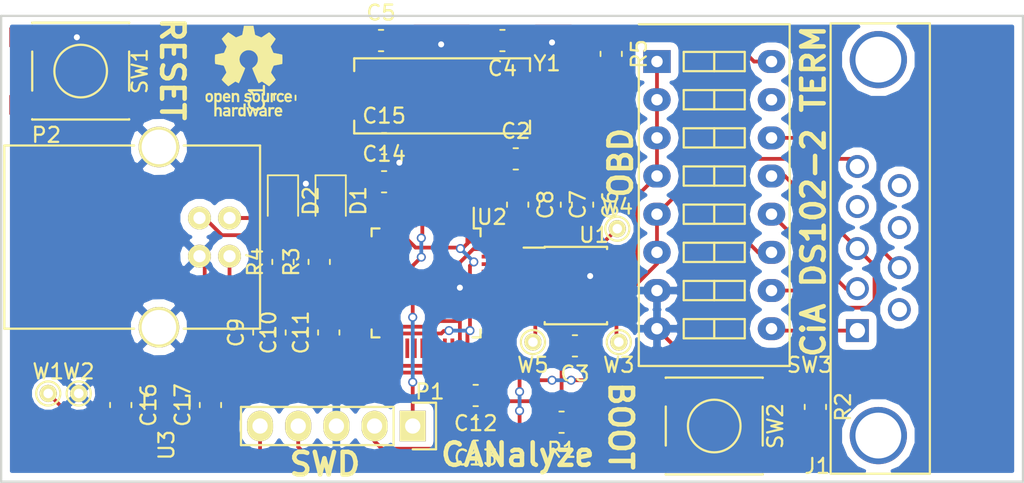
<source format=kicad_pcb>
(kicad_pcb (version 20171130) (host pcbnew 5.0.0-fee4fd1~66~ubuntu16.04.1)

  (general
    (thickness 1.6)
    (drawings 10)
    (tracks 375)
    (zones 0)
    (modules 40)
    (nets 28)
  )

  (page A4)
  (layers
    (0 F.Cu signal)
    (31 B.Cu signal)
    (32 B.Adhes user)
    (33 F.Adhes user)
    (34 B.Paste user)
    (35 F.Paste user)
    (36 B.SilkS user)
    (37 F.SilkS user hide)
    (38 B.Mask user)
    (39 F.Mask user)
    (40 Dwgs.User user)
    (41 Cmts.User user)
    (42 Eco1.User user)
    (43 Eco2.User user)
    (44 Edge.Cuts user)
    (45 Margin user)
    (46 B.CrtYd user)
    (47 F.CrtYd user)
    (48 B.Fab user)
    (49 F.Fab user)
  )

  (setup
    (last_trace_width 0.25)
    (trace_clearance 0.2)
    (zone_clearance 0.508)
    (zone_45_only no)
    (trace_min 0.2)
    (segment_width 0.2)
    (edge_width 0.15)
    (via_size 0.6)
    (via_drill 0.4)
    (via_min_size 0.4)
    (via_min_drill 0.3)
    (uvia_size 0.3)
    (uvia_drill 0.1)
    (uvias_allowed no)
    (uvia_min_size 0.2)
    (uvia_min_drill 0.1)
    (pcb_text_width 0.3)
    (pcb_text_size 1.5 1.5)
    (mod_edge_width 0.15)
    (mod_text_size 1 1)
    (mod_text_width 0.15)
    (pad_size 1.524 1.524)
    (pad_drill 0.762)
    (pad_to_mask_clearance 0.2)
    (aux_axis_origin 0 0)
    (visible_elements FFFEFF7F)
    (pcbplotparams
      (layerselection 0x010dc_80000001)
      (usegerberextensions false)
      (usegerberattributes false)
      (usegerberadvancedattributes false)
      (creategerberjobfile false)
      (excludeedgelayer true)
      (linewidth 0.100000)
      (plotframeref false)
      (viasonmask false)
      (mode 1)
      (useauxorigin false)
      (hpglpennumber 1)
      (hpglpenspeed 20)
      (hpglpendiameter 15.000000)
      (psnegative false)
      (psa4output false)
      (plotreference true)
      (plotvalue false)
      (plotinvisibletext false)
      (padsonsilk false)
      (subtractmaskfromsilk false)
      (outputformat 1)
      (mirror false)
      (drillshape 0)
      (scaleselection 1)
      (outputdirectory "gerbers/"))
  )

  (net 0 "")
  (net 1 /NRST)
  (net 2 GND)
  (net 3 +3V3)
  (net 4 +5V)
  (net 5 "Net-(C4-Pad1)")
  (net 6 "Net-(C5-Pad1)")
  (net 7 /DB9_1)
  (net 8 /DB9_2)
  (net 9 /DB9_3)
  (net 10 /DB9_5)
  (net 11 /DB9_7)
  (net 12 /SWDIO)
  (net 13 /SWCLK)
  (net 14 /USB_DM)
  (net 15 /USB_DP)
  (net 16 "Net-(R3-Pad1)")
  (net 17 "Net-(R4-Pad1)")
  (net 18 /CAN_H)
  (net 19 /CAN_L)
  (net 20 /CAN_TX)
  (net 21 /CAN_RX)
  (net 22 /VREF)
  (net 23 "Net-(D1-Pad2)")
  (net 24 "Net-(D2-Pad2)")
  (net 25 "Net-(R1-Pad1)")
  (net 26 "Net-(R2-Pad2)")
  (net 27 "Net-(R5-Pad1)")

  (net_class Default "This is the default net class."
    (clearance 0.2)
    (trace_width 0.25)
    (via_dia 0.6)
    (via_drill 0.4)
    (uvia_dia 0.3)
    (uvia_drill 0.1)
    (add_net +3V3)
    (add_net +5V)
    (add_net /CAN_H)
    (add_net /CAN_L)
    (add_net /CAN_RX)
    (add_net /CAN_TX)
    (add_net /DB9_1)
    (add_net /DB9_2)
    (add_net /DB9_3)
    (add_net /DB9_5)
    (add_net /DB9_7)
    (add_net /NRST)
    (add_net /SWCLK)
    (add_net /SWDIO)
    (add_net /USB_DM)
    (add_net /USB_DP)
    (add_net /VREF)
    (add_net GND)
    (add_net "Net-(C4-Pad1)")
    (add_net "Net-(C5-Pad1)")
    (add_net "Net-(D1-Pad2)")
    (add_net "Net-(D2-Pad2)")
    (add_net "Net-(R1-Pad1)")
    (add_net "Net-(R2-Pad2)")
    (add_net "Net-(R3-Pad1)")
    (add_net "Net-(R4-Pad1)")
    (add_net "Net-(R5-Pad1)")
  )

  (module Capacitor_SMD:C_0805_2012Metric_Pad1.15x1.50mm_HandSolder (layer F.Cu) (tedit 59FE48B8) (tstamp 5801F80F)
    (at 70.485 55.499)
    (descr "Capacitor SMD 0805 (2012 Metric), square (rectangular) end terminal, IPC_7351 nominal with elongated pad for handsoldering. (Body size source: http://www.tortai-tech.com/upload/download/2011102023233369053.pdf), generated with kicad-footprint-generator")
    (tags "capacitor handsolder")
    (path /57FD70DD)
    (attr smd)
    (fp_text reference C15 (at 0 -1.85) (layer F.SilkS)
      (effects (font (size 1 1) (thickness 0.15)))
    )
    (fp_text value 1u (at 0 1.85) (layer F.Fab)
      (effects (font (size 1 1) (thickness 0.15)))
    )
    (fp_text user %R (at 0 0) (layer F.Fab)
      (effects (font (size 0.5 0.5) (thickness 0.08)))
    )
    (fp_line (start 1.86 1) (end -1.86 1) (layer F.CrtYd) (width 0.05))
    (fp_line (start 1.86 -1) (end 1.86 1) (layer F.CrtYd) (width 0.05))
    (fp_line (start -1.86 -1) (end 1.86 -1) (layer F.CrtYd) (width 0.05))
    (fp_line (start -1.86 1) (end -1.86 -1) (layer F.CrtYd) (width 0.05))
    (fp_line (start -0.15 0.71) (end 0.15 0.71) (layer F.SilkS) (width 0.12))
    (fp_line (start -0.15 -0.71) (end 0.15 -0.71) (layer F.SilkS) (width 0.12))
    (fp_line (start 1 0.6) (end -1 0.6) (layer F.Fab) (width 0.1))
    (fp_line (start 1 -0.6) (end 1 0.6) (layer F.Fab) (width 0.1))
    (fp_line (start -1 -0.6) (end 1 -0.6) (layer F.Fab) (width 0.1))
    (fp_line (start -1 0.6) (end -1 -0.6) (layer F.Fab) (width 0.1))
    (pad 2 smd rect (at 1.0425 0) (size 1.145 1.5) (layers F.Cu F.Paste F.Mask)
      (net 2 GND))
    (pad 1 smd rect (at -1.0425 0) (size 1.145 1.5) (layers F.Cu F.Paste F.Mask)
      (net 3 +3V3))
    (model ${KISYS3DMOD}/Capacitor_SMD.3dshapes/C_0805_2012Metric.wrl
      (at (xyz 0 0 0))
      (scale (xyz 1 1 1))
      (rotate (xyz 0 0 0))
    )
  )

  (module Capacitor_SMD:C_0805_2012Metric_Pad1.15x1.50mm_HandSolder (layer F.Cu) (tedit 59FE48B8) (tstamp 5801F809)
    (at 70.485 58.039)
    (descr "Capacitor SMD 0805 (2012 Metric), square (rectangular) end terminal, IPC_7351 nominal with elongated pad for handsoldering. (Body size source: http://www.tortai-tech.com/upload/download/2011102023233369053.pdf), generated with kicad-footprint-generator")
    (tags "capacitor handsolder")
    (path /57FD714A)
    (attr smd)
    (fp_text reference C14 (at 0 -1.85) (layer F.SilkS)
      (effects (font (size 1 1) (thickness 0.15)))
    )
    (fp_text value 0.01u (at 0 1.85) (layer F.Fab)
      (effects (font (size 1 1) (thickness 0.15)))
    )
    (fp_text user %R (at 0 0) (layer F.Fab)
      (effects (font (size 0.5 0.5) (thickness 0.08)))
    )
    (fp_line (start 1.86 1) (end -1.86 1) (layer F.CrtYd) (width 0.05))
    (fp_line (start 1.86 -1) (end 1.86 1) (layer F.CrtYd) (width 0.05))
    (fp_line (start -1.86 -1) (end 1.86 -1) (layer F.CrtYd) (width 0.05))
    (fp_line (start -1.86 1) (end -1.86 -1) (layer F.CrtYd) (width 0.05))
    (fp_line (start -0.15 0.71) (end 0.15 0.71) (layer F.SilkS) (width 0.12))
    (fp_line (start -0.15 -0.71) (end 0.15 -0.71) (layer F.SilkS) (width 0.12))
    (fp_line (start 1 0.6) (end -1 0.6) (layer F.Fab) (width 0.1))
    (fp_line (start 1 -0.6) (end 1 0.6) (layer F.Fab) (width 0.1))
    (fp_line (start -1 -0.6) (end 1 -0.6) (layer F.Fab) (width 0.1))
    (fp_line (start -1 0.6) (end -1 -0.6) (layer F.Fab) (width 0.1))
    (pad 2 smd rect (at 1.0425 0) (size 1.145 1.5) (layers F.Cu F.Paste F.Mask)
      (net 2 GND))
    (pad 1 smd rect (at -1.0425 0) (size 1.145 1.5) (layers F.Cu F.Paste F.Mask)
      (net 3 +3V3))
    (model ${KISYS3DMOD}/Capacitor_SMD.3dshapes/C_0805_2012Metric.wrl
      (at (xyz 0 0 0))
      (scale (xyz 1 1 1))
      (rotate (xyz 0 0 0))
    )
  )

  (module Resistor_SMD:R_0805_2012Metric_Pad1.15x1.50mm_HandSolder (layer F.Cu) (tedit 59FE48B8) (tstamp 5801F85D)
    (at 82.296 74.041 180)
    (descr "Resistor SMD 0805 (2012 Metric), square (rectangular) end terminal, IPC_7351 nominal with elongated pad for handsoldering. (Body size source: http://www.tortai-tech.com/upload/download/2011102023233369053.pdf), generated with kicad-footprint-generator")
    (tags "resistor handsolder")
    (path /57FE23A1)
    (attr smd)
    (fp_text reference R1 (at 0 -1.85 180) (layer F.SilkS)
      (effects (font (size 1 1) (thickness 0.15)))
    )
    (fp_text value 510 (at 0 1.85 180) (layer F.Fab)
      (effects (font (size 1 1) (thickness 0.15)))
    )
    (fp_text user %R (at 0 0 180) (layer F.Fab)
      (effects (font (size 0.5 0.5) (thickness 0.08)))
    )
    (fp_line (start 1.86 1) (end -1.86 1) (layer F.CrtYd) (width 0.05))
    (fp_line (start 1.86 -1) (end 1.86 1) (layer F.CrtYd) (width 0.05))
    (fp_line (start -1.86 -1) (end 1.86 -1) (layer F.CrtYd) (width 0.05))
    (fp_line (start -1.86 1) (end -1.86 -1) (layer F.CrtYd) (width 0.05))
    (fp_line (start -0.15 0.71) (end 0.15 0.71) (layer F.SilkS) (width 0.12))
    (fp_line (start -0.15 -0.71) (end 0.15 -0.71) (layer F.SilkS) (width 0.12))
    (fp_line (start 1 0.6) (end -1 0.6) (layer F.Fab) (width 0.1))
    (fp_line (start 1 -0.6) (end 1 0.6) (layer F.Fab) (width 0.1))
    (fp_line (start -1 -0.6) (end 1 -0.6) (layer F.Fab) (width 0.1))
    (fp_line (start -1 0.6) (end -1 -0.6) (layer F.Fab) (width 0.1))
    (pad 2 smd rect (at 1.0425 0 180) (size 1.145 1.5) (layers F.Cu F.Paste F.Mask)
      (net 3 +3V3))
    (pad 1 smd rect (at -1.0425 0 180) (size 1.145 1.5) (layers F.Cu F.Paste F.Mask)
      (net 25 "Net-(R1-Pad1)"))
    (model ${KISYS3DMOD}/Resistor_SMD.3dshapes/R_0805_2012Metric.wrl
      (at (xyz 0 0 0))
      (scale (xyz 1 1 1))
      (rotate (xyz 0 0 0))
    )
  )

  (module Capacitor_SMD:C_0805_2012Metric_Pad1.15x1.50mm_HandSolder (layer F.Cu) (tedit 59FE48B8) (tstamp 5801F7C1)
    (at 79.248 56.515)
    (descr "Capacitor SMD 0805 (2012 Metric), square (rectangular) end terminal, IPC_7351 nominal with elongated pad for handsoldering. (Body size source: http://www.tortai-tech.com/upload/download/2011102023233369053.pdf), generated with kicad-footprint-generator")
    (tags "capacitor handsolder")
    (path /57FD6011)
    (attr smd)
    (fp_text reference C2 (at 0 -1.85) (layer F.SilkS)
      (effects (font (size 1 1) (thickness 0.15)))
    )
    (fp_text value 0.1u (at 0 1.85) (layer F.Fab)
      (effects (font (size 1 1) (thickness 0.15)))
    )
    (fp_line (start -1 0.6) (end -1 -0.6) (layer F.Fab) (width 0.1))
    (fp_line (start -1 -0.6) (end 1 -0.6) (layer F.Fab) (width 0.1))
    (fp_line (start 1 -0.6) (end 1 0.6) (layer F.Fab) (width 0.1))
    (fp_line (start 1 0.6) (end -1 0.6) (layer F.Fab) (width 0.1))
    (fp_line (start -0.15 -0.71) (end 0.15 -0.71) (layer F.SilkS) (width 0.12))
    (fp_line (start -0.15 0.71) (end 0.15 0.71) (layer F.SilkS) (width 0.12))
    (fp_line (start -1.86 1) (end -1.86 -1) (layer F.CrtYd) (width 0.05))
    (fp_line (start -1.86 -1) (end 1.86 -1) (layer F.CrtYd) (width 0.05))
    (fp_line (start 1.86 -1) (end 1.86 1) (layer F.CrtYd) (width 0.05))
    (fp_line (start 1.86 1) (end -1.86 1) (layer F.CrtYd) (width 0.05))
    (fp_text user %R (at 0 0) (layer F.Fab)
      (effects (font (size 0.5 0.5) (thickness 0.08)))
    )
    (pad 1 smd rect (at -1.0425 0) (size 1.145 1.5) (layers F.Cu F.Paste F.Mask)
      (net 3 +3V3))
    (pad 2 smd rect (at 1.0425 0) (size 1.145 1.5) (layers F.Cu F.Paste F.Mask)
      (net 2 GND))
    (model ${KISYS3DMOD}/Capacitor_SMD.3dshapes/C_0805_2012Metric.wrl
      (at (xyz 0 0 0))
      (scale (xyz 1 1 1))
      (rotate (xyz 0 0 0))
    )
  )

  (module Capacitor_SMD:C_0805_2012Metric_Pad1.15x1.50mm_HandSolder (layer F.Cu) (tedit 59FE48B8) (tstamp 5801F7E5)
    (at 79.375 59.563 270)
    (descr "Capacitor SMD 0805 (2012 Metric), square (rectangular) end terminal, IPC_7351 nominal with elongated pad for handsoldering. (Body size source: http://www.tortai-tech.com/upload/download/2011102023233369053.pdf), generated with kicad-footprint-generator")
    (tags "capacitor handsolder")
    (path /57FD6AB7)
    (attr smd)
    (fp_text reference C8 (at 0 -1.85 270) (layer F.SilkS)
      (effects (font (size 1 1) (thickness 0.15)))
    )
    (fp_text value 0.1u (at 0 1.85 270) (layer F.Fab)
      (effects (font (size 1 1) (thickness 0.15)))
    )
    (fp_text user %R (at 0 0 270) (layer F.Fab)
      (effects (font (size 0.5 0.5) (thickness 0.08)))
    )
    (fp_line (start 1.86 1) (end -1.86 1) (layer F.CrtYd) (width 0.05))
    (fp_line (start 1.86 -1) (end 1.86 1) (layer F.CrtYd) (width 0.05))
    (fp_line (start -1.86 -1) (end 1.86 -1) (layer F.CrtYd) (width 0.05))
    (fp_line (start -1.86 1) (end -1.86 -1) (layer F.CrtYd) (width 0.05))
    (fp_line (start -0.15 0.71) (end 0.15 0.71) (layer F.SilkS) (width 0.12))
    (fp_line (start -0.15 -0.71) (end 0.15 -0.71) (layer F.SilkS) (width 0.12))
    (fp_line (start 1 0.6) (end -1 0.6) (layer F.Fab) (width 0.1))
    (fp_line (start 1 -0.6) (end 1 0.6) (layer F.Fab) (width 0.1))
    (fp_line (start -1 -0.6) (end 1 -0.6) (layer F.Fab) (width 0.1))
    (fp_line (start -1 0.6) (end -1 -0.6) (layer F.Fab) (width 0.1))
    (pad 2 smd rect (at 1.0425 0 270) (size 1.145 1.5) (layers F.Cu F.Paste F.Mask)
      (net 2 GND))
    (pad 1 smd rect (at -1.0425 0 270) (size 1.145 1.5) (layers F.Cu F.Paste F.Mask)
      (net 3 +3V3))
    (model ${KISYS3DMOD}/Capacitor_SMD.3dshapes/C_0805_2012Metric.wrl
      (at (xyz 0 0 0))
      (scale (xyz 1 1 1))
      (rotate (xyz 0 0 0))
    )
  )

  (module Capacitor_SMD:C_0805_2012Metric_Pad1.15x1.50mm_HandSolder (layer F.Cu) (tedit 59FE48B8) (tstamp 5801F7D9)
    (at 83.693 59.563 270)
    (descr "Capacitor SMD 0805 (2012 Metric), square (rectangular) end terminal, IPC_7351 nominal with elongated pad for handsoldering. (Body size source: http://www.tortai-tech.com/upload/download/2011102023233369053.pdf), generated with kicad-footprint-generator")
    (tags "capacitor handsolder")
    (path /57FD69EE)
    (attr smd)
    (fp_text reference C6 (at 0 -1.85 270) (layer F.SilkS)
      (effects (font (size 1 1) (thickness 0.15)))
    )
    (fp_text value 4.7u (at 0 1.85 270) (layer F.Fab)
      (effects (font (size 1 1) (thickness 0.15)))
    )
    (fp_text user %R (at 0 0 270) (layer F.Fab)
      (effects (font (size 0.5 0.5) (thickness 0.08)))
    )
    (fp_line (start 1.86 1) (end -1.86 1) (layer F.CrtYd) (width 0.05))
    (fp_line (start 1.86 -1) (end 1.86 1) (layer F.CrtYd) (width 0.05))
    (fp_line (start -1.86 -1) (end 1.86 -1) (layer F.CrtYd) (width 0.05))
    (fp_line (start -1.86 1) (end -1.86 -1) (layer F.CrtYd) (width 0.05))
    (fp_line (start -0.15 0.71) (end 0.15 0.71) (layer F.SilkS) (width 0.12))
    (fp_line (start -0.15 -0.71) (end 0.15 -0.71) (layer F.SilkS) (width 0.12))
    (fp_line (start 1 0.6) (end -1 0.6) (layer F.Fab) (width 0.1))
    (fp_line (start 1 -0.6) (end 1 0.6) (layer F.Fab) (width 0.1))
    (fp_line (start -1 -0.6) (end 1 -0.6) (layer F.Fab) (width 0.1))
    (fp_line (start -1 0.6) (end -1 -0.6) (layer F.Fab) (width 0.1))
    (pad 2 smd rect (at 1.0425 0 270) (size 1.145 1.5) (layers F.Cu F.Paste F.Mask)
      (net 2 GND))
    (pad 1 smd rect (at -1.0425 0 270) (size 1.145 1.5) (layers F.Cu F.Paste F.Mask)
      (net 3 +3V3))
    (model ${KISYS3DMOD}/Capacitor_SMD.3dshapes/C_0805_2012Metric.wrl
      (at (xyz 0 0 0))
      (scale (xyz 1 1 1))
      (rotate (xyz 0 0 0))
    )
  )

  (module Capacitor_SMD:C_0805_2012Metric_Pad1.15x1.50mm_HandSolder (layer F.Cu) (tedit 59FE48B8) (tstamp 5801F7DF)
    (at 81.534 59.563 270)
    (descr "Capacitor SMD 0805 (2012 Metric), square (rectangular) end terminal, IPC_7351 nominal with elongated pad for handsoldering. (Body size source: http://www.tortai-tech.com/upload/download/2011102023233369053.pdf), generated with kicad-footprint-generator")
    (tags "capacitor handsolder")
    (path /57FD6A50)
    (attr smd)
    (fp_text reference C7 (at 0 -1.85 270) (layer F.SilkS)
      (effects (font (size 1 1) (thickness 0.15)))
    )
    (fp_text value 0.1u (at 0 1.85 270) (layer F.Fab)
      (effects (font (size 1 1) (thickness 0.15)))
    )
    (fp_text user %R (at 0 0 270) (layer F.Fab)
      (effects (font (size 0.5 0.5) (thickness 0.08)))
    )
    (fp_line (start 1.86 1) (end -1.86 1) (layer F.CrtYd) (width 0.05))
    (fp_line (start 1.86 -1) (end 1.86 1) (layer F.CrtYd) (width 0.05))
    (fp_line (start -1.86 -1) (end 1.86 -1) (layer F.CrtYd) (width 0.05))
    (fp_line (start -1.86 1) (end -1.86 -1) (layer F.CrtYd) (width 0.05))
    (fp_line (start -0.15 0.71) (end 0.15 0.71) (layer F.SilkS) (width 0.12))
    (fp_line (start -0.15 -0.71) (end 0.15 -0.71) (layer F.SilkS) (width 0.12))
    (fp_line (start 1 0.6) (end -1 0.6) (layer F.Fab) (width 0.1))
    (fp_line (start 1 -0.6) (end 1 0.6) (layer F.Fab) (width 0.1))
    (fp_line (start -1 -0.6) (end 1 -0.6) (layer F.Fab) (width 0.1))
    (fp_line (start -1 0.6) (end -1 -0.6) (layer F.Fab) (width 0.1))
    (pad 2 smd rect (at 1.0425 0 270) (size 1.145 1.5) (layers F.Cu F.Paste F.Mask)
      (net 2 GND))
    (pad 1 smd rect (at -1.0425 0 270) (size 1.145 1.5) (layers F.Cu F.Paste F.Mask)
      (net 3 +3V3))
    (model ${KISYS3DMOD}/Capacitor_SMD.3dshapes/C_0805_2012Metric.wrl
      (at (xyz 0 0 0))
      (scale (xyz 1 1 1))
      (rotate (xyz 0 0 0))
    )
  )

  (module Capacitor_SMD:C_0805_2012Metric_Pad1.15x1.50mm_HandSolder (layer F.Cu) (tedit 59FE48B8) (tstamp 5801F7BB)
    (at 63.881 52.451 90)
    (descr "Capacitor SMD 0805 (2012 Metric), square (rectangular) end terminal, IPC_7351 nominal with elongated pad for handsoldering. (Body size source: http://www.tortai-tech.com/upload/download/2011102023233369053.pdf), generated with kicad-footprint-generator")
    (tags "capacitor handsolder")
    (path /57FD5B09)
    (attr smd)
    (fp_text reference C1 (at 0 -1.85 90) (layer F.SilkS)
      (effects (font (size 1 1) (thickness 0.15)))
    )
    (fp_text value 0.1u (at 0 1.85 90) (layer F.Fab)
      (effects (font (size 1 1) (thickness 0.15)))
    )
    (fp_text user %R (at 0 0 90) (layer F.Fab)
      (effects (font (size 0.5 0.5) (thickness 0.08)))
    )
    (fp_line (start 1.86 1) (end -1.86 1) (layer F.CrtYd) (width 0.05))
    (fp_line (start 1.86 -1) (end 1.86 1) (layer F.CrtYd) (width 0.05))
    (fp_line (start -1.86 -1) (end 1.86 -1) (layer F.CrtYd) (width 0.05))
    (fp_line (start -1.86 1) (end -1.86 -1) (layer F.CrtYd) (width 0.05))
    (fp_line (start -0.15 0.71) (end 0.15 0.71) (layer F.SilkS) (width 0.12))
    (fp_line (start -0.15 -0.71) (end 0.15 -0.71) (layer F.SilkS) (width 0.12))
    (fp_line (start 1 0.6) (end -1 0.6) (layer F.Fab) (width 0.1))
    (fp_line (start 1 -0.6) (end 1 0.6) (layer F.Fab) (width 0.1))
    (fp_line (start -1 -0.6) (end 1 -0.6) (layer F.Fab) (width 0.1))
    (fp_line (start -1 0.6) (end -1 -0.6) (layer F.Fab) (width 0.1))
    (pad 2 smd rect (at 1.0425 0 90) (size 1.145 1.5) (layers F.Cu F.Paste F.Mask)
      (net 2 GND))
    (pad 1 smd rect (at -1.0425 0 90) (size 1.145 1.5) (layers F.Cu F.Paste F.Mask)
      (net 1 /NRST))
    (model ${KISYS3DMOD}/Capacitor_SMD.3dshapes/C_0805_2012Metric.wrl
      (at (xyz 0 0 0))
      (scale (xyz 1 1 1))
      (rotate (xyz 0 0 0))
    )
  )

  (module LED_SMD:LED_0805_2012Metric_Pad0.97x1.50mm_HandSolder (layer F.Cu) (tedit 5A00A67C) (tstamp 58021C16)
    (at 66.929 59.309 270)
    (descr "LED SMD 0805 (2012 Metric), square (rectangular) end terminal, IPC_7351 nominal, (Body size source: http://www.tortai-tech.com/upload/download/2011102023233369053.pdf), generated with kicad-footprint-generator")
    (tags "LED handsolder")
    (path /58BD751D)
    (attr smd)
    (fp_text reference D1 (at 0 -1.85 270) (layer F.SilkS)
      (effects (font (size 1 1) (thickness 0.15)))
    )
    (fp_text value LED_GREEN (at 0 1.85 270) (layer F.Fab)
      (effects (font (size 1 1) (thickness 0.15)))
    )
    (fp_text user %R (at 0 0 270) (layer F.Fab)
      (effects (font (size 0.5 0.5) (thickness 0.08)))
    )
    (fp_line (start 1.69 1) (end -1.69 1) (layer F.CrtYd) (width 0.05))
    (fp_line (start 1.69 -1) (end 1.69 1) (layer F.CrtYd) (width 0.05))
    (fp_line (start -1.69 -1) (end 1.69 -1) (layer F.CrtYd) (width 0.05))
    (fp_line (start -1.69 1) (end -1.69 -1) (layer F.CrtYd) (width 0.05))
    (fp_line (start -1.7 1.01) (end 1 1.01) (layer F.SilkS) (width 0.12))
    (fp_line (start -1.7 -1.01) (end -1.7 1.01) (layer F.SilkS) (width 0.12))
    (fp_line (start 1 -1.01) (end -1.7 -1.01) (layer F.SilkS) (width 0.12))
    (fp_line (start 1 0.6) (end 1 -0.6) (layer F.Fab) (width 0.1))
    (fp_line (start -1 0.6) (end 1 0.6) (layer F.Fab) (width 0.1))
    (fp_line (start -1 -0.3) (end -1 0.6) (layer F.Fab) (width 0.1))
    (fp_line (start -0.7 -0.6) (end -1 -0.3) (layer F.Fab) (width 0.1))
    (fp_line (start 1 -0.6) (end -0.7 -0.6) (layer F.Fab) (width 0.1))
    (pad 2 smd rect (at 0.955 0 270) (size 0.97 1.5) (layers F.Cu F.Paste F.Mask)
      (net 23 "Net-(D1-Pad2)"))
    (pad 1 smd rect (at -0.955 0 270) (size 0.97 1.5) (layers F.Cu F.Paste F.Mask)
      (net 2 GND))
    (model ${KISYS3DMOD}/LED_SMD.3dshapes/LED_0805_2012Metric.wrl
      (at (xyz 0 0 0))
      (scale (xyz 1 1 1))
      (rotate (xyz 0 0 0))
    )
  )

  (module LED_SMD:LED_0805_2012Metric_Pad0.97x1.50mm_HandSolder (layer F.Cu) (tedit 5A00A67C) (tstamp 58021C20)
    (at 63.754 59.309 270)
    (descr "LED SMD 0805 (2012 Metric), square (rectangular) end terminal, IPC_7351 nominal, (Body size source: http://www.tortai-tech.com/upload/download/2011102023233369053.pdf), generated with kicad-footprint-generator")
    (tags "LED handsolder")
    (path /58BD790C)
    (attr smd)
    (fp_text reference D2 (at 0 -1.85 270) (layer F.SilkS)
      (effects (font (size 1 1) (thickness 0.15)))
    )
    (fp_text value LED_RED (at 0 1.85 270) (layer F.Fab)
      (effects (font (size 1 1) (thickness 0.15)))
    )
    (fp_text user %R (at 0 0 270) (layer F.Fab)
      (effects (font (size 0.5 0.5) (thickness 0.08)))
    )
    (fp_line (start 1.69 1) (end -1.69 1) (layer F.CrtYd) (width 0.05))
    (fp_line (start 1.69 -1) (end 1.69 1) (layer F.CrtYd) (width 0.05))
    (fp_line (start -1.69 -1) (end 1.69 -1) (layer F.CrtYd) (width 0.05))
    (fp_line (start -1.69 1) (end -1.69 -1) (layer F.CrtYd) (width 0.05))
    (fp_line (start -1.7 1.01) (end 1 1.01) (layer F.SilkS) (width 0.12))
    (fp_line (start -1.7 -1.01) (end -1.7 1.01) (layer F.SilkS) (width 0.12))
    (fp_line (start 1 -1.01) (end -1.7 -1.01) (layer F.SilkS) (width 0.12))
    (fp_line (start 1 0.6) (end 1 -0.6) (layer F.Fab) (width 0.1))
    (fp_line (start -1 0.6) (end 1 0.6) (layer F.Fab) (width 0.1))
    (fp_line (start -1 -0.3) (end -1 0.6) (layer F.Fab) (width 0.1))
    (fp_line (start -0.7 -0.6) (end -1 -0.3) (layer F.Fab) (width 0.1))
    (fp_line (start 1 -0.6) (end -0.7 -0.6) (layer F.Fab) (width 0.1))
    (pad 2 smd rect (at 0.955 0 270) (size 0.97 1.5) (layers F.Cu F.Paste F.Mask)
      (net 24 "Net-(D2-Pad2)"))
    (pad 1 smd rect (at -0.955 0 270) (size 0.97 1.5) (layers F.Cu F.Paste F.Mask)
      (net 2 GND))
    (model ${KISYS3DMOD}/LED_SMD.3dshapes/LED_0805_2012Metric.wrl
      (at (xyz 0 0 0))
      (scale (xyz 1 1 1))
      (rotate (xyz 0 0 0))
    )
  )

  (module Resistor_SMD:R_0805_2012Metric_Pad1.15x1.50mm_HandSolder (layer F.Cu) (tedit 59FE48B8) (tstamp 5801F869)
    (at 66.167 63.373 90)
    (descr "Resistor SMD 0805 (2012 Metric), square (rectangular) end terminal, IPC_7351 nominal with elongated pad for handsoldering. (Body size source: http://www.tortai-tech.com/upload/download/2011102023233369053.pdf), generated with kicad-footprint-generator")
    (tags "resistor handsolder")
    (path /57FDD050)
    (attr smd)
    (fp_text reference R3 (at 0 -1.85 90) (layer F.SilkS)
      (effects (font (size 1 1) (thickness 0.15)))
    )
    (fp_text value 120 (at 0 1.85 90) (layer F.Fab)
      (effects (font (size 1 1) (thickness 0.15)))
    )
    (fp_text user %R (at 0 0 90) (layer F.Fab)
      (effects (font (size 0.5 0.5) (thickness 0.08)))
    )
    (fp_line (start 1.86 1) (end -1.86 1) (layer F.CrtYd) (width 0.05))
    (fp_line (start 1.86 -1) (end 1.86 1) (layer F.CrtYd) (width 0.05))
    (fp_line (start -1.86 -1) (end 1.86 -1) (layer F.CrtYd) (width 0.05))
    (fp_line (start -1.86 1) (end -1.86 -1) (layer F.CrtYd) (width 0.05))
    (fp_line (start -0.15 0.71) (end 0.15 0.71) (layer F.SilkS) (width 0.12))
    (fp_line (start -0.15 -0.71) (end 0.15 -0.71) (layer F.SilkS) (width 0.12))
    (fp_line (start 1 0.6) (end -1 0.6) (layer F.Fab) (width 0.1))
    (fp_line (start 1 -0.6) (end 1 0.6) (layer F.Fab) (width 0.1))
    (fp_line (start -1 -0.6) (end 1 -0.6) (layer F.Fab) (width 0.1))
    (fp_line (start -1 0.6) (end -1 -0.6) (layer F.Fab) (width 0.1))
    (pad 2 smd rect (at 1.0425 0 90) (size 1.145 1.5) (layers F.Cu F.Paste F.Mask)
      (net 23 "Net-(D1-Pad2)"))
    (pad 1 smd rect (at -1.0425 0 90) (size 1.145 1.5) (layers F.Cu F.Paste F.Mask)
      (net 16 "Net-(R3-Pad1)"))
    (model ${KISYS3DMOD}/Resistor_SMD.3dshapes/R_0805_2012Metric.wrl
      (at (xyz 0 0 0))
      (scale (xyz 1 1 1))
      (rotate (xyz 0 0 0))
    )
  )

  (module Resistor_SMD:R_0805_2012Metric_Pad1.15x1.50mm_HandSolder (layer F.Cu) (tedit 59FE48B8) (tstamp 5801F86F)
    (at 63.754 63.373 90)
    (descr "Resistor SMD 0805 (2012 Metric), square (rectangular) end terminal, IPC_7351 nominal with elongated pad for handsoldering. (Body size source: http://www.tortai-tech.com/upload/download/2011102023233369053.pdf), generated with kicad-footprint-generator")
    (tags "resistor handsolder")
    (path /57FDD235)
    (attr smd)
    (fp_text reference R4 (at 0 -1.85 90) (layer F.SilkS)
      (effects (font (size 1 1) (thickness 0.15)))
    )
    (fp_text value 120 (at 0 1.85 90) (layer F.Fab)
      (effects (font (size 1 1) (thickness 0.15)))
    )
    (fp_text user %R (at 0 0 90) (layer F.Fab)
      (effects (font (size 0.5 0.5) (thickness 0.08)))
    )
    (fp_line (start 1.86 1) (end -1.86 1) (layer F.CrtYd) (width 0.05))
    (fp_line (start 1.86 -1) (end 1.86 1) (layer F.CrtYd) (width 0.05))
    (fp_line (start -1.86 -1) (end 1.86 -1) (layer F.CrtYd) (width 0.05))
    (fp_line (start -1.86 1) (end -1.86 -1) (layer F.CrtYd) (width 0.05))
    (fp_line (start -0.15 0.71) (end 0.15 0.71) (layer F.SilkS) (width 0.12))
    (fp_line (start -0.15 -0.71) (end 0.15 -0.71) (layer F.SilkS) (width 0.12))
    (fp_line (start 1 0.6) (end -1 0.6) (layer F.Fab) (width 0.1))
    (fp_line (start 1 -0.6) (end 1 0.6) (layer F.Fab) (width 0.1))
    (fp_line (start -1 -0.6) (end 1 -0.6) (layer F.Fab) (width 0.1))
    (fp_line (start -1 0.6) (end -1 -0.6) (layer F.Fab) (width 0.1))
    (pad 2 smd rect (at 1.0425 0 90) (size 1.145 1.5) (layers F.Cu F.Paste F.Mask)
      (net 24 "Net-(D2-Pad2)"))
    (pad 1 smd rect (at -1.0425 0 90) (size 1.145 1.5) (layers F.Cu F.Paste F.Mask)
      (net 17 "Net-(R4-Pad1)"))
    (model ${KISYS3DMOD}/Resistor_SMD.3dshapes/R_0805_2012Metric.wrl
      (at (xyz 0 0 0))
      (scale (xyz 1 1 1))
      (rotate (xyz 0 0 0))
    )
  )

  (module Capacitor_SMD:C_0805_2012Metric_Pad1.15x1.50mm_HandSolder (layer F.Cu) (tedit 59FE48B8) (tstamp 5801F7C7)
    (at 83.185 68.961 180)
    (descr "Capacitor SMD 0805 (2012 Metric), square (rectangular) end terminal, IPC_7351 nominal with elongated pad for handsoldering. (Body size source: http://www.tortai-tech.com/upload/download/2011102023233369053.pdf), generated with kicad-footprint-generator")
    (tags "capacitor handsolder")
    (path /57FD476F)
    (attr smd)
    (fp_text reference C3 (at 0 -1.85 180) (layer F.SilkS)
      (effects (font (size 1 1) (thickness 0.15)))
    )
    (fp_text value 0.1u (at 0 1.85 180) (layer F.Fab)
      (effects (font (size 1 1) (thickness 0.15)))
    )
    (fp_text user %R (at 0 0 180) (layer F.Fab)
      (effects (font (size 0.5 0.5) (thickness 0.08)))
    )
    (fp_line (start 1.86 1) (end -1.86 1) (layer F.CrtYd) (width 0.05))
    (fp_line (start 1.86 -1) (end 1.86 1) (layer F.CrtYd) (width 0.05))
    (fp_line (start -1.86 -1) (end 1.86 -1) (layer F.CrtYd) (width 0.05))
    (fp_line (start -1.86 1) (end -1.86 -1) (layer F.CrtYd) (width 0.05))
    (fp_line (start -0.15 0.71) (end 0.15 0.71) (layer F.SilkS) (width 0.12))
    (fp_line (start -0.15 -0.71) (end 0.15 -0.71) (layer F.SilkS) (width 0.12))
    (fp_line (start 1 0.6) (end -1 0.6) (layer F.Fab) (width 0.1))
    (fp_line (start 1 -0.6) (end 1 0.6) (layer F.Fab) (width 0.1))
    (fp_line (start -1 -0.6) (end 1 -0.6) (layer F.Fab) (width 0.1))
    (fp_line (start -1 0.6) (end -1 -0.6) (layer F.Fab) (width 0.1))
    (pad 2 smd rect (at 1.0425 0 180) (size 1.145 1.5) (layers F.Cu F.Paste F.Mask)
      (net 4 +5V))
    (pad 1 smd rect (at -1.0425 0 180) (size 1.145 1.5) (layers F.Cu F.Paste F.Mask)
      (net 2 GND))
    (model ${KISYS3DMOD}/Capacitor_SMD.3dshapes/C_0805_2012Metric.wrl
      (at (xyz 0 0 0))
      (scale (xyz 1 1 1))
      (rotate (xyz 0 0 0))
    )
  )

  (module Resistor_SMD:R_0805_2012Metric_Pad1.15x1.50mm_HandSolder (layer F.Cu) (tedit 59FE48B8) (tstamp 5801F863)
    (at 99.187 73.025 270)
    (descr "Resistor SMD 0805 (2012 Metric), square (rectangular) end terminal, IPC_7351 nominal with elongated pad for handsoldering. (Body size source: http://www.tortai-tech.com/upload/download/2011102023233369053.pdf), generated with kicad-footprint-generator")
    (tags "resistor handsolder")
    (path /57FE213C)
    (attr smd)
    (fp_text reference R2 (at 0 -1.85 270) (layer F.SilkS)
      (effects (font (size 1 1) (thickness 0.15)))
    )
    (fp_text value 10k (at 0 1.85 270) (layer F.Fab)
      (effects (font (size 1 1) (thickness 0.15)))
    )
    (fp_text user %R (at 0 0 270) (layer F.Fab)
      (effects (font (size 0.5 0.5) (thickness 0.08)))
    )
    (fp_line (start 1.86 1) (end -1.86 1) (layer F.CrtYd) (width 0.05))
    (fp_line (start 1.86 -1) (end 1.86 1) (layer F.CrtYd) (width 0.05))
    (fp_line (start -1.86 -1) (end 1.86 -1) (layer F.CrtYd) (width 0.05))
    (fp_line (start -1.86 1) (end -1.86 -1) (layer F.CrtYd) (width 0.05))
    (fp_line (start -0.15 0.71) (end 0.15 0.71) (layer F.SilkS) (width 0.12))
    (fp_line (start -0.15 -0.71) (end 0.15 -0.71) (layer F.SilkS) (width 0.12))
    (fp_line (start 1 0.6) (end -1 0.6) (layer F.Fab) (width 0.1))
    (fp_line (start 1 -0.6) (end 1 0.6) (layer F.Fab) (width 0.1))
    (fp_line (start -1 -0.6) (end 1 -0.6) (layer F.Fab) (width 0.1))
    (fp_line (start -1 0.6) (end -1 -0.6) (layer F.Fab) (width 0.1))
    (pad 2 smd rect (at 1.0425 0 270) (size 1.145 1.5) (layers F.Cu F.Paste F.Mask)
      (net 26 "Net-(R2-Pad2)"))
    (pad 1 smd rect (at -1.0425 0 270) (size 1.145 1.5) (layers F.Cu F.Paste F.Mask)
      (net 2 GND))
    (model ${KISYS3DMOD}/Resistor_SMD.3dshapes/R_0805_2012Metric.wrl
      (at (xyz 0 0 0))
      (scale (xyz 1 1 1))
      (rotate (xyz 0 0 0))
    )
  )

  (module Capacitor_SMD:C_0805_2012Metric_Pad1.15x1.50mm_HandSolder (layer F.Cu) (tedit 59FE48B8) (tstamp 5801F7D3)
    (at 70.2818 48.641)
    (descr "Capacitor SMD 0805 (2012 Metric), square (rectangular) end terminal, IPC_7351 nominal with elongated pad for handsoldering. (Body size source: http://www.tortai-tech.com/upload/download/2011102023233369053.pdf), generated with kicad-footprint-generator")
    (tags "capacitor handsolder")
    (path /57FDE877)
    (attr smd)
    (fp_text reference C5 (at 0 -1.85) (layer F.SilkS)
      (effects (font (size 1 1) (thickness 0.15)))
    )
    (fp_text value 18p (at 0 1.85) (layer F.Fab)
      (effects (font (size 1 1) (thickness 0.15)))
    )
    (fp_text user %R (at 0 0) (layer F.Fab)
      (effects (font (size 0.5 0.5) (thickness 0.08)))
    )
    (fp_line (start 1.86 1) (end -1.86 1) (layer F.CrtYd) (width 0.05))
    (fp_line (start 1.86 -1) (end 1.86 1) (layer F.CrtYd) (width 0.05))
    (fp_line (start -1.86 -1) (end 1.86 -1) (layer F.CrtYd) (width 0.05))
    (fp_line (start -1.86 1) (end -1.86 -1) (layer F.CrtYd) (width 0.05))
    (fp_line (start -0.15 0.71) (end 0.15 0.71) (layer F.SilkS) (width 0.12))
    (fp_line (start -0.15 -0.71) (end 0.15 -0.71) (layer F.SilkS) (width 0.12))
    (fp_line (start 1 0.6) (end -1 0.6) (layer F.Fab) (width 0.1))
    (fp_line (start 1 -0.6) (end 1 0.6) (layer F.Fab) (width 0.1))
    (fp_line (start -1 -0.6) (end 1 -0.6) (layer F.Fab) (width 0.1))
    (fp_line (start -1 0.6) (end -1 -0.6) (layer F.Fab) (width 0.1))
    (pad 2 smd rect (at 1.0425 0) (size 1.145 1.5) (layers F.Cu F.Paste F.Mask)
      (net 2 GND))
    (pad 1 smd rect (at -1.0425 0) (size 1.145 1.5) (layers F.Cu F.Paste F.Mask)
      (net 6 "Net-(C5-Pad1)"))
    (model ${KISYS3DMOD}/Capacitor_SMD.3dshapes/C_0805_2012Metric.wrl
      (at (xyz 0 0 0))
      (scale (xyz 1 1 1))
      (rotate (xyz 0 0 0))
    )
  )

  (module Capacitor_SMD:C_0805_2012Metric_Pad1.15x1.50mm_HandSolder (layer F.Cu) (tedit 59FE48B8) (tstamp 5801F7F7)
    (at 66.802 68.072 90)
    (descr "Capacitor SMD 0805 (2012 Metric), square (rectangular) end terminal, IPC_7351 nominal with elongated pad for handsoldering. (Body size source: http://www.tortai-tech.com/upload/download/2011102023233369053.pdf), generated with kicad-footprint-generator")
    (tags "capacitor handsolder")
    (path /57FD68DF)
    (attr smd)
    (fp_text reference C11 (at 0 -1.85 90) (layer F.SilkS)
      (effects (font (size 1 1) (thickness 0.15)))
    )
    (fp_text value 0.1u (at 0 1.85 90) (layer F.Fab)
      (effects (font (size 1 1) (thickness 0.15)))
    )
    (fp_text user %R (at 0 0 90) (layer F.Fab)
      (effects (font (size 0.5 0.5) (thickness 0.08)))
    )
    (fp_line (start 1.86 1) (end -1.86 1) (layer F.CrtYd) (width 0.05))
    (fp_line (start 1.86 -1) (end 1.86 1) (layer F.CrtYd) (width 0.05))
    (fp_line (start -1.86 -1) (end 1.86 -1) (layer F.CrtYd) (width 0.05))
    (fp_line (start -1.86 1) (end -1.86 -1) (layer F.CrtYd) (width 0.05))
    (fp_line (start -0.15 0.71) (end 0.15 0.71) (layer F.SilkS) (width 0.12))
    (fp_line (start -0.15 -0.71) (end 0.15 -0.71) (layer F.SilkS) (width 0.12))
    (fp_line (start 1 0.6) (end -1 0.6) (layer F.Fab) (width 0.1))
    (fp_line (start 1 -0.6) (end 1 0.6) (layer F.Fab) (width 0.1))
    (fp_line (start -1 -0.6) (end 1 -0.6) (layer F.Fab) (width 0.1))
    (fp_line (start -1 0.6) (end -1 -0.6) (layer F.Fab) (width 0.1))
    (pad 2 smd rect (at 1.0425 0 90) (size 1.145 1.5) (layers F.Cu F.Paste F.Mask)
      (net 2 GND))
    (pad 1 smd rect (at -1.0425 0 90) (size 1.145 1.5) (layers F.Cu F.Paste F.Mask)
      (net 3 +3V3))
    (model ${KISYS3DMOD}/Capacitor_SMD.3dshapes/C_0805_2012Metric.wrl
      (at (xyz 0 0 0))
      (scale (xyz 1 1 1))
      (rotate (xyz 0 0 0))
    )
  )

  (module Capacitor_SMD:C_0805_2012Metric_Pad1.15x1.50mm_HandSolder (layer F.Cu) (tedit 59FE48B8) (tstamp 5801F7F1)
    (at 64.643 68.072 90)
    (descr "Capacitor SMD 0805 (2012 Metric), square (rectangular) end terminal, IPC_7351 nominal with elongated pad for handsoldering. (Body size source: http://www.tortai-tech.com/upload/download/2011102023233369053.pdf), generated with kicad-footprint-generator")
    (tags "capacitor handsolder")
    (path /57FD61FE)
    (attr smd)
    (fp_text reference C10 (at 0 -1.85 90) (layer F.SilkS)
      (effects (font (size 1 1) (thickness 0.15)))
    )
    (fp_text value 0.1u (at 0 1.85 90) (layer F.Fab)
      (effects (font (size 1 1) (thickness 0.15)))
    )
    (fp_text user %R (at 0 0 90) (layer F.Fab)
      (effects (font (size 0.5 0.5) (thickness 0.08)))
    )
    (fp_line (start 1.86 1) (end -1.86 1) (layer F.CrtYd) (width 0.05))
    (fp_line (start 1.86 -1) (end 1.86 1) (layer F.CrtYd) (width 0.05))
    (fp_line (start -1.86 -1) (end 1.86 -1) (layer F.CrtYd) (width 0.05))
    (fp_line (start -1.86 1) (end -1.86 -1) (layer F.CrtYd) (width 0.05))
    (fp_line (start -0.15 0.71) (end 0.15 0.71) (layer F.SilkS) (width 0.12))
    (fp_line (start -0.15 -0.71) (end 0.15 -0.71) (layer F.SilkS) (width 0.12))
    (fp_line (start 1 0.6) (end -1 0.6) (layer F.Fab) (width 0.1))
    (fp_line (start 1 -0.6) (end 1 0.6) (layer F.Fab) (width 0.1))
    (fp_line (start -1 -0.6) (end 1 -0.6) (layer F.Fab) (width 0.1))
    (fp_line (start -1 0.6) (end -1 -0.6) (layer F.Fab) (width 0.1))
    (pad 2 smd rect (at 1.0425 0 90) (size 1.145 1.5) (layers F.Cu F.Paste F.Mask)
      (net 2 GND))
    (pad 1 smd rect (at -1.0425 0 90) (size 1.145 1.5) (layers F.Cu F.Paste F.Mask)
      (net 3 +3V3))
    (model ${KISYS3DMOD}/Capacitor_SMD.3dshapes/C_0805_2012Metric.wrl
      (at (xyz 0 0 0))
      (scale (xyz 1 1 1))
      (rotate (xyz 0 0 0))
    )
  )

  (module Capacitor_SMD:C_0805_2012Metric_Pad1.15x1.50mm_HandSolder (layer F.Cu) (tedit 59FE48B8) (tstamp 5801F7EB)
    (at 62.484 68.072 90)
    (descr "Capacitor SMD 0805 (2012 Metric), square (rectangular) end terminal, IPC_7351 nominal with elongated pad for handsoldering. (Body size source: http://www.tortai-tech.com/upload/download/2011102023233369053.pdf), generated with kicad-footprint-generator")
    (tags "capacitor handsolder")
    (path /57FD6238)
    (attr smd)
    (fp_text reference C9 (at 0 -1.85 90) (layer F.SilkS)
      (effects (font (size 1 1) (thickness 0.15)))
    )
    (fp_text value 4.7u (at 0 1.85 90) (layer F.Fab)
      (effects (font (size 1 1) (thickness 0.15)))
    )
    (fp_text user %R (at 0 0 90) (layer F.Fab)
      (effects (font (size 0.5 0.5) (thickness 0.08)))
    )
    (fp_line (start 1.86 1) (end -1.86 1) (layer F.CrtYd) (width 0.05))
    (fp_line (start 1.86 -1) (end 1.86 1) (layer F.CrtYd) (width 0.05))
    (fp_line (start -1.86 -1) (end 1.86 -1) (layer F.CrtYd) (width 0.05))
    (fp_line (start -1.86 1) (end -1.86 -1) (layer F.CrtYd) (width 0.05))
    (fp_line (start -0.15 0.71) (end 0.15 0.71) (layer F.SilkS) (width 0.12))
    (fp_line (start -0.15 -0.71) (end 0.15 -0.71) (layer F.SilkS) (width 0.12))
    (fp_line (start 1 0.6) (end -1 0.6) (layer F.Fab) (width 0.1))
    (fp_line (start 1 -0.6) (end 1 0.6) (layer F.Fab) (width 0.1))
    (fp_line (start -1 -0.6) (end 1 -0.6) (layer F.Fab) (width 0.1))
    (fp_line (start -1 0.6) (end -1 -0.6) (layer F.Fab) (width 0.1))
    (pad 2 smd rect (at 1.0425 0 90) (size 1.145 1.5) (layers F.Cu F.Paste F.Mask)
      (net 2 GND))
    (pad 1 smd rect (at -1.0425 0 90) (size 1.145 1.5) (layers F.Cu F.Paste F.Mask)
      (net 3 +3V3))
    (model ${KISYS3DMOD}/Capacitor_SMD.3dshapes/C_0805_2012Metric.wrl
      (at (xyz 0 0 0))
      (scale (xyz 1 1 1))
      (rotate (xyz 0 0 0))
    )
  )

  (module Capacitor_SMD:C_0805_2012Metric_Pad1.15x1.50mm_HandSolder (layer F.Cu) (tedit 59FE48B8) (tstamp 5801F7FD)
    (at 76.581 72.263 180)
    (descr "Capacitor SMD 0805 (2012 Metric), square (rectangular) end terminal, IPC_7351 nominal with elongated pad for handsoldering. (Body size source: http://www.tortai-tech.com/upload/download/2011102023233369053.pdf), generated with kicad-footprint-generator")
    (tags "capacitor handsolder")
    (path /57FD6ED0)
    (attr smd)
    (fp_text reference C12 (at 0 -1.85 180) (layer F.SilkS)
      (effects (font (size 1 1) (thickness 0.15)))
    )
    (fp_text value 0.1u (at 0 1.85 180) (layer F.Fab)
      (effects (font (size 1 1) (thickness 0.15)))
    )
    (fp_text user %R (at 0 0 180) (layer F.Fab)
      (effects (font (size 0.5 0.5) (thickness 0.08)))
    )
    (fp_line (start 1.86 1) (end -1.86 1) (layer F.CrtYd) (width 0.05))
    (fp_line (start 1.86 -1) (end 1.86 1) (layer F.CrtYd) (width 0.05))
    (fp_line (start -1.86 -1) (end 1.86 -1) (layer F.CrtYd) (width 0.05))
    (fp_line (start -1.86 1) (end -1.86 -1) (layer F.CrtYd) (width 0.05))
    (fp_line (start -0.15 0.71) (end 0.15 0.71) (layer F.SilkS) (width 0.12))
    (fp_line (start -0.15 -0.71) (end 0.15 -0.71) (layer F.SilkS) (width 0.12))
    (fp_line (start 1 0.6) (end -1 0.6) (layer F.Fab) (width 0.1))
    (fp_line (start 1 -0.6) (end 1 0.6) (layer F.Fab) (width 0.1))
    (fp_line (start -1 -0.6) (end 1 -0.6) (layer F.Fab) (width 0.1))
    (fp_line (start -1 0.6) (end -1 -0.6) (layer F.Fab) (width 0.1))
    (pad 2 smd rect (at 1.0425 0 180) (size 1.145 1.5) (layers F.Cu F.Paste F.Mask)
      (net 2 GND))
    (pad 1 smd rect (at -1.0425 0 180) (size 1.145 1.5) (layers F.Cu F.Paste F.Mask)
      (net 3 +3V3))
    (model ${KISYS3DMOD}/Capacitor_SMD.3dshapes/C_0805_2012Metric.wrl
      (at (xyz 0 0 0))
      (scale (xyz 1 1 1))
      (rotate (xyz 0 0 0))
    )
  )

  (module Capacitor_SMD:C_0805_2012Metric_Pad1.15x1.50mm_HandSolder (layer F.Cu) (tedit 59FE48B8) (tstamp 5801F803)
    (at 76.581 74.549 180)
    (descr "Capacitor SMD 0805 (2012 Metric), square (rectangular) end terminal, IPC_7351 nominal with elongated pad for handsoldering. (Body size source: http://www.tortai-tech.com/upload/download/2011102023233369053.pdf), generated with kicad-footprint-generator")
    (tags "capacitor handsolder")
    (path /57FD6F3B)
    (attr smd)
    (fp_text reference C13 (at 0 -1.85 180) (layer F.SilkS)
      (effects (font (size 1 1) (thickness 0.15)))
    )
    (fp_text value 4.7u (at 0 1.85 180) (layer F.Fab)
      (effects (font (size 1 1) (thickness 0.15)))
    )
    (fp_text user %R (at 0 0 180) (layer F.Fab)
      (effects (font (size 0.5 0.5) (thickness 0.08)))
    )
    (fp_line (start 1.86 1) (end -1.86 1) (layer F.CrtYd) (width 0.05))
    (fp_line (start 1.86 -1) (end 1.86 1) (layer F.CrtYd) (width 0.05))
    (fp_line (start -1.86 -1) (end 1.86 -1) (layer F.CrtYd) (width 0.05))
    (fp_line (start -1.86 1) (end -1.86 -1) (layer F.CrtYd) (width 0.05))
    (fp_line (start -0.15 0.71) (end 0.15 0.71) (layer F.SilkS) (width 0.12))
    (fp_line (start -0.15 -0.71) (end 0.15 -0.71) (layer F.SilkS) (width 0.12))
    (fp_line (start 1 0.6) (end -1 0.6) (layer F.Fab) (width 0.1))
    (fp_line (start 1 -0.6) (end 1 0.6) (layer F.Fab) (width 0.1))
    (fp_line (start -1 -0.6) (end 1 -0.6) (layer F.Fab) (width 0.1))
    (fp_line (start -1 0.6) (end -1 -0.6) (layer F.Fab) (width 0.1))
    (pad 2 smd rect (at 1.0425 0 180) (size 1.145 1.5) (layers F.Cu F.Paste F.Mask)
      (net 2 GND))
    (pad 1 smd rect (at -1.0425 0 180) (size 1.145 1.5) (layers F.Cu F.Paste F.Mask)
      (net 3 +3V3))
    (model ${KISYS3DMOD}/Capacitor_SMD.3dshapes/C_0805_2012Metric.wrl
      (at (xyz 0 0 0))
      (scale (xyz 1 1 1))
      (rotate (xyz 0 0 0))
    )
  )

  (module Capacitor_SMD:C_0805_2012Metric_Pad1.15x1.50mm_HandSolder (layer F.Cu) (tedit 59FE48B8) (tstamp 5801F81B)
    (at 58.928 72.898 90)
    (descr "Capacitor SMD 0805 (2012 Metric), square (rectangular) end terminal, IPC_7351 nominal with elongated pad for handsoldering. (Body size source: http://www.tortai-tech.com/upload/download/2011102023233369053.pdf), generated with kicad-footprint-generator")
    (tags "capacitor handsolder")
    (path /57FD52B0)
    (attr smd)
    (fp_text reference C17 (at 0 -1.85 90) (layer F.SilkS)
      (effects (font (size 1 1) (thickness 0.15)))
    )
    (fp_text value 1u (at 0 1.85 90) (layer F.Fab)
      (effects (font (size 1 1) (thickness 0.15)))
    )
    (fp_text user %R (at 0 0 90) (layer F.Fab)
      (effects (font (size 0.5 0.5) (thickness 0.08)))
    )
    (fp_line (start 1.86 1) (end -1.86 1) (layer F.CrtYd) (width 0.05))
    (fp_line (start 1.86 -1) (end 1.86 1) (layer F.CrtYd) (width 0.05))
    (fp_line (start -1.86 -1) (end 1.86 -1) (layer F.CrtYd) (width 0.05))
    (fp_line (start -1.86 1) (end -1.86 -1) (layer F.CrtYd) (width 0.05))
    (fp_line (start -0.15 0.71) (end 0.15 0.71) (layer F.SilkS) (width 0.12))
    (fp_line (start -0.15 -0.71) (end 0.15 -0.71) (layer F.SilkS) (width 0.12))
    (fp_line (start 1 0.6) (end -1 0.6) (layer F.Fab) (width 0.1))
    (fp_line (start 1 -0.6) (end 1 0.6) (layer F.Fab) (width 0.1))
    (fp_line (start -1 -0.6) (end 1 -0.6) (layer F.Fab) (width 0.1))
    (fp_line (start -1 0.6) (end -1 -0.6) (layer F.Fab) (width 0.1))
    (pad 2 smd rect (at 1.0425 0 90) (size 1.145 1.5) (layers F.Cu F.Paste F.Mask)
      (net 2 GND))
    (pad 1 smd rect (at -1.0425 0 90) (size 1.145 1.5) (layers F.Cu F.Paste F.Mask)
      (net 3 +3V3))
    (model ${KISYS3DMOD}/Capacitor_SMD.3dshapes/C_0805_2012Metric.wrl
      (at (xyz 0 0 0))
      (scale (xyz 1 1 1))
      (rotate (xyz 0 0 0))
    )
  )

  (module Capacitor_SMD:C_0805_2012Metric_Pad1.15x1.50mm_HandSolder (layer F.Cu) (tedit 59FE48B8) (tstamp 5801F815)
    (at 52.959 72.898 270)
    (descr "Capacitor SMD 0805 (2012 Metric), square (rectangular) end terminal, IPC_7351 nominal with elongated pad for handsoldering. (Body size source: http://www.tortai-tech.com/upload/download/2011102023233369053.pdf), generated with kicad-footprint-generator")
    (tags "capacitor handsolder")
    (path /57FD503D)
    (attr smd)
    (fp_text reference C16 (at 0 -1.85 270) (layer F.SilkS)
      (effects (font (size 1 1) (thickness 0.15)))
    )
    (fp_text value 1u (at 0 1.85 270) (layer F.Fab)
      (effects (font (size 1 1) (thickness 0.15)))
    )
    (fp_text user %R (at 0 0 270) (layer F.Fab)
      (effects (font (size 0.5 0.5) (thickness 0.08)))
    )
    (fp_line (start 1.86 1) (end -1.86 1) (layer F.CrtYd) (width 0.05))
    (fp_line (start 1.86 -1) (end 1.86 1) (layer F.CrtYd) (width 0.05))
    (fp_line (start -1.86 -1) (end 1.86 -1) (layer F.CrtYd) (width 0.05))
    (fp_line (start -1.86 1) (end -1.86 -1) (layer F.CrtYd) (width 0.05))
    (fp_line (start -0.15 0.71) (end 0.15 0.71) (layer F.SilkS) (width 0.12))
    (fp_line (start -0.15 -0.71) (end 0.15 -0.71) (layer F.SilkS) (width 0.12))
    (fp_line (start 1 0.6) (end -1 0.6) (layer F.Fab) (width 0.1))
    (fp_line (start 1 -0.6) (end 1 0.6) (layer F.Fab) (width 0.1))
    (fp_line (start -1 -0.6) (end 1 -0.6) (layer F.Fab) (width 0.1))
    (fp_line (start -1 0.6) (end -1 -0.6) (layer F.Fab) (width 0.1))
    (pad 2 smd rect (at 1.0425 0 270) (size 1.145 1.5) (layers F.Cu F.Paste F.Mask)
      (net 2 GND))
    (pad 1 smd rect (at -1.0425 0 270) (size 1.145 1.5) (layers F.Cu F.Paste F.Mask)
      (net 4 +5V))
    (model ${KISYS3DMOD}/Capacitor_SMD.3dshapes/C_0805_2012Metric.wrl
      (at (xyz 0 0 0))
      (scale (xyz 1 1 1))
      (rotate (xyz 0 0 0))
    )
  )

  (module Resistor_SMD:R_0805_2012Metric_Pad1.15x1.50mm_HandSolder (layer F.Cu) (tedit 59FE48B8) (tstamp 58EE5386)
    (at 85.598 49.53 270)
    (descr "Resistor SMD 0805 (2012 Metric), square (rectangular) end terminal, IPC_7351 nominal with elongated pad for handsoldering. (Body size source: http://www.tortai-tech.com/upload/download/2011102023233369053.pdf), generated with kicad-footprint-generator")
    (tags "resistor handsolder")
    (path /58EA2061)
    (attr smd)
    (fp_text reference R5 (at 0 -1.85 270) (layer F.SilkS)
      (effects (font (size 1 1) (thickness 0.15)))
    )
    (fp_text value 120 (at 0 1.85 270) (layer F.Fab)
      (effects (font (size 1 1) (thickness 0.15)))
    )
    (fp_text user %R (at 0 0 270) (layer F.Fab)
      (effects (font (size 0.5 0.5) (thickness 0.08)))
    )
    (fp_line (start 1.86 1) (end -1.86 1) (layer F.CrtYd) (width 0.05))
    (fp_line (start 1.86 -1) (end 1.86 1) (layer F.CrtYd) (width 0.05))
    (fp_line (start -1.86 -1) (end 1.86 -1) (layer F.CrtYd) (width 0.05))
    (fp_line (start -1.86 1) (end -1.86 -1) (layer F.CrtYd) (width 0.05))
    (fp_line (start -0.15 0.71) (end 0.15 0.71) (layer F.SilkS) (width 0.12))
    (fp_line (start -0.15 -0.71) (end 0.15 -0.71) (layer F.SilkS) (width 0.12))
    (fp_line (start 1 0.6) (end -1 0.6) (layer F.Fab) (width 0.1))
    (fp_line (start 1 -0.6) (end 1 0.6) (layer F.Fab) (width 0.1))
    (fp_line (start -1 -0.6) (end 1 -0.6) (layer F.Fab) (width 0.1))
    (fp_line (start -1 0.6) (end -1 -0.6) (layer F.Fab) (width 0.1))
    (pad 2 smd rect (at 1.0425 0 270) (size 1.145 1.5) (layers F.Cu F.Paste F.Mask)
      (net 19 /CAN_L))
    (pad 1 smd rect (at -1.0425 0 270) (size 1.145 1.5) (layers F.Cu F.Paste F.Mask)
      (net 27 "Net-(R5-Pad1)"))
    (model ${KISYS3DMOD}/Resistor_SMD.3dshapes/R_0805_2012Metric.wrl
      (at (xyz 0 0 0))
      (scale (xyz 1 1 1))
      (rotate (xyz 0 0 0))
    )
  )

  (module Capacitor_SMD:C_0805_2012Metric_Pad1.15x1.50mm_HandSolder (layer F.Cu) (tedit 59FE48B8) (tstamp 5801F7CD)
    (at 78.359 48.641 180)
    (descr "Capacitor SMD 0805 (2012 Metric), square (rectangular) end terminal, IPC_7351 nominal with elongated pad for handsoldering. (Body size source: http://www.tortai-tech.com/upload/download/2011102023233369053.pdf), generated with kicad-footprint-generator")
    (tags "capacitor handsolder")
    (path /57FDE7F6)
    (attr smd)
    (fp_text reference C4 (at 0 -1.85 180) (layer F.SilkS)
      (effects (font (size 1 1) (thickness 0.15)))
    )
    (fp_text value 18p (at 0 1.85 180) (layer F.Fab)
      (effects (font (size 1 1) (thickness 0.15)))
    )
    (fp_text user %R (at 0 0 180) (layer F.Fab)
      (effects (font (size 0.5 0.5) (thickness 0.08)))
    )
    (fp_line (start 1.86 1) (end -1.86 1) (layer F.CrtYd) (width 0.05))
    (fp_line (start 1.86 -1) (end 1.86 1) (layer F.CrtYd) (width 0.05))
    (fp_line (start -1.86 -1) (end 1.86 -1) (layer F.CrtYd) (width 0.05))
    (fp_line (start -1.86 1) (end -1.86 -1) (layer F.CrtYd) (width 0.05))
    (fp_line (start -0.15 0.71) (end 0.15 0.71) (layer F.SilkS) (width 0.12))
    (fp_line (start -0.15 -0.71) (end 0.15 -0.71) (layer F.SilkS) (width 0.12))
    (fp_line (start 1 0.6) (end -1 0.6) (layer F.Fab) (width 0.1))
    (fp_line (start 1 -0.6) (end 1 0.6) (layer F.Fab) (width 0.1))
    (fp_line (start -1 -0.6) (end 1 -0.6) (layer F.Fab) (width 0.1))
    (fp_line (start -1 0.6) (end -1 -0.6) (layer F.Fab) (width 0.1))
    (pad 2 smd rect (at 1.0425 0 180) (size 1.145 1.5) (layers F.Cu F.Paste F.Mask)
      (net 2 GND))
    (pad 1 smd rect (at -1.0425 0 180) (size 1.145 1.5) (layers F.Cu F.Paste F.Mask)
      (net 5 "Net-(C4-Pad1)"))
    (model ${KISYS3DMOD}/Capacitor_SMD.3dshapes/C_0805_2012Metric.wrl
      (at (xyz 0 0 0))
      (scale (xyz 1 1 1))
      (rotate (xyz 0 0 0))
    )
  )

  (module Buttons_Switches_ThroughHole:SW_DIP_x8_Slide (layer F.Cu) (tedit 58EF4308) (tstamp 58EE53EB)
    (at 88.646 50.038 270)
    (descr "CTS Electrocomponents, Series 206/208")
    (path /58EA1C7E)
    (fp_text reference SW3 (at 20.193 -10.16) (layer F.SilkS)
      (effects (font (size 1 1) (thickness 0.15)))
    )
    (fp_text value SW_DIP_x08 (at 2 2.4 270) (layer F.Fab)
      (effects (font (size 1 1) (thickness 0.15)))
    )
    (fp_line (start -0.64 -5.84) (end -0.64 -1.78) (layer F.SilkS) (width 0.15))
    (fp_line (start -0.64 -3.81) (end 0.64 -3.81) (layer F.SilkS) (width 0.15))
    (fp_line (start -0.64 -1.78) (end 0.64 -1.78) (layer F.SilkS) (width 0.15))
    (fp_line (start 0.64 -1.78) (end 0.64 -5.84) (layer F.SilkS) (width 0.15))
    (fp_line (start 0.64 -5.84) (end -0.64 -5.84) (layer F.SilkS) (width 0.15))
    (fp_line (start 1.9 -5.84) (end 1.9 -1.78) (layer F.SilkS) (width 0.15))
    (fp_line (start 1.9 -3.81) (end 3.18 -3.81) (layer F.SilkS) (width 0.15))
    (fp_line (start 1.9 -1.78) (end 3.18 -1.78) (layer F.SilkS) (width 0.15))
    (fp_line (start 3.18 -1.78) (end 3.18 -5.84) (layer F.SilkS) (width 0.15))
    (fp_line (start 3.18 -5.84) (end 1.9 -5.84) (layer F.SilkS) (width 0.15))
    (fp_line (start 4.44 -5.84) (end 4.44 -1.78) (layer F.SilkS) (width 0.15))
    (fp_line (start 4.44 -3.81) (end 5.72 -3.81) (layer F.SilkS) (width 0.15))
    (fp_line (start 4.44 -1.78) (end 5.72 -1.78) (layer F.SilkS) (width 0.15))
    (fp_line (start 5.72 -1.78) (end 5.72 -5.84) (layer F.SilkS) (width 0.15))
    (fp_line (start 5.72 -5.84) (end 4.44 -5.84) (layer F.SilkS) (width 0.15))
    (fp_line (start 6.98 -5.84) (end 6.98 -1.78) (layer F.SilkS) (width 0.15))
    (fp_line (start 6.98 -3.81) (end 8.26 -3.81) (layer F.SilkS) (width 0.15))
    (fp_line (start 6.98 -1.78) (end 8.26 -1.78) (layer F.SilkS) (width 0.15))
    (fp_line (start 8.26 -1.78) (end 8.26 -5.84) (layer F.SilkS) (width 0.15))
    (fp_line (start 8.26 -5.84) (end 6.98 -5.84) (layer F.SilkS) (width 0.15))
    (fp_line (start 9.52 -5.84) (end 9.52 -1.78) (layer F.SilkS) (width 0.15))
    (fp_line (start 9.52 -3.81) (end 10.8 -3.81) (layer F.SilkS) (width 0.15))
    (fp_line (start 9.52 -1.78) (end 10.8 -1.78) (layer F.SilkS) (width 0.15))
    (fp_line (start 10.8 -1.78) (end 10.8 -5.84) (layer F.SilkS) (width 0.15))
    (fp_line (start 10.8 -5.84) (end 9.52 -5.84) (layer F.SilkS) (width 0.15))
    (fp_line (start 12.06 -5.84) (end 12.06 -1.78) (layer F.SilkS) (width 0.15))
    (fp_line (start 12.06 -3.81) (end 13.34 -3.81) (layer F.SilkS) (width 0.15))
    (fp_line (start 12.06 -1.78) (end 13.34 -1.78) (layer F.SilkS) (width 0.15))
    (fp_line (start 13.34 -1.78) (end 13.34 -5.84) (layer F.SilkS) (width 0.15))
    (fp_line (start 13.34 -5.84) (end 12.06 -5.84) (layer F.SilkS) (width 0.15))
    (fp_line (start 14.6 -5.84) (end 14.6 -1.78) (layer F.SilkS) (width 0.15))
    (fp_line (start 14.6 -3.81) (end 15.88 -3.81) (layer F.SilkS) (width 0.15))
    (fp_line (start 14.6 -1.78) (end 15.88 -1.78) (layer F.SilkS) (width 0.15))
    (fp_line (start 15.88 -1.78) (end 15.88 -5.84) (layer F.SilkS) (width 0.15))
    (fp_line (start 15.88 -5.84) (end 14.6 -5.84) (layer F.SilkS) (width 0.15))
    (fp_line (start 17.14 -5.84) (end 17.14 -1.78) (layer F.SilkS) (width 0.15))
    (fp_line (start 17.14 -3.81) (end 18.42 -3.81) (layer F.SilkS) (width 0.15))
    (fp_line (start 17.14 -1.78) (end 18.42 -1.78) (layer F.SilkS) (width 0.15))
    (fp_line (start 18.42 -1.78) (end 18.42 -5.84) (layer F.SilkS) (width 0.15))
    (fp_line (start 18.42 -5.84) (end 17.14 -5.84) (layer F.SilkS) (width 0.15))
    (fp_line (start -2.8 -9.15) (end -2.8 1.55) (layer F.CrtYd) (width 0.05))
    (fp_line (start -2.8 1.55) (end 20.6 1.55) (layer F.CrtYd) (width 0.05))
    (fp_line (start 20.6 1.55) (end 20.6 -9.15) (layer F.CrtYd) (width 0.05))
    (fp_line (start 20.6 -9.15) (end -2.8 -9.15) (layer F.CrtYd) (width 0.05))
    (fp_line (start -2.48 1.21) (end -2.48 -8.83) (layer F.SilkS) (width 0.15))
    (fp_line (start -2.48 -8.83) (end 20.26 -8.83) (layer F.SilkS) (width 0.15))
    (fp_line (start 20.26 -8.83) (end 20.26 1.21) (layer F.SilkS) (width 0.15))
    (fp_line (start 20.26 1.21) (end 0 1.21) (layer F.SilkS) (width 0.15))
    (pad 1 thru_hole rect (at 0 0 270) (size 1.524 1.824) (drill 0.762) (layers *.Cu *.Mask)
      (net 18 /CAN_H))
    (pad 16 thru_hole oval (at 0 -7.62 270) (size 1.524 1.824) (drill 0.762) (layers *.Cu *.Mask)
      (net 27 "Net-(R5-Pad1)"))
    (pad 2 thru_hole oval (at 2.54 0 270) (size 1.524 1.824) (drill 0.762) (layers *.Cu *.Mask)
      (net 18 /CAN_H))
    (pad 15 thru_hole oval (at 2.54 -7.62 270) (size 1.524 1.824) (drill 0.762) (layers *.Cu *.Mask))
    (pad 3 thru_hole oval (at 5.08 0 270) (size 1.524 1.824) (drill 0.762) (layers *.Cu *.Mask)
      (net 18 /CAN_H))
    (pad 14 thru_hole oval (at 5.08 -7.62 270) (size 1.524 1.824) (drill 0.762) (layers *.Cu *.Mask)
      (net 11 /DB9_7))
    (pad 4 thru_hole oval (at 7.62 0 270) (size 1.524 1.824) (drill 0.762) (layers *.Cu *.Mask)
      (net 18 /CAN_H))
    (pad 13 thru_hole oval (at 7.62 -7.62 270) (size 1.524 1.824) (drill 0.762) (layers *.Cu *.Mask)
      (net 9 /DB9_3))
    (pad 5 thru_hole oval (at 10.16 0 270) (size 1.524 1.824) (drill 0.762) (layers *.Cu *.Mask)
      (net 19 /CAN_L))
    (pad 12 thru_hole oval (at 10.16 -7.62 270) (size 1.524 1.824) (drill 0.762) (layers *.Cu *.Mask)
      (net 8 /DB9_2))
    (pad 6 thru_hole oval (at 12.7 0 270) (size 1.524 1.824) (drill 0.762) (layers *.Cu *.Mask)
      (net 19 /CAN_L))
    (pad 11 thru_hole oval (at 12.7 -7.62 270) (size 1.524 1.824) (drill 0.762) (layers *.Cu *.Mask)
      (net 10 /DB9_5))
    (pad 7 thru_hole oval (at 15.24 0 270) (size 1.524 1.824) (drill 0.762) (layers *.Cu *.Mask)
      (net 2 GND))
    (pad 10 thru_hole oval (at 15.24 -7.62 270) (size 1.524 1.824) (drill 0.762) (layers *.Cu *.Mask)
      (net 9 /DB9_3))
    (pad 8 thru_hole oval (at 17.78 0 270) (size 1.524 1.824) (drill 0.762) (layers *.Cu *.Mask)
      (net 2 GND))
    (pad 9 thru_hole oval (at 17.78 -7.62 270) (size 1.524 1.824) (drill 0.762) (layers *.Cu *.Mask)
      (net 7 /DB9_1))
    (model Buttons_Switches_ThroughHole.3dshapes/SW_DIP_x8_Slide.wrl
      (at (xyz 0 0 0))
      (scale (xyz 1 1 1))
      (rotate (xyz 0 0 0))
    )
  )

  (module Housings_QFP:LQFP-48_7x7mm_Pitch0.5mm (layer F.Cu) (tedit 5803B05B) (tstamp 58020087)
    (at 73.279 64.77 270)
    (descr "48 LEAD LQFP 7x7mm (see MICREL LQFP7x7-48LD-PL-1.pdf)")
    (tags "QFP 0.5")
    (path /57FD2DB3)
    (attr smd)
    (fp_text reference U2 (at -4.3815 -4.3815) (layer F.SilkS)
      (effects (font (size 1 1) (thickness 0.15)))
    )
    (fp_text value STM32F042C6Tx (at 0 6 270) (layer F.Fab)
      (effects (font (size 1 1) (thickness 0.15)))
    )
    (fp_text user %R (at 0 0 270) (layer F.Fab)
      (effects (font (size 1 1) (thickness 0.15)))
    )
    (fp_line (start -2.5 -3.5) (end 3.5 -3.5) (layer F.Fab) (width 0.15))
    (fp_line (start 3.5 -3.5) (end 3.5 3.5) (layer F.Fab) (width 0.15))
    (fp_line (start 3.5 3.5) (end -3.5 3.5) (layer F.Fab) (width 0.15))
    (fp_line (start -3.5 3.5) (end -3.5 -2.5) (layer F.Fab) (width 0.15))
    (fp_line (start -3.5 -2.5) (end -2.5 -3.5) (layer F.Fab) (width 0.15))
    (fp_line (start -5.25 -5.25) (end -5.25 5.25) (layer F.CrtYd) (width 0.05))
    (fp_line (start 5.25 -5.25) (end 5.25 5.25) (layer F.CrtYd) (width 0.05))
    (fp_line (start -5.25 -5.25) (end 5.25 -5.25) (layer F.CrtYd) (width 0.05))
    (fp_line (start -5.25 5.25) (end 5.25 5.25) (layer F.CrtYd) (width 0.05))
    (fp_line (start -3.625 -3.625) (end -3.625 -3.175) (layer F.SilkS) (width 0.15))
    (fp_line (start 3.625 -3.625) (end 3.625 -3.1) (layer F.SilkS) (width 0.15))
    (fp_line (start 3.625 3.625) (end 3.625 3.1) (layer F.SilkS) (width 0.15))
    (fp_line (start -3.625 3.625) (end -3.625 3.1) (layer F.SilkS) (width 0.15))
    (fp_line (start -3.625 -3.625) (end -3.1 -3.625) (layer F.SilkS) (width 0.15))
    (fp_line (start -3.625 3.625) (end -3.1 3.625) (layer F.SilkS) (width 0.15))
    (fp_line (start 3.625 3.625) (end 3.1 3.625) (layer F.SilkS) (width 0.15))
    (fp_line (start 3.625 -3.625) (end 3.1 -3.625) (layer F.SilkS) (width 0.15))
    (fp_line (start -3.625 -3.175) (end -5 -3.175) (layer F.SilkS) (width 0.15))
    (pad 1 smd rect (at -4.35 -2.75 270) (size 1.3 0.25) (layers F.Cu F.Paste F.Mask)
      (net 3 +3V3))
    (pad 2 smd rect (at -4.35 -2.25 270) (size 1.3 0.25) (layers F.Cu F.Paste F.Mask))
    (pad 3 smd rect (at -4.35 -1.75 270) (size 1.3 0.25) (layers F.Cu F.Paste F.Mask))
    (pad 4 smd rect (at -4.35 -1.25 270) (size 1.3 0.25) (layers F.Cu F.Paste F.Mask))
    (pad 5 smd rect (at -4.35 -0.75 270) (size 1.3 0.25) (layers F.Cu F.Paste F.Mask)
      (net 5 "Net-(C4-Pad1)"))
    (pad 6 smd rect (at -4.35 -0.25 270) (size 1.3 0.25) (layers F.Cu F.Paste F.Mask)
      (net 6 "Net-(C5-Pad1)"))
    (pad 7 smd rect (at -4.35 0.25 270) (size 1.3 0.25) (layers F.Cu F.Paste F.Mask)
      (net 1 /NRST))
    (pad 8 smd rect (at -4.35 0.75 270) (size 1.3 0.25) (layers F.Cu F.Paste F.Mask)
      (net 2 GND))
    (pad 9 smd rect (at -4.35 1.25 270) (size 1.3 0.25) (layers F.Cu F.Paste F.Mask)
      (net 3 +3V3))
    (pad 10 smd rect (at -4.35 1.75 270) (size 1.3 0.25) (layers F.Cu F.Paste F.Mask))
    (pad 11 smd rect (at -4.35 2.25 270) (size 1.3 0.25) (layers F.Cu F.Paste F.Mask))
    (pad 12 smd rect (at -4.35 2.75 270) (size 1.3 0.25) (layers F.Cu F.Paste F.Mask))
    (pad 13 smd rect (at -2.75 4.35) (size 1.3 0.25) (layers F.Cu F.Paste F.Mask))
    (pad 14 smd rect (at -2.25 4.35) (size 1.3 0.25) (layers F.Cu F.Paste F.Mask))
    (pad 15 smd rect (at -1.75 4.35) (size 1.3 0.25) (layers F.Cu F.Paste F.Mask))
    (pad 16 smd rect (at -1.25 4.35) (size 1.3 0.25) (layers F.Cu F.Paste F.Mask))
    (pad 17 smd rect (at -0.75 4.35) (size 1.3 0.25) (layers F.Cu F.Paste F.Mask))
    (pad 18 smd rect (at -0.25 4.35) (size 1.3 0.25) (layers F.Cu F.Paste F.Mask)
      (net 16 "Net-(R3-Pad1)"))
    (pad 19 smd rect (at 0.25 4.35) (size 1.3 0.25) (layers F.Cu F.Paste F.Mask)
      (net 17 "Net-(R4-Pad1)"))
    (pad 20 smd rect (at 0.75 4.35) (size 1.3 0.25) (layers F.Cu F.Paste F.Mask))
    (pad 21 smd rect (at 1.25 4.35) (size 1.3 0.25) (layers F.Cu F.Paste F.Mask))
    (pad 22 smd rect (at 1.75 4.35) (size 1.3 0.25) (layers F.Cu F.Paste F.Mask))
    (pad 23 smd rect (at 2.25 4.35) (size 1.3 0.25) (layers F.Cu F.Paste F.Mask)
      (net 2 GND))
    (pad 24 smd rect (at 2.75 4.35) (size 1.3 0.25) (layers F.Cu F.Paste F.Mask)
      (net 3 +3V3))
    (pad 25 smd rect (at 4.35 2.75 270) (size 1.3 0.25) (layers F.Cu F.Paste F.Mask))
    (pad 26 smd rect (at 4.35 2.25 270) (size 1.3 0.25) (layers F.Cu F.Paste F.Mask))
    (pad 27 smd rect (at 4.35 1.75 270) (size 1.3 0.25) (layers F.Cu F.Paste F.Mask))
    (pad 28 smd rect (at 4.35 1.25 270) (size 1.3 0.25) (layers F.Cu F.Paste F.Mask))
    (pad 29 smd rect (at 4.35 0.75 270) (size 1.3 0.25) (layers F.Cu F.Paste F.Mask))
    (pad 30 smd rect (at 4.35 0.25 270) (size 1.3 0.25) (layers F.Cu F.Paste F.Mask))
    (pad 31 smd rect (at 4.35 -0.25 270) (size 1.3 0.25) (layers F.Cu F.Paste F.Mask))
    (pad 32 smd rect (at 4.35 -0.75 270) (size 1.3 0.25) (layers F.Cu F.Paste F.Mask)
      (net 14 /USB_DM))
    (pad 33 smd rect (at 4.35 -1.25 270) (size 1.3 0.25) (layers F.Cu F.Paste F.Mask)
      (net 15 /USB_DP))
    (pad 34 smd rect (at 4.35 -1.75 270) (size 1.3 0.25) (layers F.Cu F.Paste F.Mask)
      (net 12 /SWDIO))
    (pad 35 smd rect (at 4.35 -2.25 270) (size 1.3 0.25) (layers F.Cu F.Paste F.Mask)
      (net 2 GND))
    (pad 36 smd rect (at 4.35 -2.75 270) (size 1.3 0.25) (layers F.Cu F.Paste F.Mask)
      (net 3 +3V3))
    (pad 37 smd rect (at 2.75 -4.35) (size 1.3 0.25) (layers F.Cu F.Paste F.Mask)
      (net 13 /SWCLK))
    (pad 38 smd rect (at 2.25 -4.35) (size 1.3 0.25) (layers F.Cu F.Paste F.Mask))
    (pad 39 smd rect (at 1.75 -4.35) (size 1.3 0.25) (layers F.Cu F.Paste F.Mask))
    (pad 40 smd rect (at 1.25 -4.35) (size 1.3 0.25) (layers F.Cu F.Paste F.Mask))
    (pad 41 smd rect (at 0.75 -4.35) (size 1.3 0.25) (layers F.Cu F.Paste F.Mask))
    (pad 42 smd rect (at 0.25 -4.35) (size 1.3 0.25) (layers F.Cu F.Paste F.Mask))
    (pad 43 smd rect (at -0.25 -4.35) (size 1.3 0.25) (layers F.Cu F.Paste F.Mask))
    (pad 44 smd rect (at -0.75 -4.35) (size 1.3 0.25) (layers F.Cu F.Paste F.Mask)
      (net 26 "Net-(R2-Pad2)"))
    (pad 45 smd rect (at -1.25 -4.35) (size 1.3 0.25) (layers F.Cu F.Paste F.Mask)
      (net 21 /CAN_RX))
    (pad 46 smd rect (at -1.75 -4.35) (size 1.3 0.25) (layers F.Cu F.Paste F.Mask)
      (net 20 /CAN_TX))
    (pad 47 smd rect (at -2.25 -4.35) (size 1.3 0.25) (layers F.Cu F.Paste F.Mask)
      (net 2 GND))
    (pad 48 smd rect (at -2.75 -4.35) (size 1.3 0.25) (layers F.Cu F.Paste F.Mask)
      (net 3 +3V3))
    (model Housings_QFP.3dshapes/LQFP-48_7x7mm_Pitch0.5mm.wrl
      (at (xyz 0 0 0))
      (scale (xyz 1 1 1))
      (rotate (xyz 0 0 0))
    )
  )

  (module Connect:USB_B (layer F.Cu) (tedit 5814F937) (tstamp 5801F850)
    (at 60.198 62.992 180)
    (descr "USB B connector")
    (tags "USB_B USB_DEV")
    (path /58BD6E9D)
    (fp_text reference P2 (at 12.192 8.0645) (layer F.SilkS)
      (effects (font (size 1 1) (thickness 0.15)))
    )
    (fp_text value USB_B (at 4.699 1.27 270) (layer F.Fab)
      (effects (font (size 1 1) (thickness 0.15)))
    )
    (fp_line (start 15.25 8.9) (end -2.3 8.9) (layer F.CrtYd) (width 0.05))
    (fp_line (start -2.3 8.9) (end -2.3 -6.35) (layer F.CrtYd) (width 0.05))
    (fp_line (start -2.3 -6.35) (end 15.25 -6.35) (layer F.CrtYd) (width 0.05))
    (fp_line (start 15.25 -6.35) (end 15.25 8.9) (layer F.CrtYd) (width 0.05))
    (fp_line (start 6.35 7.366) (end 14.986 7.366) (layer F.SilkS) (width 0.15))
    (fp_line (start -2.032 7.366) (end 3.048 7.366) (layer F.SilkS) (width 0.15))
    (fp_line (start 6.35 -4.826) (end 14.986 -4.826) (layer F.SilkS) (width 0.15))
    (fp_line (start -2.032 -4.826) (end 3.048 -4.826) (layer F.SilkS) (width 0.15))
    (fp_line (start 14.986 -4.826) (end 14.986 7.366) (layer F.SilkS) (width 0.15))
    (fp_line (start -2.032 7.366) (end -2.032 -4.826) (layer F.SilkS) (width 0.15))
    (pad 2 thru_hole circle (at 0 2.54 90) (size 1.524 1.524) (drill 0.8128) (layers *.Cu *.Mask F.SilkS)
      (net 14 /USB_DM))
    (pad 1 thru_hole circle (at 0 0 90) (size 1.524 1.524) (drill 0.8128) (layers *.Cu *.Mask F.SilkS)
      (net 4 +5V))
    (pad 4 thru_hole circle (at 1.99898 0 90) (size 1.524 1.524) (drill 0.8128) (layers *.Cu *.Mask F.SilkS)
      (net 2 GND))
    (pad 3 thru_hole circle (at 1.99898 2.54 90) (size 1.524 1.524) (drill 0.8128) (layers *.Cu *.Mask F.SilkS)
      (net 15 /USB_DP))
    (pad 5 thru_hole circle (at 4.699 7.26948 90) (size 2.70002 2.70002) (drill 2.30124) (layers *.Cu *.Mask F.SilkS)
      (net 2 GND))
    (pad 5 thru_hole circle (at 4.699 -4.72948 90) (size 2.70002 2.70002) (drill 2.30124) (layers *.Cu *.Mask F.SilkS)
      (net 2 GND))
    (model Connect.3dshapes/USB_B.wrl
      (offset (xyz 4.6989999294281 -1.269999980926514 0.02539999961853028))
      (scale (xyz 0.3937 0.3937 0.3937))
      (rotate (xyz 0 0 -90))
    )
  )

  (module Pin_Headers:Pin_Header_Straight_1x05 (layer F.Cu) (tedit 581887F3) (tstamp 5801F846)
    (at 72.39 74.295 270)
    (descr "Through hole pin header")
    (tags "pin header")
    (path /57FD22D6)
    (fp_text reference P1 (at -2.286 -1.143) (layer F.SilkS)
      (effects (font (size 1 1) (thickness 0.15)))
    )
    (fp_text value SWD (at 0 -3.1 270) (layer F.Fab)
      (effects (font (size 1 1) (thickness 0.15)))
    )
    (fp_line (start -1.55 0) (end -1.55 -1.55) (layer F.SilkS) (width 0.15))
    (fp_line (start -1.55 -1.55) (end 1.55 -1.55) (layer F.SilkS) (width 0.15))
    (fp_line (start 1.55 -1.55) (end 1.55 0) (layer F.SilkS) (width 0.15))
    (fp_line (start -1.75 -1.75) (end -1.75 11.95) (layer F.CrtYd) (width 0.05))
    (fp_line (start 1.75 -1.75) (end 1.75 11.95) (layer F.CrtYd) (width 0.05))
    (fp_line (start -1.75 -1.75) (end 1.75 -1.75) (layer F.CrtYd) (width 0.05))
    (fp_line (start -1.75 11.95) (end 1.75 11.95) (layer F.CrtYd) (width 0.05))
    (fp_line (start 1.27 1.27) (end 1.27 11.43) (layer F.SilkS) (width 0.15))
    (fp_line (start 1.27 11.43) (end -1.27 11.43) (layer F.SilkS) (width 0.15))
    (fp_line (start -1.27 11.43) (end -1.27 1.27) (layer F.SilkS) (width 0.15))
    (fp_line (start 1.27 1.27) (end -1.27 1.27) (layer F.SilkS) (width 0.15))
    (pad 1 thru_hole rect (at 0 0 270) (size 2.032 1.7272) (drill 1.016) (layers *.Cu *.Mask F.SilkS)
      (net 1 /NRST))
    (pad 2 thru_hole oval (at 0 2.54 270) (size 2.032 1.7272) (drill 1.016) (layers *.Cu *.Mask F.SilkS)
      (net 12 /SWDIO))
    (pad 3 thru_hole oval (at 0 5.08 270) (size 2.032 1.7272) (drill 1.016) (layers *.Cu *.Mask F.SilkS)
      (net 2 GND))
    (pad 4 thru_hole oval (at 0 7.62 270) (size 2.032 1.7272) (drill 1.016) (layers *.Cu *.Mask F.SilkS)
      (net 13 /SWCLK))
    (pad 5 thru_hole oval (at 0 10.16 270) (size 2.032 1.7272) (drill 1.016) (layers *.Cu *.Mask F.SilkS)
      (net 3 +3V3))
    (model Pin_Headers.3dshapes/Pin_Header_Straight_1x05.wrl
      (offset (xyz 0 -5.079999923706055 0))
      (scale (xyz 1 1 1))
      (rotate (xyz 0 0 90))
    )
  )

  (module Housings_SOIC:SOIC-8_3.9x4.9mm_Pitch1.27mm (layer F.Cu) (tedit 5803B083) (tstamp 5801F8BC)
    (at 83.2485 64.9478)
    (descr "8-Lead Plastic Small Outline (SN) - Narrow, 3.90 mm Body [SOIC] (see Microchip Packaging Specification 00000049BS.pdf)")
    (tags "SOIC 1.27")
    (path /57FD1D69)
    (attr smd)
    (fp_text reference U1 (at 1.2065 -3.3655) (layer F.SilkS)
      (effects (font (size 1 1) (thickness 0.15)))
    )
    (fp_text value MCP2551-I/SN (at 0 3.5) (layer F.Fab)
      (effects (font (size 1 1) (thickness 0.15)))
    )
    (fp_circle (center -1.5 -2) (end -1.75 -2) (layer F.Fab) (width 0.15))
    (fp_line (start -1.95 -2.45) (end -1.95 2.45) (layer F.Fab) (width 0.15))
    (fp_line (start 1.95 -2.45) (end -1.95 -2.45) (layer F.Fab) (width 0.15))
    (fp_line (start 1.95 2.45) (end 1.95 -2.45) (layer F.Fab) (width 0.15))
    (fp_line (start -1.95 2.45) (end 1.95 2.45) (layer F.Fab) (width 0.15))
    (fp_line (start -3.75 -2.75) (end -3.75 2.75) (layer F.CrtYd) (width 0.05))
    (fp_line (start 3.75 -2.75) (end 3.75 2.75) (layer F.CrtYd) (width 0.05))
    (fp_line (start -3.75 -2.75) (end 3.75 -2.75) (layer F.CrtYd) (width 0.05))
    (fp_line (start -3.75 2.75) (end 3.75 2.75) (layer F.CrtYd) (width 0.05))
    (fp_line (start -2.075 -2.575) (end -2.075 -2.525) (layer F.SilkS) (width 0.15))
    (fp_line (start 2.075 -2.575) (end 2.075 -2.43) (layer F.SilkS) (width 0.15))
    (fp_line (start 2.075 2.575) (end 2.075 2.43) (layer F.SilkS) (width 0.15))
    (fp_line (start -2.075 2.575) (end -2.075 2.43) (layer F.SilkS) (width 0.15))
    (fp_line (start -2.075 -2.575) (end 2.075 -2.575) (layer F.SilkS) (width 0.15))
    (fp_line (start -2.075 2.575) (end 2.075 2.575) (layer F.SilkS) (width 0.15))
    (fp_line (start -2.075 -2.525) (end -3.475 -2.525) (layer F.SilkS) (width 0.15))
    (pad 1 smd rect (at -2.7 -1.905) (size 1.55 0.6) (layers F.Cu F.Paste F.Mask)
      (net 20 /CAN_TX))
    (pad 2 smd rect (at -2.7 -0.635) (size 1.55 0.6) (layers F.Cu F.Paste F.Mask)
      (net 2 GND))
    (pad 3 smd rect (at -2.7 0.635) (size 1.55 0.6) (layers F.Cu F.Paste F.Mask)
      (net 4 +5V))
    (pad 4 smd rect (at -2.7 1.905) (size 1.55 0.6) (layers F.Cu F.Paste F.Mask)
      (net 21 /CAN_RX))
    (pad 5 smd rect (at 2.7 1.905) (size 1.55 0.6) (layers F.Cu F.Paste F.Mask)
      (net 22 /VREF))
    (pad 6 smd rect (at 2.7 0.635) (size 1.55 0.6) (layers F.Cu F.Paste F.Mask)
      (net 19 /CAN_L))
    (pad 7 smd rect (at 2.7 -0.635) (size 1.55 0.6) (layers F.Cu F.Paste F.Mask)
      (net 18 /CAN_H))
    (pad 8 smd rect (at 2.7 -1.905) (size 1.55 0.6) (layers F.Cu F.Paste F.Mask)
      (net 2 GND))
    (model Housings_SOIC.3dshapes/SOIC-8_3.9x4.9mm_Pitch1.27mm.wrl
      (at (xyz 0 0 0))
      (scale (xyz 1 1 1))
      (rotate (xyz 0 0 0))
    )
  )

  (module TO_SOT_Packages_SMD:SOT-23 (layer F.Cu) (tedit 5814F91C) (tstamp 5801F907)
    (at 56.03875 72.92975)
    (descr "SOT-23, Standard")
    (tags SOT-23)
    (path /57FD1DCB)
    (attr smd)
    (fp_text reference U3 (at -0.03175 2.63525 90) (layer F.SilkS)
      (effects (font (size 1 1) (thickness 0.15)))
    )
    (fp_text value MCP1700T-3002E/TT (at 0 2.3) (layer F.Fab)
      (effects (font (size 1 1) (thickness 0.15)))
    )
    (fp_line (start -1.65 -1.6) (end 1.65 -1.6) (layer F.CrtYd) (width 0.05))
    (fp_line (start 1.65 -1.6) (end 1.65 1.6) (layer F.CrtYd) (width 0.05))
    (fp_line (start 1.65 1.6) (end -1.65 1.6) (layer F.CrtYd) (width 0.05))
    (fp_line (start -1.65 1.6) (end -1.65 -1.6) (layer F.CrtYd) (width 0.05))
    (fp_line (start 1.29916 -0.65024) (end 1.2509 -0.65024) (layer F.SilkS) (width 0.15))
    (fp_line (start -1.49982 0.0508) (end -1.49982 -0.65024) (layer F.SilkS) (width 0.15))
    (fp_line (start -1.49982 -0.65024) (end -1.2509 -0.65024) (layer F.SilkS) (width 0.15))
    (fp_line (start 1.29916 -0.65024) (end 1.49982 -0.65024) (layer F.SilkS) (width 0.15))
    (fp_line (start 1.49982 -0.65024) (end 1.49982 0.0508) (layer F.SilkS) (width 0.15))
    (pad 1 smd rect (at -0.95 1.00076) (size 0.8001 0.8001) (layers F.Cu F.Paste F.Mask)
      (net 2 GND))
    (pad 2 smd rect (at 0.95 1.00076) (size 0.8001 0.8001) (layers F.Cu F.Paste F.Mask)
      (net 3 +3V3))
    (pad 3 smd rect (at 0 -0.99822) (size 0.8001 0.8001) (layers F.Cu F.Paste F.Mask)
      (net 4 +5V))
    (model TO_SOT_Packages_SMD.3dshapes/SOT-23.wrl
      (at (xyz 0 0 0))
      (scale (xyz 1 1 1))
      (rotate (xyz 0 0 0))
    )
  )

  (module Connect:PINTST (layer F.Cu) (tedit 5803B1E9) (tstamp 5801F90C)
    (at 48.133 72.128)
    (descr "module 1 pin (ou trou mecanique de percage)")
    (tags DEV)
    (path /57FDFE2B)
    (fp_text reference W1 (at 0 -1.4605) (layer F.SilkS)
      (effects (font (size 1 1) (thickness 0.15)))
    )
    (fp_text value TEST_1P (at 0 1.27) (layer F.Fab)
      (effects (font (size 1 1) (thickness 0.15)))
    )
    (fp_circle (center 0 0) (end -0.254 -0.762) (layer F.SilkS) (width 0.15))
    (pad 1 thru_hole circle (at 0 0) (size 1.143 1.143) (drill 0.635) (layers *.Cu *.Mask F.SilkS)
      (net 4 +5V))
    (model Connect.3dshapes/PINTST.wrl
      (at (xyz 0 0 0))
      (scale (xyz 1 1 1))
      (rotate (xyz 0 0 0))
    )
  )

  (module Connect:PINTST (layer F.Cu) (tedit 5803B1EE) (tstamp 5801F911)
    (at 50.165 72.128)
    (descr "module 1 pin (ou trou mecanique de percage)")
    (tags DEV)
    (path /57FDFDB1)
    (fp_text reference W2 (at 0 -1.4605) (layer F.SilkS)
      (effects (font (size 1 1) (thickness 0.15)))
    )
    (fp_text value TEST_1P (at 0 1.27) (layer F.Fab)
      (effects (font (size 1 1) (thickness 0.15)))
    )
    (fp_circle (center 0 0) (end -0.254 -0.762) (layer F.SilkS) (width 0.15))
    (pad 1 thru_hole circle (at 0 0) (size 1.143 1.143) (drill 0.635) (layers *.Cu *.Mask F.SilkS)
      (net 2 GND))
    (model Connect.3dshapes/PINTST.wrl
      (at (xyz 0 0 0))
      (scale (xyz 1 1 1))
      (rotate (xyz 0 0 0))
    )
  )

  (module Connect:PINTST (layer F.Cu) (tedit 58EF4332) (tstamp 5801F916)
    (at 86.106 68.707)
    (descr "module 1 pin (ou trou mecanique de percage)")
    (tags DEV)
    (path /57FD49F2)
    (fp_text reference W3 (at 0 1.524) (layer F.SilkS)
      (effects (font (size 1 1) (thickness 0.15)))
    )
    (fp_text value TEST_1P (at 0 1.27) (layer F.Fab)
      (effects (font (size 1 1) (thickness 0.15)))
    )
    (fp_circle (center 0 0) (end -0.254 -0.762) (layer F.SilkS) (width 0.15))
    (pad 1 thru_hole circle (at 0 0) (size 1.143 1.143) (drill 0.635) (layers *.Cu *.Mask F.SilkS)
      (net 22 /VREF))
    (model Connect.3dshapes/PINTST.wrl
      (at (xyz 0 0 0))
      (scale (xyz 1 1 1))
      (rotate (xyz 0 0 0))
    )
  )

  (module Connect:PINTST (layer F.Cu) (tedit 58EA531F) (tstamp 5801F91B)
    (at 86.0044 61.1632)
    (descr "module 1 pin (ou trou mecanique de percage)")
    (tags DEV)
    (path /57FDF57D)
    (fp_text reference W4 (at 0 -1.4605) (layer F.SilkS)
      (effects (font (size 1 1) (thickness 0.15)))
    )
    (fp_text value TEST_1P (at 0 1.27) (layer F.Fab)
      (effects (font (size 1 1) (thickness 0.15)))
    )
    (fp_circle (center 0 0) (end -0.254 -0.762) (layer F.SilkS) (width 0.15))
    (pad 1 thru_hole circle (at 0 0) (size 1.143 1.143) (drill 0.635) (layers *.Cu *.Mask F.SilkS)
      (net 20 /CAN_TX))
    (model Connect.3dshapes/PINTST.wrl
      (at (xyz 0 0 0))
      (scale (xyz 1 1 1))
      (rotate (xyz 0 0 0))
    )
  )

  (module Connect:PINTST (layer F.Cu) (tedit 58EF4284) (tstamp 5801F920)
    (at 80.391 68.707)
    (descr "module 1 pin (ou trou mecanique de percage)")
    (tags DEV)
    (path /57FDF62C)
    (fp_text reference W5 (at 0 1.524) (layer F.SilkS)
      (effects (font (size 1 1) (thickness 0.15)))
    )
    (fp_text value TEST_1P (at 0 1.27) (layer F.Fab)
      (effects (font (size 1 1) (thickness 0.15)))
    )
    (fp_circle (center 0 0) (end -0.254 -0.762) (layer F.SilkS) (width 0.15))
    (pad 1 thru_hole circle (at 0 0) (size 1.143 1.143) (drill 0.635) (layers *.Cu *.Mask F.SilkS)
      (net 21 /CAN_RX))
    (model Connect.3dshapes/PINTST.wrl
      (at (xyz 0 0 0))
      (scale (xyz 1 1 1))
      (rotate (xyz 0 0 0))
    )
  )

  (module Crystals:Crystal_HC49-SD_SMD (layer F.Cu) (tedit 5803AFAB) (tstamp 5801F926)
    (at 74.3458 52.324 180)
    (descr "Crystal Quarz HC49-SD SMD")
    (tags "Crystal Quarz HC49-SD SMD")
    (path /57FDE62C)
    (attr smd)
    (fp_text reference Y1 (at -6.985 2.159 180) (layer F.SilkS)
      (effects (font (size 1 1) (thickness 0.15)))
    )
    (fp_text value Crystal (at 2.54 5.08 180) (layer F.Fab)
      (effects (font (size 1 1) (thickness 0.15)))
    )
    (fp_circle (center 0 0) (end 0.8509 0) (layer F.Adhes) (width 0.381))
    (fp_circle (center 0 0) (end 0.50038 0) (layer F.Adhes) (width 0.381))
    (fp_circle (center 0 0) (end 0.14986 0.0508) (layer F.Adhes) (width 0.381))
    (fp_line (start -5.84962 2.49936) (end 5.84962 2.49936) (layer F.SilkS) (width 0.15))
    (fp_line (start 5.84962 -2.49936) (end -5.84962 -2.49936) (layer F.SilkS) (width 0.15))
    (fp_line (start 5.84962 2.49936) (end 5.84962 1.651) (layer F.SilkS) (width 0.15))
    (fp_line (start 5.84962 -2.49936) (end 5.84962 -1.651) (layer F.SilkS) (width 0.15))
    (fp_line (start -5.84962 2.49936) (end -5.84962 1.651) (layer F.SilkS) (width 0.15))
    (fp_line (start -5.84962 -2.49936) (end -5.84962 -1.651) (layer F.SilkS) (width 0.15))
    (pad 1 smd rect (at -4.84886 0 180) (size 5.6007 2.10058) (layers F.Cu F.Paste F.Mask)
      (net 5 "Net-(C4-Pad1)"))
    (pad 2 smd rect (at 4.84886 0 180) (size 5.6007 2.10058) (layers F.Cu F.Paste F.Mask)
      (net 6 "Net-(C5-Pad1)"))
  )

  (module Connect:DB9MD (layer F.Cu) (tedit 58EF4301) (tstamp 58BD758A)
    (at 103.378 62.484 90)
    (descr "Connecteur DB9 male droit")
    (tags "CONN DB9")
    (path /57FD205E)
    (fp_text reference J1 (at -14.478 -4.064 180) (layer F.SilkS)
      (effects (font (size 1 1) (thickness 0.15)))
    )
    (fp_text value DB9 (at 5.08 -4.572 90) (layer F.Fab)
      (effects (font (size 1 1) (thickness 0.15)))
    )
    (fp_line (start -14.986 -3.175) (end -14.986 3.429) (layer F.SilkS) (width 0.15))
    (fp_line (start -14.986 3.429) (end 14.986 3.429) (layer F.SilkS) (width 0.15))
    (fp_line (start 14.986 3.429) (end 14.986 -3.175) (layer F.SilkS) (width 0.15))
    (fp_line (start 14.986 -3.175) (end -14.986 -3.175) (layer F.SilkS) (width 0.15))
    (pad 0 thru_hole circle (at -12.446 0 90) (size 3.81 3.81) (drill 3.048) (layers *.Cu *.Mask))
    (pad 0 thru_hole circle (at 12.573 0 90) (size 3.81 3.81) (drill 3.048) (layers *.Cu *.Mask))
    (pad 1 thru_hole rect (at -5.461 -1.397 90) (size 1.524 1.524) (drill 1.016) (layers *.Cu *.Mask)
      (net 7 /DB9_1))
    (pad 2 thru_hole circle (at -2.667 -1.397 90) (size 1.524 1.524) (drill 1.016) (layers *.Cu *.Mask)
      (net 8 /DB9_2))
    (pad 3 thru_hole circle (at 0 -1.397 90) (size 1.524 1.524) (drill 1.016) (layers *.Cu *.Mask)
      (net 9 /DB9_3))
    (pad 4 thru_hole circle (at 2.794 -1.397 90) (size 1.524 1.524) (drill 1.016) (layers *.Cu *.Mask))
    (pad 5 thru_hole circle (at 5.461 -1.397 90) (size 1.524 1.524) (drill 1.016) (layers *.Cu *.Mask)
      (net 10 /DB9_5))
    (pad 6 thru_hole circle (at -4.064 1.397 90) (size 1.524 1.524) (drill 1.016) (layers *.Cu *.Mask))
    (pad 7 thru_hole circle (at -1.27 1.397 90) (size 1.524 1.524) (drill 1.016) (layers *.Cu *.Mask)
      (net 11 /DB9_7))
    (pad 8 thru_hole circle (at 1.397 1.397 90) (size 1.524 1.524) (drill 1.016) (layers *.Cu *.Mask))
    (pad 9 thru_hole circle (at 4.191 1.397 90) (size 1.524 1.524) (drill 1.016) (layers *.Cu *.Mask))
    (model Connect.3dshapes/DB9MD.wrl
      (at (xyz 0 0 0))
      (scale (xyz 1 1 1))
      (rotate (xyz 0 0 0))
    )
  )

  (module Buttons_Switches_SMD:SW_SPST_PTS645 (layer F.Cu) (tedit 58EF426C) (tstamp 58EE5387)
    (at 50.292 50.673)
    (descr "C&K Components SPST SMD PTS645 Series 6mm Tact Switch")
    (tags "SPST Button Switch")
    (path /57FD7F19)
    (attr smd)
    (fp_text reference SW1 (at 3.937 0 90) (layer F.SilkS)
      (effects (font (size 1 1) (thickness 0.15)))
    )
    (fp_text value SW_PUSH (at 0 4.15) (layer F.Fab)
      (effects (font (size 1 1) (thickness 0.15)))
    )
    (fp_circle (center 0 0) (end 1.75 -0.05) (layer F.SilkS) (width 0.15))
    (fp_line (start 5.05 3.4) (end 5.05 -3.4) (layer F.CrtYd) (width 0.05))
    (fp_line (start -5.05 -3.4) (end -5.05 3.4) (layer F.CrtYd) (width 0.05))
    (fp_line (start -5.05 3.4) (end 5.05 3.4) (layer F.CrtYd) (width 0.05))
    (fp_line (start -5.05 -3.4) (end 5.05 -3.4) (layer F.CrtYd) (width 0.05))
    (fp_line (start 3.225 -3.225) (end 3.225 -3.2) (layer F.SilkS) (width 0.15))
    (fp_line (start 3.225 3.225) (end 3.225 3.2) (layer F.SilkS) (width 0.15))
    (fp_line (start -3.225 3.225) (end -3.225 3.2) (layer F.SilkS) (width 0.15))
    (fp_line (start -3.225 -3.2) (end -3.225 -3.225) (layer F.SilkS) (width 0.15))
    (fp_line (start 3.225 -1.3) (end 3.225 1.3) (layer F.SilkS) (width 0.15))
    (fp_line (start -3.225 -3.225) (end 3.225 -3.225) (layer F.SilkS) (width 0.15))
    (fp_line (start -3.225 -1.3) (end -3.225 1.3) (layer F.SilkS) (width 0.15))
    (fp_line (start -3.225 3.225) (end 3.225 3.225) (layer F.SilkS) (width 0.15))
    (pad 2 smd rect (at -3.975 2.25) (size 1.55 1.3) (layers F.Cu F.Paste F.Mask)
      (net 1 /NRST))
    (pad 1 smd rect (at -3.975 -2.25) (size 1.55 1.3) (layers F.Cu F.Paste F.Mask)
      (net 2 GND))
    (pad 1 smd rect (at 3.975 -2.25) (size 1.55 1.3) (layers F.Cu F.Paste F.Mask)
      (net 2 GND))
    (pad 2 smd rect (at 3.975 2.25) (size 1.55 1.3) (layers F.Cu F.Paste F.Mask)
      (net 1 /NRST))
    (model Buttons_Switches_SMD.3dshapes/SW_SPST_PTS645.wrl
      (at (xyz 0 0 0))
      (scale (xyz 1 1 1))
      (rotate (xyz 0 0 0))
    )
  )

  (module Buttons_Switches_SMD:SW_SPST_PTS645 (layer F.Cu) (tedit 58EF42FE) (tstamp 58EF3DDA)
    (at 92.456 74.295 180)
    (descr "C&K Components SPST SMD PTS645 Series 6mm Tact Switch")
    (tags "SPST Button Switch")
    (path /58EF4350)
    (attr smd)
    (fp_text reference SW2 (at -4.064 0 270) (layer F.SilkS)
      (effects (font (size 1 1) (thickness 0.15)))
    )
    (fp_text value SW_PUSH (at 0 4.15 180) (layer F.Fab)
      (effects (font (size 1 1) (thickness 0.15)))
    )
    (fp_circle (center 0 0) (end 1.75 -0.05) (layer F.SilkS) (width 0.15))
    (fp_line (start 5.05 3.4) (end 5.05 -3.4) (layer F.CrtYd) (width 0.05))
    (fp_line (start -5.05 -3.4) (end -5.05 3.4) (layer F.CrtYd) (width 0.05))
    (fp_line (start -5.05 3.4) (end 5.05 3.4) (layer F.CrtYd) (width 0.05))
    (fp_line (start -5.05 -3.4) (end 5.05 -3.4) (layer F.CrtYd) (width 0.05))
    (fp_line (start 3.225 -3.225) (end 3.225 -3.2) (layer F.SilkS) (width 0.15))
    (fp_line (start 3.225 3.225) (end 3.225 3.2) (layer F.SilkS) (width 0.15))
    (fp_line (start -3.225 3.225) (end -3.225 3.2) (layer F.SilkS) (width 0.15))
    (fp_line (start -3.225 -3.2) (end -3.225 -3.225) (layer F.SilkS) (width 0.15))
    (fp_line (start 3.225 -1.3) (end 3.225 1.3) (layer F.SilkS) (width 0.15))
    (fp_line (start -3.225 -3.225) (end 3.225 -3.225) (layer F.SilkS) (width 0.15))
    (fp_line (start -3.225 -1.3) (end -3.225 1.3) (layer F.SilkS) (width 0.15))
    (fp_line (start -3.225 3.225) (end 3.225 3.225) (layer F.SilkS) (width 0.15))
    (pad 2 smd rect (at -3.975 2.25 180) (size 1.55 1.3) (layers F.Cu F.Paste F.Mask)
      (net 26 "Net-(R2-Pad2)"))
    (pad 1 smd rect (at -3.975 -2.25 180) (size 1.55 1.3) (layers F.Cu F.Paste F.Mask)
      (net 25 "Net-(R1-Pad1)"))
    (pad 1 smd rect (at 3.975 -2.25 180) (size 1.55 1.3) (layers F.Cu F.Paste F.Mask)
      (net 25 "Net-(R1-Pad1)"))
    (pad 2 smd rect (at 3.975 2.25 180) (size 1.55 1.3) (layers F.Cu F.Paste F.Mask)
      (net 26 "Net-(R2-Pad2)"))
    (model Buttons_Switches_SMD.3dshapes/SW_SPST_PTS645.wrl
      (at (xyz 0 0 0))
      (scale (xyz 1 1 1))
      (rotate (xyz 0 0 0))
    )
  )

  (module Symbols:OSHW-Logo_5.7x6mm_SilkScreen (layer F.Cu) (tedit 0) (tstamp 596FC328)
    (at 61.468 50.673)
    (descr "Open Source Hardware Logo")
    (tags "Logo OSHW")
    (attr virtual)
    (fp_text reference REF*** (at 0 0) (layer F.SilkS) hide
      (effects (font (size 1 1) (thickness 0.15)))
    )
    (fp_text value OSHW-Logo_5.7x6mm_SilkScreen (at 0.75 0) (layer F.Fab) hide
      (effects (font (size 1 1) (thickness 0.15)))
    )
    (fp_poly (pts (xy -1.908759 1.469184) (xy -1.882247 1.482282) (xy -1.849553 1.505106) (xy -1.825725 1.529996)
      (xy -1.809406 1.561249) (xy -1.79924 1.603166) (xy -1.793872 1.660044) (xy -1.791944 1.736184)
      (xy -1.791831 1.768917) (xy -1.792161 1.840656) (xy -1.793527 1.891927) (xy -1.7965 1.927404)
      (xy -1.801649 1.951763) (xy -1.809543 1.96968) (xy -1.817757 1.981902) (xy -1.870187 2.033905)
      (xy -1.93193 2.065184) (xy -1.998536 2.074592) (xy -2.065558 2.06098) (xy -2.086792 2.051354)
      (xy -2.137624 2.024859) (xy -2.137624 2.440052) (xy -2.100525 2.420868) (xy -2.051643 2.406025)
      (xy -1.991561 2.402222) (xy -1.931564 2.409243) (xy -1.886256 2.425013) (xy -1.848675 2.455047)
      (xy -1.816564 2.498024) (xy -1.81415 2.502436) (xy -1.803967 2.523221) (xy -1.79653 2.54417)
      (xy -1.791411 2.569548) (xy -1.788181 2.603618) (xy -1.786413 2.650641) (xy -1.785677 2.714882)
      (xy -1.785544 2.787176) (xy -1.785544 3.017822) (xy -1.923861 3.017822) (xy -1.923861 2.592533)
      (xy -1.962549 2.559979) (xy -2.002738 2.53394) (xy -2.040797 2.529205) (xy -2.079066 2.541389)
      (xy -2.099462 2.55332) (xy -2.114642 2.570313) (xy -2.125438 2.595995) (xy -2.132683 2.633991)
      (xy -2.137208 2.687926) (xy -2.139844 2.761425) (xy -2.140772 2.810347) (xy -2.143911 3.011535)
      (xy -2.209926 3.015336) (xy -2.27594 3.019136) (xy -2.27594 1.77065) (xy -2.137624 1.77065)
      (xy -2.134097 1.840254) (xy -2.122215 1.888569) (xy -2.10002 1.918631) (xy -2.065559 1.933471)
      (xy -2.030742 1.936436) (xy -1.991329 1.933028) (xy -1.965171 1.919617) (xy -1.948814 1.901896)
      (xy -1.935937 1.882835) (xy -1.928272 1.861601) (xy -1.924861 1.831849) (xy -1.924749 1.787236)
      (xy -1.925897 1.74988) (xy -1.928532 1.693604) (xy -1.932456 1.656658) (xy -1.939063 1.633223)
      (xy -1.949749 1.61748) (xy -1.959833 1.60838) (xy -2.00197 1.588537) (xy -2.05184 1.585332)
      (xy -2.080476 1.592168) (xy -2.108828 1.616464) (xy -2.127609 1.663728) (xy -2.136712 1.733624)
      (xy -2.137624 1.77065) (xy -2.27594 1.77065) (xy -2.27594 1.458614) (xy -2.206782 1.458614)
      (xy -2.16526 1.460256) (xy -2.143838 1.466087) (xy -2.137626 1.477461) (xy -2.137624 1.477798)
      (xy -2.134742 1.488938) (xy -2.12203 1.487673) (xy -2.096757 1.475433) (xy -2.037869 1.456707)
      (xy -1.971615 1.454739) (xy -1.908759 1.469184)) (layer F.SilkS) (width 0.01))
    (fp_poly (pts (xy -1.38421 2.406555) (xy -1.325055 2.422339) (xy -1.280023 2.450948) (xy -1.248246 2.488419)
      (xy -1.238366 2.504411) (xy -1.231073 2.521163) (xy -1.225974 2.542592) (xy -1.222679 2.572616)
      (xy -1.220797 2.615154) (xy -1.219937 2.674122) (xy -1.219707 2.75344) (xy -1.219703 2.774484)
      (xy -1.219703 3.017822) (xy -1.280059 3.017822) (xy -1.318557 3.015126) (xy -1.347023 3.008295)
      (xy -1.354155 3.004083) (xy -1.373652 2.996813) (xy -1.393566 3.004083) (xy -1.426353 3.01316)
      (xy -1.473978 3.016813) (xy -1.526764 3.015228) (xy -1.575036 3.008589) (xy -1.603218 3.000072)
      (xy -1.657753 2.965063) (xy -1.691835 2.916479) (xy -1.707157 2.851882) (xy -1.707299 2.850223)
      (xy -1.705955 2.821566) (xy -1.584356 2.821566) (xy -1.573726 2.854161) (xy -1.55641 2.872505)
      (xy -1.521652 2.886379) (xy -1.475773 2.891917) (xy -1.428988 2.889191) (xy -1.391514 2.878274)
      (xy -1.381015 2.871269) (xy -1.362668 2.838904) (xy -1.35802 2.802111) (xy -1.35802 2.753763)
      (xy -1.427582 2.753763) (xy -1.493667 2.75885) (xy -1.543764 2.773263) (xy -1.574929 2.795729)
      (xy -1.584356 2.821566) (xy -1.705955 2.821566) (xy -1.703987 2.779647) (xy -1.68071 2.723845)
      (xy -1.636948 2.681647) (xy -1.630899 2.677808) (xy -1.604907 2.665309) (xy -1.572735 2.65774)
      (xy -1.52776 2.654061) (xy -1.474331 2.653216) (xy -1.35802 2.653169) (xy -1.35802 2.604411)
      (xy -1.362953 2.566581) (xy -1.375543 2.541236) (xy -1.377017 2.539887) (xy -1.405034 2.5288)
      (xy -1.447326 2.524503) (xy -1.494064 2.526615) (xy -1.535418 2.534756) (xy -1.559957 2.546965)
      (xy -1.573253 2.556746) (xy -1.587294 2.558613) (xy -1.606671 2.5506) (xy -1.635976 2.530739)
      (xy -1.679803 2.497063) (xy -1.683825 2.493909) (xy -1.681764 2.482236) (xy -1.664568 2.462822)
      (xy -1.638433 2.441248) (xy -1.609552 2.423096) (xy -1.600478 2.418809) (xy -1.56738 2.410256)
      (xy -1.51888 2.404155) (xy -1.464695 2.401708) (xy -1.462161 2.401703) (xy -1.38421 2.406555)) (layer F.SilkS) (width 0.01))
    (fp_poly (pts (xy -0.993356 2.40302) (xy -0.974539 2.40866) (xy -0.968473 2.421053) (xy -0.968218 2.426647)
      (xy -0.967129 2.44223) (xy -0.959632 2.444676) (xy -0.939381 2.433993) (xy -0.927351 2.426694)
      (xy -0.8894 2.411063) (xy -0.844072 2.403334) (xy -0.796544 2.40274) (xy -0.751995 2.408513)
      (xy -0.715602 2.419884) (xy -0.692543 2.436088) (xy -0.687996 2.456355) (xy -0.690291 2.461843)
      (xy -0.70702 2.484626) (xy -0.732963 2.512647) (xy -0.737655 2.517177) (xy -0.762383 2.538005)
      (xy -0.783718 2.544735) (xy -0.813555 2.540038) (xy -0.825508 2.536917) (xy -0.862705 2.529421)
      (xy -0.888859 2.532792) (xy -0.910946 2.544681) (xy -0.931178 2.560635) (xy -0.946079 2.5807)
      (xy -0.956434 2.608702) (xy -0.963029 2.648467) (xy -0.966649 2.703823) (xy -0.968078 2.778594)
      (xy -0.968218 2.82374) (xy -0.968218 3.017822) (xy -1.09396 3.017822) (xy -1.09396 2.401683)
      (xy -1.031089 2.401683) (xy -0.993356 2.40302)) (layer F.SilkS) (width 0.01))
    (fp_poly (pts (xy -0.201188 3.017822) (xy -0.270346 3.017822) (xy -0.310488 3.016645) (xy -0.331394 3.011772)
      (xy -0.338922 3.001186) (xy -0.339505 2.994029) (xy -0.340774 2.979676) (xy -0.348779 2.976923)
      (xy -0.369815 2.985771) (xy -0.386173 2.994029) (xy -0.448977 3.013597) (xy -0.517248 3.014729)
      (xy -0.572752 3.000135) (xy -0.624438 2.964877) (xy -0.663838 2.912835) (xy -0.685413 2.85145)
      (xy -0.685962 2.848018) (xy -0.689167 2.810571) (xy -0.690761 2.756813) (xy -0.690633 2.716155)
      (xy -0.553279 2.716155) (xy -0.550097 2.770194) (xy -0.542859 2.814735) (xy -0.53306 2.839888)
      (xy -0.495989 2.87426) (xy -0.451974 2.886582) (xy -0.406584 2.876618) (xy -0.367797 2.846895)
      (xy -0.353108 2.826905) (xy -0.344519 2.80305) (xy -0.340496 2.76823) (xy -0.339505 2.71593)
      (xy -0.341278 2.664139) (xy -0.345963 2.618634) (xy -0.352603 2.588181) (xy -0.35371 2.585452)
      (xy -0.380491 2.553) (xy -0.419579 2.535183) (xy -0.463315 2.532306) (xy -0.504038 2.544674)
      (xy -0.534087 2.572593) (xy -0.537204 2.578148) (xy -0.546961 2.612022) (xy -0.552277 2.660728)
      (xy -0.553279 2.716155) (xy -0.690633 2.716155) (xy -0.690568 2.69554) (xy -0.689664 2.662563)
      (xy -0.683514 2.580981) (xy -0.670733 2.51973) (xy -0.649471 2.474449) (xy -0.617878 2.440779)
      (xy -0.587207 2.421014) (xy -0.544354 2.40712) (xy -0.491056 2.402354) (xy -0.43648 2.406236)
      (xy -0.389792 2.418282) (xy -0.365124 2.432693) (xy -0.339505 2.455878) (xy -0.339505 2.162773)
      (xy -0.201188 2.162773) (xy -0.201188 3.017822)) (layer F.SilkS) (width 0.01))
    (fp_poly (pts (xy 0.281524 2.404237) (xy 0.331255 2.407971) (xy 0.461291 2.797773) (xy 0.481678 2.728614)
      (xy 0.493946 2.685874) (xy 0.510085 2.628115) (xy 0.527512 2.564625) (xy 0.536726 2.53057)
      (xy 0.571388 2.401683) (xy 0.714391 2.401683) (xy 0.671646 2.536857) (xy 0.650596 2.603342)
      (xy 0.625167 2.683539) (xy 0.59861 2.767193) (xy 0.574902 2.841782) (xy 0.520902 3.011535)
      (xy 0.462598 3.015328) (xy 0.404295 3.019122) (xy 0.372679 2.914734) (xy 0.353182 2.849889)
      (xy 0.331904 2.7784) (xy 0.313308 2.715263) (xy 0.312574 2.71275) (xy 0.298684 2.669969)
      (xy 0.286429 2.640779) (xy 0.277846 2.629741) (xy 0.276082 2.631018) (xy 0.269891 2.64813)
      (xy 0.258128 2.684787) (xy 0.242225 2.736378) (xy 0.223614 2.798294) (xy 0.213543 2.832352)
      (xy 0.159007 3.017822) (xy 0.043264 3.017822) (xy -0.049263 2.725471) (xy -0.075256 2.643462)
      (xy -0.098934 2.568987) (xy -0.11918 2.505544) (xy -0.134874 2.456632) (xy -0.144898 2.425749)
      (xy -0.147945 2.416726) (xy -0.145533 2.407487) (xy -0.126592 2.403441) (xy -0.087177 2.403846)
      (xy -0.081007 2.404152) (xy -0.007914 2.407971) (xy 0.039957 2.58401) (xy 0.057553 2.648211)
      (xy 0.073277 2.704649) (xy 0.085746 2.748422) (xy 0.093574 2.77463) (xy 0.09502 2.778903)
      (xy 0.101014 2.77399) (xy 0.113101 2.748532) (xy 0.129893 2.705997) (xy 0.150003 2.64985)
      (xy 0.167003 2.59913) (xy 0.231794 2.400504) (xy 0.281524 2.404237)) (layer F.SilkS) (width 0.01))
    (fp_poly (pts (xy 1.038411 2.405417) (xy 1.091411 2.41829) (xy 1.106731 2.42511) (xy 1.136428 2.442974)
      (xy 1.15922 2.463093) (xy 1.176083 2.488962) (xy 1.187998 2.524073) (xy 1.195942 2.57192)
      (xy 1.200894 2.635996) (xy 1.203831 2.719794) (xy 1.204947 2.775768) (xy 1.209052 3.017822)
      (xy 1.138932 3.017822) (xy 1.096393 3.016038) (xy 1.074476 3.009942) (xy 1.068812 2.999706)
      (xy 1.065821 2.988637) (xy 1.052451 2.990754) (xy 1.034233 2.999629) (xy 0.988624 3.013233)
      (xy 0.930007 3.016899) (xy 0.868354 3.010903) (xy 0.813638 2.995521) (xy 0.80873 2.993386)
      (xy 0.758723 2.958255) (xy 0.725756 2.909419) (xy 0.710587 2.852333) (xy 0.711746 2.831824)
      (xy 0.835508 2.831824) (xy 0.846413 2.859425) (xy 0.878745 2.879204) (xy 0.93091 2.889819)
      (xy 0.958787 2.891228) (xy 1.005247 2.88762) (xy 1.036129 2.873597) (xy 1.043664 2.866931)
      (xy 1.064076 2.830666) (xy 1.068812 2.797773) (xy 1.068812 2.753763) (xy 1.007513 2.753763)
      (xy 0.936256 2.757395) (xy 0.886276 2.768818) (xy 0.854696 2.788824) (xy 0.847626 2.797743)
      (xy 0.835508 2.831824) (xy 0.711746 2.831824) (xy 0.713971 2.792456) (xy 0.736663 2.735244)
      (xy 0.767624 2.69658) (xy 0.786376 2.679864) (xy 0.804733 2.668878) (xy 0.828619 2.66218)
      (xy 0.863957 2.658326) (xy 0.916669 2.655873) (xy 0.937577 2.655168) (xy 1.068812 2.650879)
      (xy 1.06862 2.611158) (xy 1.063537 2.569405) (xy 1.045162 2.544158) (xy 1.008039 2.52803)
      (xy 1.007043 2.527742) (xy 0.95441 2.5214) (xy 0.902906 2.529684) (xy 0.86463 2.549827)
      (xy 0.849272 2.559773) (xy 0.83273 2.558397) (xy 0.807275 2.543987) (xy 0.792328 2.533817)
      (xy 0.763091 2.512088) (xy 0.74498 2.4958) (xy 0.742074 2.491137) (xy 0.75404 2.467005)
      (xy 0.789396 2.438185) (xy 0.804753 2.428461) (xy 0.848901 2.411714) (xy 0.908398 2.402227)
      (xy 0.974487 2.400095) (xy 1.038411 2.405417)) (layer F.SilkS) (width 0.01))
    (fp_poly (pts (xy 1.635255 2.401486) (xy 1.683595 2.411015) (xy 1.711114 2.425125) (xy 1.740064 2.448568)
      (xy 1.698876 2.500571) (xy 1.673482 2.532064) (xy 1.656238 2.547428) (xy 1.639102 2.549776)
      (xy 1.614027 2.542217) (xy 1.602257 2.537941) (xy 1.55427 2.531631) (xy 1.510324 2.545156)
      (xy 1.47806 2.57571) (xy 1.472819 2.585452) (xy 1.467112 2.611258) (xy 1.462706 2.658817)
      (xy 1.459811 2.724758) (xy 1.458631 2.80571) (xy 1.458614 2.817226) (xy 1.458614 3.017822)
      (xy 1.320297 3.017822) (xy 1.320297 2.401683) (xy 1.389456 2.401683) (xy 1.429333 2.402725)
      (xy 1.450107 2.407358) (xy 1.457789 2.417849) (xy 1.458614 2.427745) (xy 1.458614 2.453806)
      (xy 1.491745 2.427745) (xy 1.529735 2.409965) (xy 1.58077 2.401174) (xy 1.635255 2.401486)) (layer F.SilkS) (width 0.01))
    (fp_poly (pts (xy 2.032581 2.40497) (xy 2.092685 2.420597) (xy 2.143021 2.452848) (xy 2.167393 2.47694)
      (xy 2.207345 2.533895) (xy 2.230242 2.599965) (xy 2.238108 2.681182) (xy 2.238148 2.687748)
      (xy 2.238218 2.753763) (xy 1.858264 2.753763) (xy 1.866363 2.788342) (xy 1.880987 2.819659)
      (xy 1.906581 2.852291) (xy 1.911935 2.8575) (xy 1.957943 2.885694) (xy 2.01041 2.890475)
      (xy 2.070803 2.871926) (xy 2.08104 2.866931) (xy 2.112439 2.851745) (xy 2.13347 2.843094)
      (xy 2.137139 2.842293) (xy 2.149948 2.850063) (xy 2.174378 2.869072) (xy 2.186779 2.87946)
      (xy 2.212476 2.903321) (xy 2.220915 2.919077) (xy 2.215058 2.933571) (xy 2.211928 2.937534)
      (xy 2.190725 2.954879) (xy 2.155738 2.975959) (xy 2.131337 2.988265) (xy 2.062072 3.009946)
      (xy 1.985388 3.016971) (xy 1.912765 3.008647) (xy 1.892426 3.002686) (xy 1.829476 2.968952)
      (xy 1.782815 2.917045) (xy 1.752173 2.846459) (xy 1.737282 2.756692) (xy 1.735647 2.709753)
      (xy 1.740421 2.641413) (xy 1.86099 2.641413) (xy 1.872652 2.646465) (xy 1.903998 2.650429)
      (xy 1.949571 2.652768) (xy 1.980446 2.653169) (xy 2.035981 2.652783) (xy 2.071033 2.650975)
      (xy 2.090262 2.646773) (xy 2.09833 2.639203) (xy 2.099901 2.628218) (xy 2.089121 2.594381)
      (xy 2.06198 2.56094) (xy 2.026277 2.535272) (xy 1.99056 2.524772) (xy 1.942048 2.534086)
      (xy 1.900053 2.561013) (xy 1.870936 2.599827) (xy 1.86099 2.641413) (xy 1.740421 2.641413)
      (xy 1.742599 2.610236) (xy 1.764055 2.530949) (xy 1.80047 2.471263) (xy 1.852297 2.430549)
      (xy 1.91999 2.408179) (xy 1.956662 2.403871) (xy 2.032581 2.40497)) (layer F.SilkS) (width 0.01))
    (fp_poly (pts (xy -2.538261 1.465148) (xy -2.472479 1.494231) (xy -2.42254 1.542793) (xy -2.388374 1.610908)
      (xy -2.369907 1.698651) (xy -2.368583 1.712351) (xy -2.367546 1.808939) (xy -2.380993 1.893602)
      (xy -2.408108 1.962221) (xy -2.422627 1.984294) (xy -2.473201 2.031011) (xy -2.537609 2.061268)
      (xy -2.609666 2.073824) (xy -2.683185 2.067439) (xy -2.739072 2.047772) (xy -2.787132 2.014629)
      (xy -2.826412 1.971175) (xy -2.827092 1.970158) (xy -2.843044 1.943338) (xy -2.85341 1.916368)
      (xy -2.859688 1.882332) (xy -2.863373 1.83431) (xy -2.864997 1.794931) (xy -2.865672 1.759219)
      (xy -2.739955 1.759219) (xy -2.738726 1.79477) (xy -2.734266 1.842094) (xy -2.726397 1.872465)
      (xy -2.712207 1.894072) (xy -2.698917 1.906694) (xy -2.651802 1.933122) (xy -2.602505 1.936653)
      (xy -2.556593 1.917639) (xy -2.533638 1.896331) (xy -2.517096 1.874859) (xy -2.507421 1.854313)
      (xy -2.503174 1.827574) (xy -2.50292 1.787523) (xy -2.504228 1.750638) (xy -2.507043 1.697947)
      (xy -2.511505 1.663772) (xy -2.519548 1.64148) (xy -2.533103 1.624442) (xy -2.543845 1.614703)
      (xy -2.588777 1.589123) (xy -2.637249 1.587847) (xy -2.677894 1.602999) (xy -2.712567 1.634642)
      (xy -2.733224 1.68662) (xy -2.739955 1.759219) (xy -2.865672 1.759219) (xy -2.866479 1.716621)
      (xy -2.863948 1.658056) (xy -2.856362 1.614007) (xy -2.842681 1.579248) (xy -2.821865 1.548551)
      (xy -2.814147 1.539436) (xy -2.765889 1.494021) (xy -2.714128 1.467493) (xy -2.650828 1.456379)
      (xy -2.619961 1.455471) (xy -2.538261 1.465148)) (layer F.SilkS) (width 0.01))
    (fp_poly (pts (xy -1.356699 1.472614) (xy -1.344168 1.478514) (xy -1.300799 1.510283) (xy -1.25979 1.556646)
      (xy -1.229168 1.607696) (xy -1.220459 1.631166) (xy -1.212512 1.673091) (xy -1.207774 1.723757)
      (xy -1.207199 1.744679) (xy -1.207129 1.810693) (xy -1.587083 1.810693) (xy -1.578983 1.845273)
      (xy -1.559104 1.88617) (xy -1.524347 1.921514) (xy -1.482998 1.944282) (xy -1.456649 1.94901)
      (xy -1.420916 1.943273) (xy -1.378282 1.928882) (xy -1.363799 1.922262) (xy -1.31024 1.895513)
      (xy -1.264533 1.930376) (xy -1.238158 1.953955) (xy -1.224124 1.973417) (xy -1.223414 1.979129)
      (xy -1.235951 1.992973) (xy -1.263428 2.014012) (xy -1.288366 2.030425) (xy -1.355664 2.05993)
      (xy -1.43111 2.073284) (xy -1.505888 2.069812) (xy -1.565495 2.051663) (xy -1.626941 2.012784)
      (xy -1.670608 1.961595) (xy -1.697926 1.895367) (xy -1.710322 1.811371) (xy -1.711421 1.772936)
      (xy -1.707022 1.684861) (xy -1.706482 1.682299) (xy -1.580582 1.682299) (xy -1.577115 1.690558)
      (xy -1.562863 1.695113) (xy -1.53347 1.697065) (xy -1.484575 1.697517) (xy -1.465748 1.697525)
      (xy -1.408467 1.696843) (xy -1.372141 1.694364) (xy -1.352604 1.689443) (xy -1.34569 1.681434)
      (xy -1.345445 1.678862) (xy -1.353336 1.658423) (xy -1.373085 1.629789) (xy -1.381575 1.619763)
      (xy -1.413094 1.591408) (xy -1.445949 1.580259) (xy -1.463651 1.579327) (xy -1.511539 1.590981)
      (xy -1.551699 1.622285) (xy -1.577173 1.667752) (xy -1.577625 1.669233) (xy -1.580582 1.682299)
      (xy -1.706482 1.682299) (xy -1.692392 1.61551) (xy -1.666038 1.560025) (xy -1.633807 1.520639)
      (xy -1.574217 1.477931) (xy -1.504168 1.455109) (xy -1.429661 1.453046) (xy -1.356699 1.472614)) (layer F.SilkS) (width 0.01))
    (fp_poly (pts (xy 0.014017 1.456452) (xy 0.061634 1.465482) (xy 0.111034 1.48437) (xy 0.116312 1.486777)
      (xy 0.153774 1.506476) (xy 0.179717 1.524781) (xy 0.188103 1.536508) (xy 0.180117 1.555632)
      (xy 0.16072 1.58385) (xy 0.15211 1.594384) (xy 0.116628 1.635847) (xy 0.070885 1.608858)
      (xy 0.02735 1.590878) (xy -0.02295 1.581267) (xy -0.071188 1.58066) (xy -0.108533 1.589691)
      (xy -0.117495 1.595327) (xy -0.134563 1.621171) (xy -0.136637 1.650941) (xy -0.123866 1.674197)
      (xy -0.116312 1.678708) (xy -0.093675 1.684309) (xy -0.053885 1.690892) (xy -0.004834 1.697183)
      (xy 0.004215 1.69817) (xy 0.082996 1.711798) (xy 0.140136 1.734946) (xy 0.17803 1.769752)
      (xy 0.199079 1.818354) (xy 0.205635 1.877718) (xy 0.196577 1.945198) (xy 0.167164 1.998188)
      (xy 0.117278 2.036783) (xy 0.0468 2.061081) (xy -0.031435 2.070667) (xy -0.095234 2.070552)
      (xy -0.146984 2.061845) (xy -0.182327 2.049825) (xy -0.226983 2.02888) (xy -0.268253 2.004574)
      (xy -0.282921 1.993876) (xy -0.320643 1.963084) (xy -0.275148 1.917049) (xy -0.229653 1.871013)
      (xy -0.177928 1.905243) (xy -0.126048 1.930952) (xy -0.070649 1.944399) (xy -0.017395 1.945818)
      (xy 0.028049 1.935443) (xy 0.060016 1.913507) (xy 0.070338 1.894998) (xy 0.068789 1.865314)
      (xy 0.04314 1.842615) (xy -0.00654 1.82694) (xy -0.060969 1.819695) (xy -0.144736 1.805873)
      (xy -0.206967 1.779796) (xy -0.248493 1.740699) (xy -0.270147 1.68782) (xy -0.273147 1.625126)
      (xy -0.258329 1.559642) (xy -0.224546 1.510144) (xy -0.171495 1.476408) (xy -0.098874 1.458207)
      (xy -0.045072 1.454639) (xy 0.014017 1.456452)) (layer F.SilkS) (width 0.01))
    (fp_poly (pts (xy 0.610762 1.466055) (xy 0.674363 1.500692) (xy 0.724123 1.555372) (xy 0.747568 1.599842)
      (xy 0.757634 1.639121) (xy 0.764156 1.695116) (xy 0.766951 1.759621) (xy 0.765836 1.824429)
      (xy 0.760626 1.881334) (xy 0.754541 1.911727) (xy 0.734014 1.953306) (xy 0.698463 1.997468)
      (xy 0.655619 2.036087) (xy 0.613211 2.061034) (xy 0.612177 2.06143) (xy 0.559553 2.072331)
      (xy 0.497188 2.072601) (xy 0.437924 2.062676) (xy 0.41504 2.054722) (xy 0.356102 2.0213)
      (xy 0.31389 1.977511) (xy 0.286156 1.919538) (xy 0.270651 1.843565) (xy 0.267143 1.803771)
      (xy 0.26759 1.753766) (xy 0.402376 1.753766) (xy 0.406917 1.826732) (xy 0.419986 1.882334)
      (xy 0.440756 1.917861) (xy 0.455552 1.92802) (xy 0.493464 1.935104) (xy 0.538527 1.933007)
      (xy 0.577487 1.922812) (xy 0.587704 1.917204) (xy 0.614659 1.884538) (xy 0.632451 1.834545)
      (xy 0.640024 1.773705) (xy 0.636325 1.708497) (xy 0.628057 1.669253) (xy 0.60432 1.623805)
      (xy 0.566849 1.595396) (xy 0.52172 1.585573) (xy 0.475011 1.595887) (xy 0.439132 1.621112)
      (xy 0.420277 1.641925) (xy 0.409272 1.662439) (xy 0.404026 1.690203) (xy 0.402449 1.732762)
      (xy 0.402376 1.753766) (xy 0.26759 1.753766) (xy 0.268094 1.69758) (xy 0.285388 1.610501)
      (xy 0.319029 1.54253) (xy 0.369018 1.493664) (xy 0.435356 1.463899) (xy 0.449601 1.460448)
      (xy 0.53521 1.452345) (xy 0.610762 1.466055)) (layer F.SilkS) (width 0.01))
    (fp_poly (pts (xy 0.993367 1.654342) (xy 0.994555 1.746563) (xy 0.998897 1.81661) (xy 1.007558 1.867381)
      (xy 1.021704 1.901772) (xy 1.0425 1.922679) (xy 1.07111 1.933) (xy 1.106535 1.935636)
      (xy 1.143636 1.932682) (xy 1.171818 1.921889) (xy 1.192243 1.90036) (xy 1.206079 1.865199)
      (xy 1.214491 1.81351) (xy 1.218643 1.742394) (xy 1.219703 1.654342) (xy 1.219703 1.458614)
      (xy 1.35802 1.458614) (xy 1.35802 2.062179) (xy 1.288862 2.062179) (xy 1.24717 2.060489)
      (xy 1.225701 2.054556) (xy 1.219703 2.043293) (xy 1.216091 2.033261) (xy 1.201714 2.035383)
      (xy 1.172736 2.04958) (xy 1.106319 2.07148) (xy 1.035875 2.069928) (xy 0.968377 2.046147)
      (xy 0.936233 2.027362) (xy 0.911715 2.007022) (xy 0.893804 1.981573) (xy 0.881479 1.947458)
      (xy 0.873723 1.901121) (xy 0.869516 1.839007) (xy 0.86784 1.757561) (xy 0.867624 1.694578)
      (xy 0.867624 1.458614) (xy 0.993367 1.458614) (xy 0.993367 1.654342)) (layer F.SilkS) (width 0.01))
    (fp_poly (pts (xy 2.217226 1.46388) (xy 2.29008 1.49483) (xy 2.313027 1.509895) (xy 2.342354 1.533048)
      (xy 2.360764 1.551253) (xy 2.363961 1.557183) (xy 2.354935 1.57034) (xy 2.331837 1.592667)
      (xy 2.313344 1.60825) (xy 2.262728 1.648926) (xy 2.22276 1.615295) (xy 2.191874 1.593584)
      (xy 2.161759 1.58609) (xy 2.127292 1.58792) (xy 2.072561 1.601528) (xy 2.034886 1.629772)
      (xy 2.011991 1.675433) (xy 2.001597 1.741289) (xy 2.001595 1.741331) (xy 2.002494 1.814939)
      (xy 2.016463 1.868946) (xy 2.044328 1.905716) (xy 2.063325 1.918168) (xy 2.113776 1.933673)
      (xy 2.167663 1.933683) (xy 2.214546 1.918638) (xy 2.225644 1.911287) (xy 2.253476 1.892511)
      (xy 2.275236 1.889434) (xy 2.298704 1.903409) (xy 2.324649 1.92851) (xy 2.365716 1.97088)
      (xy 2.320121 2.008464) (xy 2.249674 2.050882) (xy 2.170233 2.071785) (xy 2.087215 2.070272)
      (xy 2.032694 2.056411) (xy 1.96897 2.022135) (xy 1.918005 1.968212) (xy 1.894851 1.930149)
      (xy 1.876099 1.875536) (xy 1.866715 1.806369) (xy 1.866643 1.731407) (xy 1.875824 1.659409)
      (xy 1.894199 1.599137) (xy 1.897093 1.592958) (xy 1.939952 1.532351) (xy 1.997979 1.488224)
      (xy 2.066591 1.461493) (xy 2.141201 1.453073) (xy 2.217226 1.46388)) (layer F.SilkS) (width 0.01))
    (fp_poly (pts (xy 2.677898 1.456457) (xy 2.710096 1.464279) (xy 2.771825 1.492921) (xy 2.82461 1.536667)
      (xy 2.861141 1.589117) (xy 2.86616 1.600893) (xy 2.873045 1.63174) (xy 2.877864 1.677371)
      (xy 2.879505 1.723492) (xy 2.879505 1.810693) (xy 2.697178 1.810693) (xy 2.621979 1.810978)
      (xy 2.569003 1.812704) (xy 2.535325 1.817181) (xy 2.51802 1.82572) (xy 2.514163 1.83963)
      (xy 2.520829 1.860222) (xy 2.53277 1.884315) (xy 2.56608 1.924525) (xy 2.612368 1.944558)
      (xy 2.668944 1.943905) (xy 2.733031 1.922101) (xy 2.788417 1.895193) (xy 2.834375 1.931532)
      (xy 2.880333 1.967872) (xy 2.837096 2.007819) (xy 2.779374 2.045563) (xy 2.708386 2.06832)
      (xy 2.632029 2.074688) (xy 2.558199 2.063268) (xy 2.546287 2.059393) (xy 2.481399 2.025506)
      (xy 2.43313 1.974986) (xy 2.400465 1.906325) (xy 2.382385 1.818014) (xy 2.382175 1.816121)
      (xy 2.380556 1.719878) (xy 2.3871 1.685542) (xy 2.514852 1.685542) (xy 2.526584 1.690822)
      (xy 2.558438 1.694867) (xy 2.605397 1.697176) (xy 2.635154 1.697525) (xy 2.690648 1.697306)
      (xy 2.725346 1.695916) (xy 2.743601 1.692251) (xy 2.749766 1.68521) (xy 2.748195 1.67369)
      (xy 2.746878 1.669233) (xy 2.724382 1.627355) (xy 2.689003 1.593604) (xy 2.65778 1.578773)
      (xy 2.616301 1.579668) (xy 2.574269 1.598164) (xy 2.539012 1.628786) (xy 2.517854 1.666062)
      (xy 2.514852 1.685542) (xy 2.3871 1.685542) (xy 2.39669 1.635229) (xy 2.428698 1.564191)
      (xy 2.474701 1.508779) (xy 2.532821 1.471009) (xy 2.60118 1.452896) (xy 2.677898 1.456457)) (layer F.SilkS) (width 0.01))
    (fp_poly (pts (xy -0.754012 1.469002) (xy -0.722717 1.48395) (xy -0.692409 1.505541) (xy -0.669318 1.530391)
      (xy -0.6525 1.562087) (xy -0.641006 1.604214) (xy -0.633891 1.660358) (xy -0.630207 1.734106)
      (xy -0.629008 1.829044) (xy -0.628989 1.838985) (xy -0.628713 2.062179) (xy -0.76703 2.062179)
      (xy -0.76703 1.856418) (xy -0.767128 1.780189) (xy -0.767809 1.724939) (xy -0.769651 1.686501)
      (xy -0.773233 1.660706) (xy -0.779132 1.643384) (xy -0.787927 1.630368) (xy -0.80018 1.617507)
      (xy -0.843047 1.589873) (xy -0.889843 1.584745) (xy -0.934424 1.602217) (xy -0.949928 1.615221)
      (xy -0.96131 1.627447) (xy -0.969481 1.64054) (xy -0.974974 1.658615) (xy -0.97832 1.685787)
      (xy -0.980051 1.72617) (xy -0.980697 1.783879) (xy -0.980792 1.854132) (xy -0.980792 2.062179)
      (xy -1.119109 2.062179) (xy -1.119109 1.458614) (xy -1.04995 1.458614) (xy -1.008428 1.460256)
      (xy -0.987006 1.466087) (xy -0.980795 1.477461) (xy -0.980792 1.477798) (xy -0.97791 1.488938)
      (xy -0.965199 1.487674) (xy -0.939926 1.475434) (xy -0.882605 1.457424) (xy -0.817037 1.455421)
      (xy -0.754012 1.469002)) (layer F.SilkS) (width 0.01))
    (fp_poly (pts (xy 1.79946 1.45803) (xy 1.842711 1.471245) (xy 1.870558 1.487941) (xy 1.879629 1.501145)
      (xy 1.877132 1.516797) (xy 1.860931 1.541385) (xy 1.847232 1.5588) (xy 1.818992 1.590283)
      (xy 1.797775 1.603529) (xy 1.779688 1.602664) (xy 1.726035 1.58901) (xy 1.68663 1.58963)
      (xy 1.654632 1.605104) (xy 1.64389 1.614161) (xy 1.609505 1.646027) (xy 1.609505 2.062179)
      (xy 1.471188 2.062179) (xy 1.471188 1.458614) (xy 1.540347 1.458614) (xy 1.581869 1.460256)
      (xy 1.603291 1.466087) (xy 1.609502 1.477461) (xy 1.609505 1.477798) (xy 1.612439 1.489713)
      (xy 1.625704 1.488159) (xy 1.644084 1.479563) (xy 1.682046 1.463568) (xy 1.712872 1.453945)
      (xy 1.752536 1.451478) (xy 1.79946 1.45803)) (layer F.SilkS) (width 0.01))
    (fp_poly (pts (xy 0.376964 -2.709982) (xy 0.433812 -2.40843) (xy 0.853338 -2.235488) (xy 1.104984 -2.406605)
      (xy 1.175458 -2.45425) (xy 1.239163 -2.49679) (xy 1.293126 -2.532285) (xy 1.334373 -2.55879)
      (xy 1.359934 -2.574364) (xy 1.366895 -2.577722) (xy 1.379435 -2.569086) (xy 1.406231 -2.545208)
      (xy 1.44428 -2.509141) (xy 1.490579 -2.463933) (xy 1.542123 -2.412636) (xy 1.595909 -2.358299)
      (xy 1.648935 -2.303972) (xy 1.698195 -2.252705) (xy 1.740687 -2.207549) (xy 1.773407 -2.171554)
      (xy 1.793351 -2.14777) (xy 1.798119 -2.13981) (xy 1.791257 -2.125135) (xy 1.77202 -2.092986)
      (xy 1.74243 -2.046508) (xy 1.70451 -1.988844) (xy 1.660282 -1.92314) (xy 1.634654 -1.885664)
      (xy 1.587941 -1.817232) (xy 1.546432 -1.75548) (xy 1.51214 -1.703481) (xy 1.48708 -1.664308)
      (xy 1.473264 -1.641035) (xy 1.471188 -1.636145) (xy 1.475895 -1.622245) (xy 1.488723 -1.58985)
      (xy 1.507738 -1.543515) (xy 1.531003 -1.487794) (xy 1.556584 -1.427242) (xy 1.582545 -1.366414)
      (xy 1.60695 -1.309864) (xy 1.627863 -1.262148) (xy 1.643349 -1.227819) (xy 1.651472 -1.211432)
      (xy 1.651952 -1.210788) (xy 1.664707 -1.207659) (xy 1.698677 -1.200679) (xy 1.75034 -1.190533)
      (xy 1.816176 -1.177908) (xy 1.892664 -1.163491) (xy 1.93729 -1.155177) (xy 2.019021 -1.139616)
      (xy 2.092843 -1.124808) (xy 2.155021 -1.111564) (xy 2.201822 -1.100695) (xy 2.229509 -1.093011)
      (xy 2.235074 -1.090573) (xy 2.240526 -1.07407) (xy 2.244924 -1.0368) (xy 2.248272 -0.98312)
      (xy 2.250574 -0.917388) (xy 2.251832 -0.843963) (xy 2.252048 -0.767204) (xy 2.251227 -0.691468)
      (xy 2.249371 -0.621114) (xy 2.246482 -0.5605) (xy 2.242565 -0.513984) (xy 2.237622 -0.485925)
      (xy 2.234657 -0.480084) (xy 2.216934 -0.473083) (xy 2.179381 -0.463073) (xy 2.126964 -0.451231)
      (xy 2.064652 -0.438733) (xy 2.0429 -0.43469) (xy 1.938024 -0.41548) (xy 1.85518 -0.400009)
      (xy 1.79163 -0.387663) (xy 1.744637 -0.377827) (xy 1.711463 -0.369886) (xy 1.689371 -0.363224)
      (xy 1.675624 -0.357227) (xy 1.667484 -0.351281) (xy 1.666345 -0.350106) (xy 1.654977 -0.331174)
      (xy 1.637635 -0.294331) (xy 1.61605 -0.244087) (xy 1.591954 -0.184954) (xy 1.567079 -0.121444)
      (xy 1.543157 -0.058068) (xy 1.521919 0.000662) (xy 1.505097 0.050235) (xy 1.494422 0.086139)
      (xy 1.491627 0.103862) (xy 1.49186 0.104483) (xy 1.501331 0.11897) (xy 1.522818 0.150844)
      (xy 1.554063 0.196789) (xy 1.592807 0.253485) (xy 1.636793 0.317617) (xy 1.649319 0.335842)
      (xy 1.693984 0.401914) (xy 1.733288 0.4622) (xy 1.765088 0.513235) (xy 1.787245 0.55156)
      (xy 1.797617 0.573711) (xy 1.798119 0.576432) (xy 1.789405 0.590736) (xy 1.765325 0.619072)
      (xy 1.728976 0.658396) (xy 1.683453 0.705661) (xy 1.631852 0.757823) (xy 1.577267 0.811835)
      (xy 1.522794 0.864653) (xy 1.471529 0.913231) (xy 1.426567 0.954523) (xy 1.391004 0.985485)
      (xy 1.367935 1.00307) (xy 1.361554 1.005941) (xy 1.346699 0.999178) (xy 1.316286 0.980939)
      (xy 1.275268 0.954297) (xy 1.243709 0.932852) (xy 1.186525 0.893503) (xy 1.118806 0.847171)
      (xy 1.05088 0.800913) (xy 1.014361 0.776155) (xy 0.890752 0.692547) (xy 0.786991 0.74865)
      (xy 0.73972 0.773228) (xy 0.699523 0.792331) (xy 0.672326 0.803227) (xy 0.665402 0.804743)
      (xy 0.657077 0.793549) (xy 0.640654 0.761917) (xy 0.617357 0.712765) (xy 0.588414 0.64901)
      (xy 0.55505 0.573571) (xy 0.518491 0.489364) (xy 0.479964 0.399308) (xy 0.440694 0.306321)
      (xy 0.401908 0.21332) (xy 0.36483 0.123223) (xy 0.330689 0.038948) (xy 0.300708 -0.036587)
      (xy 0.276116 -0.100466) (xy 0.258136 -0.149769) (xy 0.247997 -0.181579) (xy 0.246366 -0.192504)
      (xy 0.259291 -0.206439) (xy 0.287589 -0.22906) (xy 0.325346 -0.255667) (xy 0.328515 -0.257772)
      (xy 0.4261 -0.335886) (xy 0.504786 -0.427018) (xy 0.563891 -0.528255) (xy 0.602732 -0.636682)
      (xy 0.620628 -0.749386) (xy 0.616897 -0.863452) (xy 0.590857 -0.975966) (xy 0.541825 -1.084015)
      (xy 0.5274 -1.107655) (xy 0.452369 -1.203113) (xy 0.36373 -1.279768) (xy 0.264549 -1.33722)
      (xy 0.157895 -1.375071) (xy 0.046836 -1.392922) (xy -0.065561 -1.390375) (xy -0.176227 -1.36703)
      (xy -0.282094 -1.32249) (xy -0.380095 -1.256355) (xy -0.41041 -1.229513) (xy -0.487562 -1.145488)
      (xy -0.543782 -1.057034) (xy -0.582347 -0.957885) (xy -0.603826 -0.859697) (xy -0.609128 -0.749303)
      (xy -0.591448 -0.63836) (xy -0.552581 -0.530619) (xy -0.494323 -0.429831) (xy -0.418469 -0.339744)
      (xy -0.326817 -0.264108) (xy -0.314772 -0.256136) (xy -0.276611 -0.230026) (xy -0.247601 -0.207405)
      (xy -0.233732 -0.192961) (xy -0.233531 -0.192504) (xy -0.236508 -0.176879) (xy -0.248311 -0.141418)
      (xy -0.267714 -0.089038) (xy -0.293488 -0.022655) (xy -0.324409 0.054814) (xy -0.359249 0.14045)
      (xy -0.396783 0.231337) (xy -0.435783 0.324559) (xy -0.475023 0.417197) (xy -0.513276 0.506335)
      (xy -0.549317 0.589055) (xy -0.581917 0.662441) (xy -0.609852 0.723575) (xy -0.631895 0.769541)
      (xy -0.646818 0.797421) (xy -0.652828 0.804743) (xy -0.671191 0.799041) (xy -0.705552 0.783749)
      (xy -0.749984 0.761599) (xy -0.774417 0.74865) (xy -0.878178 0.692547) (xy -1.001787 0.776155)
      (xy -1.064886 0.818987) (xy -1.13397 0.866122) (xy -1.198707 0.910503) (xy -1.231134 0.932852)
      (xy -1.276741 0.963477) (xy -1.31536 0.987747) (xy -1.341952 1.002587) (xy -1.35059 1.005724)
      (xy -1.363161 0.997261) (xy -1.390984 0.973636) (xy -1.431361 0.937302) (xy -1.481595 0.890711)
      (xy -1.538988 0.836317) (xy -1.575286 0.801392) (xy -1.63879 0.738996) (xy -1.693673 0.683188)
      (xy -1.737714 0.636354) (xy -1.768695 0.600882) (xy -1.784398 0.579161) (xy -1.785905 0.574752)
      (xy -1.778914 0.557985) (xy -1.759594 0.524082) (xy -1.730091 0.476476) (xy -1.692545 0.418599)
      (xy -1.6491 0.353884) (xy -1.636745 0.335842) (xy -1.591727 0.270267) (xy -1.55134 0.211228)
      (xy -1.51784 0.162042) (xy -1.493486 0.126028) (xy -1.480536 0.106502) (xy -1.479285 0.104483)
      (xy -1.481156 0.088922) (xy -1.491087 0.054709) (xy -1.507347 0.006355) (xy -1.528205 -0.051629)
      (xy -1.551927 -0.11473) (xy -1.576784 -0.178437) (xy -1.601042 -0.238239) (xy -1.622971 -0.289624)
      (xy -1.640838 -0.328081) (xy -1.652913 -0.349098) (xy -1.653771 -0.350106) (xy -1.661154 -0.356112)
      (xy -1.673625 -0.362052) (xy -1.69392 -0.36854) (xy -1.724778 -0.376191) (xy -1.768934 -0.38562)
      (xy -1.829126 -0.397441) (xy -1.908093 -0.412271) (xy -2.00857 -0.430723) (xy -2.030325 -0.43469)
      (xy -2.094802 -0.447147) (xy -2.151011 -0.459334) (xy -2.193987 -0.470074) (xy -2.21876 -0.478191)
      (xy -2.222082 -0.480084) (xy -2.227556 -0.496862) (xy -2.232006 -0.534355) (xy -2.235428 -0.588206)
      (xy -2.237819 -0.654056) (xy -2.239177 -0.727547) (xy -2.239499 -0.80432) (xy -2.238781 -0.880017)
      (xy -2.237021 -0.95028) (xy -2.234216 -1.01075) (xy -2.230362 -1.05707) (xy -2.225457 -1.084881)
      (xy -2.2225 -1.090573) (xy -2.206037 -1.096314) (xy -2.168551 -1.105655) (xy -2.113775 -1.117785)
      (xy -2.045445 -1.131893) (xy -1.967294 -1.14717) (xy -1.924716 -1.155177) (xy -1.843929 -1.170279)
      (xy -1.771887 -1.18396) (xy -1.712111 -1.195533) (xy -1.668121 -1.204313) (xy -1.643439 -1.209613)
      (xy -1.639377 -1.210788) (xy -1.632511 -1.224035) (xy -1.617998 -1.255943) (xy -1.597771 -1.301953)
      (xy -1.573766 -1.357508) (xy -1.547918 -1.418047) (xy -1.52216 -1.479014) (xy -1.498427 -1.535849)
      (xy -1.478654 -1.583994) (xy -1.464776 -1.61889) (xy -1.458726 -1.635979) (xy -1.458614 -1.636726)
      (xy -1.465472 -1.650207) (xy -1.484698 -1.68123) (xy -1.514272 -1.726711) (xy -1.552173 -1.783568)
      (xy -1.59638 -1.848717) (xy -1.622079 -1.886138) (xy -1.668907 -1.954753) (xy -1.710499 -2.017048)
      (xy -1.744825 -2.069871) (xy -1.769857 -2.110073) (xy -1.783565 -2.1345) (xy -1.785544 -2.139976)
      (xy -1.777034 -2.152722) (xy -1.753507 -2.179937) (xy -1.717968 -2.218572) (xy -1.673423 -2.265577)
      (xy -1.622877 -2.317905) (xy -1.569336 -2.372505) (xy -1.515805 -2.42633) (xy -1.465289 -2.47633)
      (xy -1.420794 -2.519457) (xy -1.385325 -2.552661) (xy -1.361887 -2.572894) (xy -1.354046 -2.577722)
      (xy -1.34128 -2.570933) (xy -1.310744 -2.551858) (xy -1.26541 -2.522439) (xy -1.208244 -2.484619)
      (xy -1.142216 -2.440339) (xy -1.09241 -2.406605) (xy -0.840764 -2.235488) (xy -0.631001 -2.321959)
      (xy -0.421237 -2.40843) (xy -0.364389 -2.709982) (xy -0.30754 -3.011534) (xy 0.320115 -3.011534)
      (xy 0.376964 -2.709982)) (layer F.SilkS) (width 0.01))
  )

  (gr_text CANalyze (at 79.375 76.2) (layer F.SilkS)
    (effects (font (size 1.5 1.5) (thickness 0.3)))
  )
  (gr_text RESET (at 56.388 50.546 270) (layer F.SilkS)
    (effects (font (size 1.5 1.5) (thickness 0.3)))
  )
  (gr_text BOOT (at 86.233 74.295 270) (layer F.SilkS)
    (effects (font (size 1.5 1.5) (thickness 0.3)))
  )
  (gr_text SWD (at 66.548 76.835) (layer F.SilkS)
    (effects (font (size 1.5 1.5) (thickness 0.3)))
  )
  (gr_line (start 45 78) (end 113 78) (angle 90) (layer Edge.Cuts) (width 0.15))
  (gr_line (start 45 47) (end 45 78) (angle 90) (layer Edge.Cuts) (width 0.15))
  (gr_line (start 113 47) (end 45 47) (angle 90) (layer Edge.Cuts) (width 0.15))
  (gr_text "CiA DS102-2 TERM" (at 99.06 58.674 90) (layer F.SilkS)
    (effects (font (size 1.5 1.5) (thickness 0.3)))
  )
  (gr_text OBD (at 86.233 56.769 90) (layer F.SilkS)
    (effects (font (size 1.5 1.5) (thickness 0.3)))
  )
  (gr_line (start 113 47) (end 113 78) (angle 90) (layer Edge.Cuts) (width 0.15))

  (segment (start 72.39 71.374) (end 72.39 74.295) (width 0.25) (layer F.Cu) (net 1) (status 20))
  (segment (start 54.267 52.923) (end 46.317 52.923) (width 0.25) (layer F.Cu) (net 1) (status 30))
  (segment (start 72.39 67.056) (end 72.39 63.627) (width 0.25) (layer F.Cu) (net 1))
  (via (at 72.39 71.374) (size 0.6) (drill 0.4) (layers F.Cu B.Cu) (net 1))
  (segment (start 72.39 71.374) (end 72.39 67.056) (width 0.25) (layer B.Cu) (net 1) (tstamp 581887CC))
  (via (at 72.39 67.056) (size 0.6) (drill 0.4) (layers F.Cu B.Cu) (net 1))
  (segment (start 72.39 63.627) (end 72.9615 63.0555) (width 0.25) (layer F.Cu) (net 1) (tstamp 581887DB))
  (segment (start 73.029 61.718) (end 72.9615 61.7855) (width 0.25) (layer F.Cu) (net 1) (tstamp 58035D0B))
  (via (at 72.9615 61.7855) (size 0.6) (drill 0.4) (layers F.Cu B.Cu) (net 1))
  (segment (start 72.9615 61.7855) (end 72.9615 63.0555) (width 0.25) (layer B.Cu) (net 1) (tstamp 58035D0D))
  (via (at 72.9615 63.0555) (size 0.6) (drill 0.4) (layers F.Cu B.Cu) (net 1))
  (segment (start 73.029 61.718) (end 73.029 60.42) (width 0.25) (layer F.Cu) (net 1) (status 20))
  (segment (start 54.267 52.923) (end 59.146 52.923) (width 0.25) (layer F.Cu) (net 1))
  (segment (start 73.029 60.42) (end 73.029 56.519) (width 0.25) (layer F.Cu) (net 1) (status 10))
  (segment (start 73.025 56.13) (end 73.029 56.134) (width 0.25) (layer F.Cu) (net 1))
  (segment (start 73.029 56.134) (end 73.029 56.519) (width 0.25) (layer F.Cu) (net 1))
  (segment (start 73.029 55.937) (end 73.029 56.134) (width 0.25) (layer F.Cu) (net 1))
  (segment (start 73.029 53.852) (end 73.029 55.937) (width 0.25) (layer F.Cu) (net 1))
  (segment (start 63.881 53.4935) (end 64.881 53.4935) (width 0.25) (layer F.Cu) (net 1))
  (segment (start 64.881 53.4935) (end 65.2355 53.848) (width 0.25) (layer F.Cu) (net 1))
  (segment (start 65.2355 53.848) (end 73.025 53.848) (width 0.25) (layer F.Cu) (net 1))
  (segment (start 73.025 53.848) (end 73.029 53.852) (width 0.25) (layer F.Cu) (net 1))
  (segment (start 59.7165 53.4935) (end 63.881 53.4935) (width 0.25) (layer F.Cu) (net 1))
  (segment (start 59.146 52.923) (end 59.7165 53.4935) (width 0.25) (layer F.Cu) (net 1))
  (segment (start 98.806 71.925) (end 98.806 71.556) (width 0.25) (layer F.Cu) (net 2) (status 30))
  (segment (start 98.806 71.556) (end 97.25 70) (width 0.25) (layer F.Cu) (net 2) (tstamp 58EF451A) (status 10))
  (segment (start 97.25 70) (end 90.828 70) (width 0.25) (layer F.Cu) (net 2) (tstamp 58EF451B))
  (segment (start 90.828 70) (end 88.646 67.818) (width 0.25) (layer F.Cu) (net 2) (tstamp 58EF451D) (status 20))
  (segment (start 90.828 70) (end 88.646 67.818) (width 0.25) (layer F.Cu) (net 2) (tstamp 58EF3F8F) (status 20))
  (segment (start 98.75 71.5) (end 97.25 70) (width 0.25) (layer F.Cu) (net 2) (tstamp 58EF3F8C) (status 10))
  (segment (start 98.75 71.9) (end 98.75 71.5) (width 0.25) (layer F.Cu) (net 2) (status 30))
  (segment (start 55.0545 70.739) (end 51.554 70.739) (width 0.25) (layer F.Cu) (net 2) (tstamp 58188823))
  (segment (start 51.554 70.739) (end 50.165 72.128) (width 0.25) (layer F.Cu) (net 2) (tstamp 58188460) (status 20))
  (via (at 71.501 56.769) (size 0.6) (drill 0.4) (layers F.Cu B.Cu) (net 2))
  (segment (start 71.943 57.531) (end 71.882 57.531) (width 0.25) (layer B.Cu) (net 2) (tstamp 58EB53E8))
  (segment (start 65.238 58.9407) (end 65.238 58.206) (width 0.25) (layer F.Cu) (net 2))
  (via (at 65.278 58.166) (size 0.6) (drill 0.4) (layers F.Cu B.Cu) (net 2))
  (segment (start 65.238 58.206) (end 65.278 58.166) (width 0.25) (layer F.Cu) (net 2) (tstamp 58EB53A0))
  (segment (start 71.943 58.42) (end 71.943 57.531) (width 0.25) (layer F.Cu) (net 2) (status 10))
  (segment (start 77.629 62.52) (end 78.958 62.52) (width 0.25) (layer F.Cu) (net 2) (status 10))
  (segment (start 79.756 61.722) (end 79.756 60.513) (width 0.25) (layer F.Cu) (net 2) (tstamp 58EB52D9) (status 20))
  (segment (start 78.958 62.52) (end 79.756 61.722) (width 0.25) (layer F.Cu) (net 2) (tstamp 58EB52D8))
  (segment (start 50.038 48.423) (end 50.038 48.4124) (width 0.25) (layer B.Cu) (net 2) (tstamp 58EB5236))
  (via (at 50.038 48.423) (size 0.6) (drill 0.4) (layers F.Cu B.Cu) (net 2))
  (segment (start 50.038 48.423) (end 54.267 48.423) (width 0.25) (layer F.Cu) (net 2) (tstamp 58EB5233) (status 20))
  (segment (start 46.317 48.423) (end 50.038 48.423) (width 0.25) (layer F.Cu) (net 2) (status 10))
  (segment (start 84.1985 64.3128) (end 84.1985 68.4403) (width 0.25) (layer F.Cu) (net 2) (status 20))
  (segment (start 84.1985 68.4403) (end 84.135 68.5038) (width 0.25) (layer F.Cu) (net 2) (tstamp 58EB48EC) (status 30))
  (segment (start 88.646 67.818) (end 88.646 65.278) (width 0.25) (layer F.Cu) (net 2) (status 30))
  (segment (start 75.529 69.12) (end 75.529 70.5735) (width 0.25) (layer F.Cu) (net 2) (status 10))
  (segment (start 75.529 70.5735) (end 75.9485 70.993) (width 0.25) (layer F.Cu) (net 2) (tstamp 58035AE7) (status 20))
  (segment (start 75.9485 70.993) (end 75.9485 72.644) (width 0.25) (layer F.Cu) (net 2) (status 30))
  (segment (start 67.2215 66.9565) (end 67.056 67.122) (width 0.25) (layer F.Cu) (net 2) (tstamp 5802397B) (status 30))
  (segment (start 55.08875 73.93051) (end 55.08875 70.739) (width 0.25) (layer F.Cu) (net 2) (status 10))
  (segment (start 55.08875 70.739) (end 55.0545 70.739) (width 0.25) (layer F.Cu) (net 2) (tstamp 58188820))
  (segment (start 58.547 71.948) (end 58.547 70.739) (width 0.25) (layer F.Cu) (net 2) (status 10))
  (segment (start 58.547 70.739) (end 58.547 63.33998) (width 0.25) (layer F.Cu) (net 2) (tstamp 58188817) (status 20))
  (segment (start 58.547 63.33998) (end 58.19902 62.992) (width 0.25) (layer F.Cu) (net 2) (tstamp 58188812) (status 30))
  (via (at 74.2823 48.895) (size 0.6) (drill 0.4) (layers F.Cu B.Cu) (net 2))
  (segment (start 71.2318 48.895) (end 74.2823 48.895) (width 0.25) (layer F.Cu) (net 2) (status 10))
  (segment (start 74.2823 48.895) (end 77.3328 48.895) (width 0.25) (layer F.Cu) (net 2) (tstamp 5803B2EA) (status 20))
  (segment (start 77.3328 48.895) (end 77.4598 48.768) (width 0.25) (layer F.Cu) (net 2) (tstamp 5803B2E6) (status 30))
  (segment (start 77.0788 48.895) (end 77.2058 49.022) (width 0.25) (layer F.Cu) (net 2) (tstamp 5803AADC) (status 30))
  (segment (start 70.485 67.685498) (end 73.792502 67.685498) (width 0.25) (layer F.Cu) (net 2))
  (segment (start 68.929 67.02) (end 69.819502 67.02) (width 0.25) (layer F.Cu) (net 2) (status 10))
  (segment (start 69.819502 67.02) (end 70.485 67.685498) (width 0.25) (layer F.Cu) (net 2) (tstamp 58036142))
  (segment (start 75.529 67.31) (end 74.168 67.31) (width 0.25) (layer F.Cu) (net 2))
  (segment (start 73.792502 67.685498) (end 74.168 67.31) (width 0.25) (layer F.Cu) (net 2) (tstamp 58036178))
  (via (at 84.1985 64.3128) (size 0.6) (drill 0.4) (layers F.Cu B.Cu) (net 2))
  (segment (start 84.1985 64.3128) (end 84.201 64.3128) (width 0.25) (layer B.Cu) (net 2) (tstamp 58035EE4))
  (segment (start 84.1985 64.3128) (end 84.1985 63.7438) (width 0.25) (layer F.Cu) (net 2) (tstamp 58024298))
  (segment (start 84.1985 63.7438) (end 84.8995 63.0428) (width 0.25) (layer F.Cu) (net 2) (tstamp 58024291))
  (segment (start 84.8995 63.0428) (end 85.9485 63.0428) (width 0.25) (layer F.Cu) (net 2) (tstamp 58024292) (status 20))
  (segment (start 80.5485 64.3128) (end 84.1985 64.3128) (width 0.25) (layer F.Cu) (net 2) (status 10))
  (via (at 75.529 65.0875) (size 0.6) (drill 0.4) (layers F.Cu B.Cu) (net 2))
  (segment (start 75.529 65.0875) (end 75.5015 65.0875) (width 0.25) (layer B.Cu) (net 2) (tstamp 58035B1C))
  (segment (start 75.529 69.12) (end 75.529 67.31) (width 0.25) (layer F.Cu) (net 2) (status 10))
  (segment (start 75.529 67.31) (end 75.529 65.0875) (width 0.25) (layer F.Cu) (net 2) (tstamp 5803616C))
  (segment (start 75.529 65.0875) (end 75.529 63.409) (width 0.25) (layer F.Cu) (net 2) (tstamp 58035B19))
  (segment (start 76.418 62.52) (end 77.629 62.52) (width 0.25) (layer F.Cu) (net 2) (tstamp 58035B16) (status 20))
  (segment (start 75.529 63.409) (end 76.418 62.52) (width 0.25) (layer F.Cu) (net 2) (tstamp 58035B13))
  (segment (start 68.929 67.02) (end 67.158 67.02) (width 0.25) (layer F.Cu) (net 2) (status 30))
  (segment (start 67.158 67.02) (end 67.056 67.122) (width 0.25) (layer F.Cu) (net 2) (tstamp 58024366) (status 30))
  (segment (start 55.0545 70.739) (end 58.547 70.739) (width 0.25) (layer F.Cu) (net 2) (tstamp 5818834D))
  (segment (start 55.08875 73.93051) (end 53.54951 73.93051) (width 0.25) (layer F.Cu) (net 2) (status 30))
  (segment (start 53.54951 73.93051) (end 53.49875 73.87975) (width 0.25) (layer F.Cu) (net 2) (tstamp 58023F49) (status 30))
  (segment (start 55.03799 73.87975) (end 55.08875 73.93051) (width 0.25) (layer F.Cu) (net 2) (tstamp 58023688) (status 30))
  (segment (start 79.527 60.742) (end 79.756 60.513) (width 0.25) (layer F.Cu) (net 2) (tstamp 58035C81) (status 30))
  (segment (start 79.5905 60.6785) (end 79.756 60.513) (width 0.25) (layer F.Cu) (net 2) (tstamp 58023912) (status 30))
  (segment (start 81.407 60.513) (end 79.756 60.513) (width 0.25) (layer F.Cu) (net 2) (status 30))
  (segment (start 83.058 60.513) (end 81.407 60.513) (width 0.25) (layer F.Cu) (net 2) (status 30))
  (segment (start 75.6655 72.39) (end 75.5385 72.263) (width 0.25) (layer F.Cu) (net 2))
  (segment (start 75.6655 74.549) (end 75.6655 72.39) (width 0.25) (layer F.Cu) (net 2))
  (segment (start 63.6615 67.0295) (end 62.484 67.0295) (width 0.25) (layer F.Cu) (net 2))
  (segment (start 63.754 67.122) (end 63.6615 67.0295) (width 0.25) (layer F.Cu) (net 2))
  (segment (start 67.056 67.122) (end 63.754 67.122) (width 0.25) (layer F.Cu) (net 2))
  (segment (start 65.238 58.9407) (end 63.8937 58.9407) (width 0.25) (layer F.Cu) (net 2))
  (segment (start 63.754 58.801) (end 63.754 58.354) (width 0.25) (layer F.Cu) (net 2))
  (segment (start 63.8937 58.9407) (end 63.754 58.801) (width 0.25) (layer F.Cu) (net 2))
  (segment (start 66.929 58.354) (end 66.7537 58.354) (width 0.25) (layer F.Cu) (net 2))
  (segment (start 65.238 58.9407) (end 66.1543 58.9407) (width 0.25) (layer F.Cu) (net 2))
  (segment (start 66.741 58.354) (end 66.929 58.354) (width 0.25) (layer F.Cu) (net 2))
  (segment (start 66.1543 58.9407) (end 66.741 58.354) (width 0.25) (layer F.Cu) (net 2))
  (segment (start 80.2905 56.515) (end 81.113 56.515) (width 0.25) (layer F.Cu) (net 2))
  (segment (start 81.113 56.515) (end 82.804 56.515) (width 0.25) (layer F.Cu) (net 2))
  (segment (start 82.804 56.515) (end 82.804 55.118) (width 0.25) (layer F.Cu) (net 2))
  (segment (start 82.804 56.515) (end 84.582 56.515) (width 0.25) (layer F.Cu) (net 2))
  (segment (start 84.582 56.515) (end 85.471 57.404) (width 0.25) (layer F.Cu) (net 2))
  (segment (start 83.8705 60.6055) (end 83.693 60.6055) (width 0.25) (layer F.Cu) (net 2))
  (segment (start 85.471 59.005) (end 83.8705 60.6055) (width 0.25) (layer F.Cu) (net 2))
  (segment (start 85.471 57.404) (end 85.471 59.005) (width 0.25) (layer F.Cu) (net 2))
  (via (at 81.661 48.768) (size 0.6) (drill 0.4) (layers F.Cu B.Cu) (net 2) (tstamp 5B99B67B))
  (segment (start 71.5275 56.4885) (end 71.501 56.515) (width 0.25) (layer F.Cu) (net 2))
  (segment (start 71.5275 55.118) (end 71.5275 56.4885) (width 0.25) (layer F.Cu) (net 2))
  (segment (start 71.501 57.8855) (end 71.5275 57.912) (width 0.25) (layer F.Cu) (net 2))
  (segment (start 71.501 56.515) (end 71.501 57.8855) (width 0.25) (layer F.Cu) (net 2))
  (segment (start 61.377 48.423) (end 54.267 48.423) (width 0.25) (layer F.Cu) (net 2))
  (segment (start 63.881 50.927) (end 61.377 48.423) (width 0.25) (layer F.Cu) (net 2))
  (segment (start 63.881 51.4085) (end 63.881 50.927) (width 0.25) (layer F.Cu) (net 2))
  (segment (start 72.529 59.091) (end 72.529 60.42) (width 0.25) (layer F.Cu) (net 2))
  (segment (start 71.5275 58.0895) (end 72.529 59.091) (width 0.25) (layer F.Cu) (net 2))
  (segment (start 71.5275 57.912) (end 71.5275 58.0895) (width 0.25) (layer F.Cu) (net 2))
  (segment (start 62.23 74.295) (end 62.23 76.708) (width 0.25) (layer F.Cu) (net 3) (status 10))
  (segment (start 58.547 73.848) (end 58.547 76.257998) (width 0.25) (layer F.Cu) (net 3) (status 10))
  (segment (start 58.997002 76.708) (end 62.23 76.708) (width 0.25) (layer F.Cu) (net 3) (tstamp 58EB5483))
  (segment (start 58.547 76.257998) (end 58.997002 76.708) (width 0.25) (layer F.Cu) (net 3) (tstamp 58EB5482))
  (segment (start 77.629 62.02) (end 77.629 58.896) (width 0.25) (layer F.Cu) (net 3) (status 10))
  (segment (start 77.912 58.613) (end 79.756 58.613) (width 0.25) (layer F.Cu) (net 3) (tstamp 58EB542B) (status 20))
  (segment (start 77.629 58.896) (end 77.912 58.613) (width 0.25) (layer F.Cu) (net 3) (tstamp 58EB542A))
  (segment (start 81.407 58.613) (end 83.058 58.613) (width 0.25) (layer F.Cu) (net 3) (status 30))
  (segment (start 79.756 58.613) (end 81.407 58.613) (width 0.25) (layer F.Cu) (net 3) (status 30))
  (segment (start 68.973 67.564) (end 68.929 67.52) (width 0.25) (layer F.Cu) (net 3) (tstamp 58024362) (status 30))
  (segment (start 74.803 67.945) (end 76.2 67.945) (width 0.25) (layer B.Cu) (net 3) (tstamp 58036159))
  (via (at 74.803 67.945) (size 0.6) (drill 0.4) (layers F.Cu B.Cu) (net 3))
  (segment (start 74.45375 67.97675) (end 74.77125 67.97675) (width 0.25) (layer F.Cu) (net 3))
  (segment (start 74.295 68.1355) (end 74.45375 67.97675) (width 0.25) (layer F.Cu) (net 3) (tstamp 58035BC6))
  (segment (start 70.231 68.1355) (end 74.295 68.1355) (width 0.25) (layer F.Cu) (net 3) (tstamp 58035BD3))
  (segment (start 74.77125 67.97675) (end 74.803 67.945) (width 0.25) (layer F.Cu) (net 3) (tstamp 58036154))
  (segment (start 68.929 67.52) (end 69.6155 67.52) (width 0.25) (layer F.Cu) (net 3) (status 10))
  (segment (start 69.6155 67.52) (end 70.231 68.1355) (width 0.25) (layer F.Cu) (net 3) (tstamp 58035BC4))
  (segment (start 75.565 62.4205) (end 72.5805 62.4205) (width 0.25) (layer F.Cu) (net 3) (tstamp 58035EBE))
  (segment (start 76.2 67.945) (end 76.2 63.627) (width 0.25) (layer F.Cu) (net 3))
  (via (at 75.565 62.484) (size 0.6) (drill 0.4) (layers F.Cu B.Cu) (net 3))
  (segment (start 76.454 63.373) (end 75.565 62.484) (width 0.25) (layer B.Cu) (net 3) (tstamp 58036195))
  (via (at 76.454 63.373) (size 0.6) (drill 0.4) (layers F.Cu B.Cu) (net 3))
  (segment (start 76.2 63.627) (end 76.454 63.373) (width 0.25) (layer F.Cu) (net 3) (tstamp 58036191))
  (segment (start 75.565 62.484) (end 75.565 62.4205) (width 0.25) (layer F.Cu) (net 3) (tstamp 58036198))
  (segment (start 75.565 62.4205) (end 75.565 62.484) (width 0.25) (layer F.Cu) (net 3) (tstamp 58036199))
  (segment (start 75.565 62.484) (end 75.565 62.4205) (width 0.25) (layer F.Cu) (net 3) (tstamp 5803619B))
  (segment (start 76.029 68.116) (end 76.029 69.12) (width 0.25) (layer F.Cu) (net 3) (tstamp 5803615F) (status 20))
  (segment (start 76.2 67.945) (end 76.029 68.116) (width 0.25) (layer F.Cu) (net 3) (tstamp 5803615E))
  (via (at 76.2 67.945) (size 0.6) (drill 0.4) (layers F.Cu B.Cu) (net 3))
  (segment (start 75.7555 62.4205) (end 75.565 62.4205) (width 0.25) (layer F.Cu) (net 3) (tstamp 58035CFA))
  (segment (start 75.979002 69.12) (end 76.029 69.12) (width 0.25) (layer F.Cu) (net 3) (tstamp 58035B59) (status 30))
  (segment (start 76.029 60.42) (end 76.029 62.147) (width 0.25) (layer F.Cu) (net 3) (status 10))
  (segment (start 76.029 62.147) (end 76.0095 62.1665) (width 0.25) (layer F.Cu) (net 3) (tstamp 5803618E))
  (segment (start 76.029 60.42) (end 76.029 60.181) (width 0.25) (layer F.Cu) (net 3) (status 30))
  (segment (start 77.629 62.02) (end 76.156 62.02) (width 0.25) (layer F.Cu) (net 3) (status 10))
  (segment (start 76.156 62.02) (end 76.0095 62.1665) (width 0.25) (layer F.Cu) (net 3) (tstamp 58035CF9))
  (segment (start 72.029 61.869) (end 72.029 60.42) (width 0.25) (layer F.Cu) (net 3) (tstamp 58035CFC) (status 20))
  (segment (start 76.0095 62.1665) (end 75.7555 62.4205) (width 0.25) (layer F.Cu) (net 3) (tstamp 58035D04))
  (segment (start 72.5805 62.4205) (end 72.029 61.869) (width 0.25) (layer F.Cu) (net 3) (tstamp 58035CFB))
  (segment (start 58.547 73.848) (end 57.07126 73.848) (width 0.25) (layer F.Cu) (net 3) (status 30))
  (segment (start 57.07126 73.848) (end 56.98875 73.93051) (width 0.25) (layer F.Cu) (net 3) (tstamp 58023EAB) (status 30))
  (segment (start 56.98875 73.93051) (end 56.75249 73.93051) (width 0.25) (layer F.Cu) (net 3) (status 30))
  (segment (start 58.40099 73.93051) (end 58.57875 73.75275) (width 0.25) (layer F.Cu) (net 3) (tstamp 5802368E) (status 30))
  (segment (start 77.7505 72.39) (end 77.6235 72.263) (width 0.25) (layer F.Cu) (net 3))
  (segment (start 77.7505 74.549) (end 77.7505 72.39) (width 0.25) (layer F.Cu) (net 3))
  (segment (start 63.6615 69.1145) (end 62.484 69.1145) (width 0.25) (layer F.Cu) (net 3))
  (segment (start 68.929 67.52) (end 68.558 67.52) (width 0.25) (layer F.Cu) (net 3))
  (segment (start 67.056 69.022) (end 63.754 69.022) (width 0.25) (layer F.Cu) (net 3))
  (segment (start 68.558 67.52) (end 67.056 69.022) (width 0.25) (layer F.Cu) (net 3))
  (segment (start 63.754 69.022) (end 63.6615 69.1145) (width 0.25) (layer F.Cu) (net 3))
  (segment (start 77.089 56.515) (end 78.2055 56.515) (width 0.25) (layer F.Cu) (net 3))
  (segment (start 76.029 57.575) (end 77.089 56.515) (width 0.25) (layer F.Cu) (net 3))
  (segment (start 76.029 60.42) (end 76.029 57.575) (width 0.25) (layer F.Cu) (net 3))
  (segment (start 81.2535 72.7015) (end 81.2535 74.041) (width 0.25) (layer F.Cu) (net 3))
  (segment (start 76.029 69.12) (end 77.8485 70.9395) (width 0.25) (layer F.Cu) (net 3))
  (segment (start 81.196 72.644) (end 81.2535 72.7015) (width 0.25) (layer F.Cu) (net 3))
  (segment (start 77.8485 70.9395) (end 77.8485 72.644) (width 0.25) (layer F.Cu) (net 3))
  (segment (start 77.8485 72.644) (end 81.196 72.644) (width 0.25) (layer F.Cu) (net 3))
  (segment (start 81.2535 76.2265) (end 81.2535 74.041) (width 0.25) (layer F.Cu) (net 3))
  (segment (start 80.772 76.708) (end 81.2535 76.2265) (width 0.25) (layer F.Cu) (net 3))
  (segment (start 62.23 76.708) (end 80.772 76.708) (width 0.25) (layer F.Cu) (net 3))
  (segment (start 72.029 60.42) (end 72.029 59.583) (width 0.25) (layer F.Cu) (net 3))
  (segment (start 70.662 59.309) (end 69.4425 58.0895) (width 0.25) (layer F.Cu) (net 3))
  (segment (start 69.4425 58.0895) (end 69.4425 57.912) (width 0.25) (layer F.Cu) (net 3))
  (segment (start 72.029 59.583) (end 71.755 59.309) (width 0.25) (layer F.Cu) (net 3))
  (segment (start 71.755 59.309) (end 70.662 59.309) (width 0.25) (layer F.Cu) (net 3))
  (segment (start 69.4425 56.912) (end 69.4425 55.118) (width 0.25) (layer F.Cu) (net 3))
  (segment (start 69.4425 57.912) (end 69.4425 56.912) (width 0.25) (layer F.Cu) (net 3))
  (segment (start 82.2985 76.1975) (end 82.2985 68.5673) (width 0.25) (layer F.Cu) (net 4) (status 20))
  (segment (start 82.2985 68.5673) (end 82.235 68.5038) (width 0.25) (layer F.Cu) (net 4) (tstamp 58EB5036) (status 30))
  (segment (start 82.2985 68.5673) (end 82.235 68.5038) (width 0.25) (layer F.Cu) (net 4) (tstamp 58EB4F6D) (status 30))
  (segment (start 80.5485 65.5828) (end 81.661 65.5828) (width 0.25) (layer F.Cu) (net 4) (status 10))
  (segment (start 82.235 66.1568) (end 82.235 68.5038) (width 0.25) (layer F.Cu) (net 4) (tstamp 58EB48E8) (status 20))
  (segment (start 81.661 65.5828) (end 82.235 66.1568) (width 0.25) (layer F.Cu) (net 4) (tstamp 58EB48E7))
  (segment (start 56.03875 74.93) (end 52.451 74.93) (width 0.25) (layer F.Cu) (net 4))
  (segment (start 50.935 74.93) (end 48.133 72.128) (width 0.25) (layer F.Cu) (net 4) (tstamp 5818845A) (status 20))
  (segment (start 60.198 62.992) (end 59.944 62.992) (width 0.25) (layer F.Cu) (net 4) (status 30))
  (segment (start 60.198 62.992) (end 60.198 72.644) (width 0.25) (layer F.Cu) (net 4) (status 10))
  (segment (start 59.944 72.898) (end 56.03875 72.898) (width 0.25) (layer F.Cu) (net 4) (tstamp 581882F3))
  (segment (start 60.198 72.644) (end 59.944 72.898) (width 0.25) (layer F.Cu) (net 4) (tstamp 581882F2))
  (segment (start 56.03875 74.93) (end 56.03875 72.898) (width 0.25) (layer F.Cu) (net 4) (tstamp 581881A4))
  (segment (start 56.03875 71.93153) (end 56.03875 72.898) (width 0.25) (layer F.Cu) (net 4) (status 10))
  (segment (start 56.03875 71.93153) (end 56.03875 71.91375) (width 0.25) (layer F.Cu) (net 4) (status 30))
  (segment (start 56.007 71.96328) (end 56.03875 71.93153) (width 0.25) (layer F.Cu) (net 4) (tstamp 58023EA8) (status 30))
  (segment (start 53.594 72.075) (end 53.49875 71.97975) (width 0.25) (layer F.Cu) (net 4) (tstamp 58023EA2) (status 30))
  (segment (start 55.99053 71.97975) (end 56.03875 71.93153) (width 0.25) (layer F.Cu) (net 4) (tstamp 5802368B) (status 30))
  (segment (start 56.03875 76.23175) (end 56.03875 74.93) (width 0.25) (layer F.Cu) (net 4) (tstamp 58188364))
  (segment (start 57.023 77.216) (end 56.03875 76.23175) (width 0.25) (layer F.Cu) (net 4) (tstamp 58188361))
  (segment (start 81.28 77.216) (end 57.023 77.216) (width 0.25) (layer F.Cu) (net 4))
  (segment (start 81.28 77.216) (end 82.2985 76.1975) (width 0.25) (layer F.Cu) (net 4) (tstamp 5818835F))
  (segment (start 52.7815 71.8555) (end 52.959 71.8555) (width 0.25) (layer F.Cu) (net 4))
  (segment (start 51.435 73.202) (end 52.7815 71.8555) (width 0.25) (layer F.Cu) (net 4))
  (segment (start 51.435 74.93) (end 51.435 73.202) (width 0.25) (layer F.Cu) (net 4))
  (segment (start 52.451 74.93) (end 51.435 74.93) (width 0.25) (layer F.Cu) (net 4))
  (segment (start 51.435 74.93) (end 50.935 74.93) (width 0.25) (layer F.Cu) (net 4))
  (segment (start 74.029 60.42) (end 74.029 57.48966) (width 0.25) (layer F.Cu) (net 5) (status 10))
  (segment (start 74.029 57.48966) (end 79.19466 52.324) (width 0.25) (layer F.Cu) (net 5) (tstamp 58EB534D) (status 20))
  (segment (start 79.3598 48.768) (end 79.3598 52.15886) (width 0.25) (layer F.Cu) (net 5) (status 30))
  (segment (start 79.3598 52.15886) (end 79.19466 52.324) (width 0.25) (layer F.Cu) (net 5) (tstamp 5803AB76) (status 30))
  (segment (start 73.529 60.42) (end 73.529 53.336) (width 0.25) (layer F.Cu) (net 6) (status 10))
  (segment (start 72.517 52.324) (end 69.49694 52.324) (width 0.25) (layer F.Cu) (net 6) (tstamp 58EB5352) (status 20))
  (segment (start 73.529 53.336) (end 72.517 52.324) (width 0.25) (layer F.Cu) (net 6) (tstamp 58EB5351))
  (segment (start 71.9328 52.324) (end 69.49694 52.324) (width 0.25) (layer F.Cu) (net 6) (tstamp 58EB4EFE) (status 30))
  (segment (start 69.49694 52.324) (end 69.49694 49.06014) (width 0.25) (layer F.Cu) (net 6) (status 30))
  (segment (start 69.49694 49.06014) (end 69.3318 48.895) (width 0.25) (layer F.Cu) (net 6) (tstamp 58023A84) (status 30))
  (segment (start 101.981 67.945) (end 96.393 67.945) (width 0.25) (layer F.Cu) (net 7) (status 30))
  (segment (start 96.393 67.945) (end 96.266 67.818) (width 0.25) (layer F.Cu) (net 7) (tstamp 58EB4AD9) (status 30))
  (segment (start 101.854 67.818) (end 101.981 67.945) (width 0.25) (layer B.Cu) (net 7) (tstamp 58EB4ACF) (status 30))
  (segment (start 101.981 65.151) (end 101.219 65.151) (width 0.25) (layer F.Cu) (net 8) (status 30))
  (segment (start 101.219 65.151) (end 96.266 60.198) (width 0.25) (layer F.Cu) (net 8) (tstamp 58EB4AF3) (status 30))
  (segment (start 96.266 57.658) (end 97.155 57.658) (width 0.25) (layer F.Cu) (net 9) (status 30))
  (segment (start 97.155 57.658) (end 101.981 62.484) (width 0.25) (layer F.Cu) (net 9) (tstamp 58EB4AF7) (status 30))
  (segment (start 96.266 65.278) (end 98.298 65.278) (width 0.25) (layer F.Cu) (net 9) (status 10))
  (segment (start 103.124 63.627) (end 101.981 62.484) (width 0.25) (layer F.Cu) (net 9) (tstamp 58EB4AEA) (status 20))
  (segment (start 103.124 65.913) (end 103.124 63.627) (width 0.25) (layer F.Cu) (net 9) (tstamp 58EB4AE9))
  (segment (start 102.616 66.421) (end 103.124 65.913) (width 0.25) (layer F.Cu) (net 9) (tstamp 58EB4AE8))
  (segment (start 99.441 66.421) (end 102.616 66.421) (width 0.25) (layer F.Cu) (net 9) (tstamp 58EB4AE6))
  (segment (start 98.298 65.278) (end 99.441 66.421) (width 0.25) (layer F.Cu) (net 9) (tstamp 58EB4AE5))
  (segment (start 96.266 62.738) (end 95.377 62.738) (width 0.25) (layer F.Cu) (net 10) (status 30))
  (segment (start 95.377 62.738) (end 94.615 61.976) (width 0.25) (layer F.Cu) (net 10) (tstamp 58EB4B15) (status 10))
  (segment (start 94.615 61.976) (end 94.615 57.023) (width 0.25) (layer F.Cu) (net 10) (tstamp 58EB4B16))
  (segment (start 94.615 57.023) (end 95.123 56.515) (width 0.25) (layer F.Cu) (net 10) (tstamp 58EB4B17))
  (segment (start 95.123 56.515) (end 101.473 56.515) (width 0.25) (layer F.Cu) (net 10) (tstamp 58EB4B19) (status 20))
  (segment (start 101.473 56.515) (end 101.981 57.023) (width 0.25) (layer F.Cu) (net 10) (tstamp 58EB4B27) (status 30))
  (segment (start 96.266 55.118) (end 102.235 55.118) (width 0.25) (layer F.Cu) (net 11) (status 10))
  (segment (start 103.378 62.357) (end 104.775 63.754) (width 0.25) (layer F.Cu) (net 11) (tstamp 58EB4B0B) (status 20))
  (segment (start 103.378 56.261) (end 103.378 62.357) (width 0.25) (layer F.Cu) (net 11) (tstamp 58EB4B08))
  (segment (start 102.235 55.118) (end 103.378 56.261) (width 0.25) (layer F.Cu) (net 11) (tstamp 58EB4B07))
  (segment (start 70.346996 75.807996) (end 69.85 75.311) (width 0.25) (layer F.Cu) (net 12) (tstamp 58EB54D3) (status 20))
  (segment (start 69.85 75.311) (end 69.85 74.295) (width 0.25) (layer F.Cu) (net 12) (tstamp 58EB54D4) (status 30))
  (segment (start 70.346996 75.807996) (end 69.85 75.311) (width 0.25) (layer F.Cu) (net 12) (tstamp 58EB54C9) (status 20))
  (segment (start 73.798004 75.807996) (end 70.346996 75.807996) (width 0.25) (layer F.Cu) (net 12))
  (segment (start 74.295 71.059296) (end 74.295 75.311) (width 0.25) (layer F.Cu) (net 12))
  (segment (start 74.295 75.311) (end 73.798004 75.807996) (width 0.25) (layer F.Cu) (net 12) (tstamp 58EB549E))
  (segment (start 74.295 71.059296) (end 75.078998 70.275298) (width 0.25) (layer F.Cu) (net 12) (tstamp 58188182))
  (segment (start 75.078998 70.275298) (end 75.078998 69.12) (width 0.25) (layer F.Cu) (net 12) (tstamp 58188183) (status 20))
  (segment (start 75.078998 69.12) (end 75.029 69.12) (width 0.25) (layer F.Cu) (net 12) (tstamp 58188185) (status 30))
  (segment (start 79.502 72.009) (end 79.502 70.744502) (width 0.25) (layer F.Cu) (net 13))
  (segment (start 78.809002 76.257998) (end 79.502 75.565) (width 0.25) (layer F.Cu) (net 13) (tstamp 58EB56FE))
  (segment (start 79.502 75.565) (end 79.502 73.279) (width 0.25) (layer F.Cu) (net 13) (tstamp 58EB56FF))
  (via (at 79.502 73.279) (size 0.6) (drill 0.4) (layers F.Cu B.Cu) (net 13))
  (segment (start 79.502 73.279) (end 79.502 72.009) (width 0.25) (layer B.Cu) (net 13) (tstamp 58EB5701))
  (via (at 79.502 72.009) (size 0.6) (drill 0.4) (layers F.Cu B.Cu) (net 13))
  (segment (start 65.335998 76.257998) (end 78.809002 76.257998) (width 0.25) (layer F.Cu) (net 13))
  (segment (start 79.502 70.744502) (end 77.629 68.871502) (width 0.25) (layer F.Cu) (net 13) (tstamp 58EB5708))
  (segment (start 77.629 67.52) (end 77.629 68.871502) (width 0.25) (layer F.Cu) (net 13) (status 10))
  (segment (start 64.77 75.692) (end 64.77 73.914) (width 0.25) (layer F.Cu) (net 13) (tstamp 58EB5497) (status 20))
  (segment (start 65.335998 76.257998) (end 64.77 75.692) (width 0.25) (layer F.Cu) (net 13) (tstamp 58EB5496))
  (segment (start 61.341 60.452) (end 60.198 60.452) (width 0.25) (layer F.Cu) (net 14) (status 20))
  (segment (start 61.341 60.452) (end 60.706 60.452) (width 0.25) (layer F.Cu) (net 14) (tstamp 58188314) (status 20))
  (segment (start 61.976 60.452) (end 61.341 60.452) (width 0.25) (layer F.Cu) (net 14))
  (segment (start 62.04501 60.52101) (end 61.976 60.452) (width 0.25) (layer F.Cu) (net 14))
  (segment (start 74.029 69.12) (end 74.029 70.0525) (width 0.25) (layer F.Cu) (net 14))
  (segment (start 74.029 70.0525) (end 73.792502 70.288998) (width 0.25) (layer F.Cu) (net 14))
  (segment (start 73.792502 70.288998) (end 62.033998 70.288998) (width 0.25) (layer F.Cu) (net 14))
  (segment (start 62.033998 70.288998) (end 62.04501 70.277986) (width 0.25) (layer F.Cu) (net 14))
  (segment (start 62.04501 64.19299) (end 61.09802 65.13998) (width 0.25) (layer F.Cu) (net 14))
  (segment (start 62.04501 60.52101) (end 62.04501 64.19299) (width 0.25) (layer F.Cu) (net 14))
  (segment (start 61.09802 65.13998) (end 61.09802 70.11502) (width 0.25) (layer F.Cu) (net 14))
  (segment (start 61.214 70.231) (end 61.09802 70.11502) (width 0.25) (layer F.Cu) (net 14))
  (segment (start 61.976 70.231) (end 61.214 70.231) (width 0.25) (layer F.Cu) (net 14))
  (segment (start 62.033998 70.288998) (end 61.976 70.231) (width 0.25) (layer F.Cu) (net 14))
  (segment (start 58.293 60.452) (end 57.94502 60.452) (width 0.25) (layer F.Cu) (net 15) (tstamp 581882D3) (status 30))
  (segment (start 58.547 60.452) (end 58.19902 60.452) (width 0.25) (layer F.Cu) (net 15))
  (segment (start 59.69 61.595) (end 58.547 60.452) (width 0.25) (layer F.Cu) (net 15))
  (segment (start 61.595 61.595) (end 59.69 61.595) (width 0.25) (layer F.Cu) (net 15))
  (segment (start 61.583988 61.606012) (end 61.595 61.595) (width 0.25) (layer F.Cu) (net 15))
  (segment (start 61.595 70.739) (end 61.583988 70.727988) (width 0.25) (layer F.Cu) (net 15))
  (segment (start 74.529 69.12) (end 74.542502 69.12) (width 0.25) (layer F.Cu) (net 15))
  (segment (start 74.542502 69.12) (end 74.542502 70.175396) (width 0.25) (layer F.Cu) (net 15))
  (segment (start 73.978898 70.739) (end 61.595 70.739) (width 0.25) (layer F.Cu) (net 15))
  (segment (start 74.542502 70.175396) (end 73.978898 70.739) (width 0.25) (layer F.Cu) (net 15))
  (segment (start 60.706 70.739) (end 60.64801 70.68101) (width 0.25) (layer F.Cu) (net 15))
  (segment (start 61.595 70.739) (end 60.706 70.739) (width 0.25) (layer F.Cu) (net 15))
  (segment (start 60.64801 70.68101) (end 60.64801 64.82799) (width 0.25) (layer F.Cu) (net 15))
  (segment (start 60.64801 64.82799) (end 61.595 63.881) (width 0.25) (layer F.Cu) (net 15))
  (segment (start 61.595 61.617024) (end 61.583988 61.606012) (width 0.25) (layer F.Cu) (net 15))
  (segment (start 61.595 63.881) (end 61.595 61.617024) (width 0.25) (layer F.Cu) (net 15))
  (segment (start 68.929 64.52) (end 66.214 64.52) (width 0.25) (layer F.Cu) (net 16) (status 30))
  (segment (start 66.214 64.52) (end 66.167 64.473) (width 0.25) (layer F.Cu) (net 16) (tstamp 58EE5539) (status 30))
  (segment (start 66.1505 64.4565) (end 66.13525 64.44125) (width 0.25) (layer F.Cu) (net 16) (tstamp 58023A26) (status 30))
  (segment (start 63.754 65.238) (end 63.754 64.4155) (width 0.25) (layer F.Cu) (net 17))
  (segment (start 68.929 65.02) (end 67.695 65.02) (width 0.25) (layer F.Cu) (net 17))
  (segment (start 67.695 65.02) (end 67.183 65.532) (width 0.25) (layer F.Cu) (net 17))
  (segment (start 67.183 65.532) (end 64.048 65.532) (width 0.25) (layer F.Cu) (net 17))
  (segment (start 64.048 65.532) (end 63.754 65.238) (width 0.25) (layer F.Cu) (net 17))
  (segment (start 85.9485 64.3128) (end 86.9696 64.3128) (width 0.25) (layer F.Cu) (net 18) (status 10))
  (segment (start 87.3252 58.9788) (end 88.646 57.658) (width 0.25) (layer F.Cu) (net 18) (tstamp 58EB5045) (status 20))
  (segment (start 87.3252 63.9572) (end 87.3252 58.9788) (width 0.25) (layer F.Cu) (net 18) (tstamp 58EB5043))
  (segment (start 86.9696 64.3128) (end 87.3252 63.9572) (width 0.25) (layer F.Cu) (net 18) (tstamp 58EB5042))
  (segment (start 88.646 55.118) (end 88.646 52.578) (width 0.25) (layer F.Cu) (net 18) (status 30))
  (segment (start 88.646 57.658) (end 88.646 55.118) (width 0.25) (layer F.Cu) (net 18) (status 30))
  (segment (start 88.646 52.578) (end 88.646 50.038) (width 0.25) (layer F.Cu) (net 18) (status 30))
  (segment (start 85.9485 65.5828) (end 86.5632 65.5828) (width 0.25) (layer F.Cu) (net 19) (status 30))
  (segment (start 86.5632 65.5828) (end 88.646 63.5) (width 0.25) (layer F.Cu) (net 19) (tstamp 58EB503C) (status 30))
  (segment (start 88.646 63.5) (end 88.646 62.738) (width 0.25) (layer F.Cu) (net 19) (tstamp 58EB503F) (status 30))
  (segment (start 90.551 58.293) (end 88.646 60.198) (width 0.25) (layer F.Cu) (net 19) (tstamp 58EB4B73) (status 20))
  (segment (start 90.551 49.276) (end 90.551 58.293) (width 0.25) (layer F.Cu) (net 19) (tstamp 58EB4B72))
  (segment (start 85.9485 65.5828) (end 86.36 65.5828) (width 0.25) (layer F.Cu) (net 19) (status 30))
  (segment (start 88.646 62.738) (end 88.646 60.198) (width 0.25) (layer F.Cu) (net 19) (status 30))
  (segment (start 86.995 50.1755) (end 86.995 48.72691) (width 0.25) (layer F.Cu) (net 19))
  (segment (start 86.598 50.5725) (end 86.995 50.1755) (width 0.25) (layer F.Cu) (net 19))
  (segment (start 85.598 50.5725) (end 86.598 50.5725) (width 0.25) (layer F.Cu) (net 19))
  (segment (start 86.995 48.72691) (end 87.1389 48.58301) (width 0.25) (layer F.Cu) (net 19))
  (segment (start 87.1389 48.58301) (end 89.85801 48.58301) (width 0.25) (layer F.Cu) (net 19))
  (segment (start 89.85801 48.58301) (end 90.551 49.276) (width 0.25) (layer F.Cu) (net 19))
  (segment (start 80.5485 63.0428) (end 84.1248 63.0428) (width 0.25) (layer F.Cu) (net 20) (status 10))
  (segment (start 84.1248 63.0428) (end 86.0044 61.1632) (width 0.25) (layer F.Cu) (net 20) (tstamp 58EB52ED) (status 20))
  (segment (start 77.629 63.02) (end 80.5257 63.02) (width 0.25) (layer F.Cu) (net 20) (status 30))
  (segment (start 80.5257 63.02) (end 80.5485 63.0428) (width 0.25) (layer F.Cu) (net 20) (tstamp 58EB52DF) (status 30))
  (segment (start 80.5257 63.02) (end 80.5485 63.0428) (width 0.25) (layer F.Cu) (net 20) (tstamp 58EB5065) (status 30))
  (segment (start 80.5485 66.8528) (end 80.5485 68.5495) (width 0.25) (layer F.Cu) (net 21) (status 30))
  (segment (start 80.5485 68.5495) (end 80.391 68.707) (width 0.25) (layer F.Cu) (net 21) (tstamp 58EB5549) (status 30))
  (segment (start 80.391 67.0103) (end 80.5485 66.8528) (width 0.25) (layer F.Cu) (net 21) (tstamp 58EB48C7) (status 30))
  (segment (start 80.5485 66.8528) (end 80.01 66.8528) (width 0.25) (layer F.Cu) (net 21) (status 30))
  (segment (start 77.502 63.52) (end 78.76 63.52) (width 0.25) (layer F.Cu) (net 21) (status 10))
  (segment (start 79.8068 66.8528) (end 80.5485 66.8528) (width 0.25) (layer F.Cu) (net 21) (tstamp 58EB52E9) (status 30))
  (segment (start 79.248 66.421) (end 79.6798 66.8528) (width 0.25) (layer F.Cu) (net 21) (tstamp 58EB52E8) (status 20))
  (segment (start 78.76 63.52) (end 79.248 64.008) (width 0.25) (layer F.Cu) (net 21) (tstamp 58EB52E4))
  (segment (start 79.248 64.008) (end 79.248 66.421) (width 0.25) (layer F.Cu) (net 21) (tstamp 58EB52E6))
  (segment (start 79.6798 66.8528) (end 80.5485 66.8528) (width 0.25) (layer F.Cu) (net 21))
  (segment (start 85.9485 66.8528) (end 85.9485 68.5495) (width 0.25) (layer F.Cu) (net 22) (status 30))
  (segment (start 85.9485 68.5495) (end 86.106 68.707) (width 0.25) (layer F.Cu) (net 22) (tstamp 58EB5555) (status 30))
  (segment (start 66.167 62.2095) (end 66.13525 62.24125) (width 0.25) (layer F.Cu) (net 23) (tstamp 58023A22) (status 30))
  (segment (start 66.167 61.026) (end 66.929 60.264) (width 0.25) (layer F.Cu) (net 23))
  (segment (start 66.167 62.3305) (end 66.167 61.026) (width 0.25) (layer F.Cu) (net 23))
  (segment (start 63.754 60.264) (end 63.754 62.3305) (width 0.25) (layer F.Cu) (net 24))
  (segment (start 88.481 76.545) (end 96.431 76.545) (width 0.25) (layer F.Cu) (net 25) (status 30))
  (segment (start 83.3385 74.2185) (end 83.3385 74.041) (width 0.25) (layer F.Cu) (net 25))
  (segment (start 85.665 76.545) (end 83.3385 74.2185) (width 0.25) (layer F.Cu) (net 25))
  (segment (start 88.481 76.545) (end 85.665 76.545) (width 0.25) (layer F.Cu) (net 25))
  (segment (start 88.481 72.045) (end 96.431 72.045) (width 0.25) (layer F.Cu) (net 26) (status 30))
  (segment (start 98.806 74.125) (end 98.511 74.125) (width 0.25) (layer F.Cu) (net 26) (status 30))
  (segment (start 98.511 74.125) (end 96.431 72.045) (width 0.25) (layer F.Cu) (net 26) (tstamp 58EF4525) (status 30))
  (segment (start 82.931 71.247) (end 87.772 71.247) (width 0.25) (layer F.Cu) (net 26))
  (segment (start 87.772 71.247) (end 88.525 72) (width 0.25) (layer F.Cu) (net 26) (tstamp 58EF3E8A) (status 20))
  (via (at 81.661 71.247) (size 0.6) (drill 0.4) (layers F.Cu B.Cu) (net 26))
  (segment (start 82.931 71.247) (end 81.661 71.247) (width 0.25) (layer B.Cu) (net 26) (tstamp 58EB5336))
  (via (at 82.931 71.247) (size 0.6) (drill 0.4) (layers F.Cu B.Cu) (net 26))
  (segment (start 98.75 74.1) (end 98.575 74.1) (width 0.25) (layer F.Cu) (net 26) (status 30))
  (segment (start 96.475 72) (end 96.475 72.325) (width 0.25) (layer F.Cu) (net 26) (status 30))
  (segment (start 80.899 71.247) (end 81.661 71.247) (width 0.25) (layer F.Cu) (net 26))
  (segment (start 80.772 71.247) (end 80.899 71.247) (width 0.25) (layer F.Cu) (net 26))
  (segment (start 77.629 64.02) (end 78.529 64.02) (width 0.25) (layer F.Cu) (net 26))
  (segment (start 78.74 69.215) (end 80.772 71.247) (width 0.25) (layer F.Cu) (net 26))
  (segment (start 78.529 64.02) (end 78.74 64.231) (width 0.25) (layer F.Cu) (net 26))
  (segment (start 78.74 64.231) (end 78.74 69.215) (width 0.25) (layer F.Cu) (net 26))
  (segment (start 86.598 48.4875) (end 86.9525 48.133) (width 0.25) (layer F.Cu) (net 27))
  (segment (start 85.598 48.4875) (end 86.598 48.4875) (width 0.25) (layer F.Cu) (net 27))
  (segment (start 95.104 50.038) (end 96.266 50.038) (width 0.25) (layer F.Cu) (net 27))
  (segment (start 93.199 48.133) (end 95.104 50.038) (width 0.25) (layer F.Cu) (net 27))
  (segment (start 86.9525 48.133) (end 93.199 48.133) (width 0.25) (layer F.Cu) (net 27))

  (zone (net 2) (net_name GND) (layer F.Cu) (tstamp 5803AB93) (hatch edge 0.508)
    (connect_pads (clearance 0.508))
    (min_thickness 0.254)
    (fill yes (arc_segments 16) (thermal_gap 0.508) (thermal_bridge_width 0.508))
    (polygon
      (pts
        (xy 83.058 55.118) (xy 66.0512 55.087) (xy 66.04 47.117) (xy 83.0468 47.148)
      )
    )
    (filled_polygon
      (pts
        (xy 82.930821 54.990768) (xy 77.612389 54.981074) (xy 78.571733 54.02173) (xy 81.99501 54.02173) (xy 82.242775 53.972447)
        (xy 82.452819 53.832099) (xy 82.593167 53.622055) (xy 82.64245 53.37429) (xy 82.64245 51.27371) (xy 82.593167 51.025945)
        (xy 82.452819 50.815901) (xy 82.242775 50.675553) (xy 81.99501 50.62627) (xy 80.1198 50.62627) (xy 80.1198 50.009439)
        (xy 80.221765 49.989157) (xy 80.431809 49.848809) (xy 80.572157 49.638765) (xy 80.62144 49.391) (xy 80.62144 47.891)
        (xy 80.585437 47.71) (xy 82.92059 47.71)
      )
    )
    (filled_polygon
      (pts
        (xy 76.109 47.76469) (xy 76.109 48.35525) (xy 76.26775 48.514) (xy 77.1895 48.514) (xy 77.1895 48.494)
        (xy 77.4435 48.494) (xy 77.4435 48.514) (xy 77.4635 48.514) (xy 77.4635 48.768) (xy 77.4435 48.768)
        (xy 77.4435 49.86725) (xy 77.60225 50.026) (xy 78.015309 50.026) (xy 78.248698 49.929327) (xy 78.354378 49.823647)
        (xy 78.371191 49.848809) (xy 78.581235 49.989157) (xy 78.5998 49.99285) (xy 78.599801 50.62627) (xy 76.39431 50.62627)
        (xy 76.146545 50.675553) (xy 75.936501 50.815901) (xy 75.796153 51.025945) (xy 75.74687 51.27371) (xy 75.74687 53.37429)
        (xy 75.796153 53.622055) (xy 75.936501 53.832099) (xy 76.146545 53.972447) (xy 76.39431 54.02173) (xy 76.422128 54.02173)
        (xy 75.466696 54.977162) (xy 74.289 54.975016) (xy 74.289 53.410846) (xy 74.303888 53.335999) (xy 74.289 53.261152)
        (xy 74.289 53.261148) (xy 74.244904 53.039463) (xy 74.076929 52.788071) (xy 74.013473 52.745671) (xy 73.107331 51.83953)
        (xy 73.064929 51.776071) (xy 72.94473 51.695756) (xy 72.94473 51.27371) (xy 72.895447 51.025945) (xy 72.755099 50.815901)
        (xy 72.545055 50.675553) (xy 72.29729 50.62627) (xy 70.25694 50.62627) (xy 70.25694 49.857274) (xy 70.269609 49.848809)
        (xy 70.286422 49.823647) (xy 70.392102 49.929327) (xy 70.625491 50.026) (xy 71.03855 50.026) (xy 71.1973 49.86725)
        (xy 71.1973 48.768) (xy 71.4513 48.768) (xy 71.4513 49.86725) (xy 71.61005 50.026) (xy 72.023109 50.026)
        (xy 72.256498 49.929327) (xy 72.435127 49.750699) (xy 72.5318 49.51731) (xy 72.5318 48.92675) (xy 76.109 48.92675)
        (xy 76.109 49.51731) (xy 76.205673 49.750699) (xy 76.384302 49.929327) (xy 76.617691 50.026) (xy 77.03075 50.026)
        (xy 77.1895 49.86725) (xy 77.1895 48.768) (xy 76.26775 48.768) (xy 76.109 48.92675) (xy 72.5318 48.92675)
        (xy 72.37305 48.768) (xy 71.4513 48.768) (xy 71.1973 48.768) (xy 71.1773 48.768) (xy 71.1773 48.514)
        (xy 71.1973 48.514) (xy 71.1973 48.494) (xy 71.4513 48.494) (xy 71.4513 48.514) (xy 72.37305 48.514)
        (xy 72.5318 48.35525) (xy 72.5318 47.76469) (xy 72.509147 47.71) (xy 76.131653 47.71)
      )
    )
  )
  (zone (net 2) (net_name GND) (layer B.Cu) (tstamp 58EB4A30) (hatch edge 0.508)
    (connect_pads (clearance 0.508))
    (min_thickness 0.254)
    (fill yes (arc_segments 16) (thermal_gap 0.508) (thermal_bridge_width 0.508))
    (polygon
      (pts
        (xy 112.75 77.75) (xy 45.25 77.75) (xy 45.25 47.25) (xy 112.75 47.25)
      )
    )
    (filled_polygon
      (pts
        (xy 101.939205 47.757692) (xy 101.224692 48.472205) (xy 100.838 49.405762) (xy 100.838 50.416238) (xy 101.224692 51.349795)
        (xy 101.939205 52.064308) (xy 102.872762 52.451) (xy 103.883238 52.451) (xy 104.816795 52.064308) (xy 105.531308 51.349795)
        (xy 105.918 50.416238) (xy 105.918 49.405762) (xy 105.531308 48.472205) (xy 104.816795 47.757692) (xy 104.701656 47.71)
        (xy 112.29 47.71) (xy 112.290001 77.29) (xy 104.317796 77.29) (xy 104.816795 77.083308) (xy 105.531308 76.368795)
        (xy 105.918 75.435238) (xy 105.918 74.424762) (xy 105.531308 73.491205) (xy 104.816795 72.776692) (xy 103.883238 72.39)
        (xy 102.872762 72.39) (xy 101.939205 72.776692) (xy 101.224692 73.491205) (xy 100.838 74.424762) (xy 100.838 75.435238)
        (xy 101.224692 76.368795) (xy 101.939205 77.083308) (xy 102.438204 77.29) (xy 45.71 77.29) (xy 45.71 73.995002)
        (xy 60.7314 73.995002) (xy 60.7314 74.594997) (xy 60.81835 75.032124) (xy 61.14957 75.52783) (xy 61.645275 75.85905)
        (xy 62.23 75.975359) (xy 62.814724 75.85905) (xy 63.31043 75.52783) (xy 63.5 75.244119) (xy 63.68957 75.52783)
        (xy 64.185275 75.85905) (xy 64.77 75.975359) (xy 65.354724 75.85905) (xy 65.85043 75.52783) (xy 66.04391 75.238268)
        (xy 66.407964 75.645732) (xy 66.935209 75.899709) (xy 66.950974 75.902358) (xy 67.183 75.781217) (xy 67.183 74.422)
        (xy 67.163 74.422) (xy 67.163 74.168) (xy 67.183 74.168) (xy 67.183 72.808783) (xy 67.437 72.808783)
        (xy 67.437 74.168) (xy 67.457 74.168) (xy 67.457 74.422) (xy 67.437 74.422) (xy 67.437 75.781217)
        (xy 67.669026 75.902358) (xy 67.684791 75.899709) (xy 68.212036 75.645732) (xy 68.576091 75.238267) (xy 68.76957 75.52783)
        (xy 69.265275 75.85905) (xy 69.85 75.975359) (xy 70.434724 75.85905) (xy 70.923068 75.532749) (xy 70.928243 75.558765)
        (xy 71.068591 75.768809) (xy 71.278635 75.909157) (xy 71.5264 75.95844) (xy 73.2536 75.95844) (xy 73.501365 75.909157)
        (xy 73.711409 75.768809) (xy 73.851757 75.558765) (xy 73.90104 75.311) (xy 73.90104 73.279) (xy 73.851757 73.031235)
        (xy 73.711409 72.821191) (xy 73.501365 72.680843) (xy 73.2536 72.63156) (xy 71.5264 72.63156) (xy 71.278635 72.680843)
        (xy 71.068591 72.821191) (xy 70.928243 73.031235) (xy 70.923068 73.057251) (xy 70.434725 72.73095) (xy 69.85 72.614641)
        (xy 69.265276 72.73095) (xy 68.76957 73.06217) (xy 68.57609 73.351732) (xy 68.212036 72.944268) (xy 67.684791 72.690291)
        (xy 67.669026 72.687642) (xy 67.437 72.808783) (xy 67.183 72.808783) (xy 66.950974 72.687642) (xy 66.935209 72.690291)
        (xy 66.407964 72.944268) (xy 66.043909 73.351733) (xy 65.85043 73.06217) (xy 65.354725 72.73095) (xy 64.77 72.614641)
        (xy 64.185276 72.73095) (xy 63.68957 73.06217) (xy 63.5 73.345881) (xy 63.31043 73.06217) (xy 62.814725 72.73095)
        (xy 62.23 72.614641) (xy 61.645276 72.73095) (xy 61.14957 73.06217) (xy 60.81835 73.557875) (xy 60.7314 73.995002)
        (xy 45.71 73.995002) (xy 45.71 71.888012) (xy 46.9265 71.888012) (xy 46.9265 72.367988) (xy 47.110178 72.811427)
        (xy 47.449573 73.150822) (xy 47.893012 73.3345) (xy 48.372988 73.3345) (xy 48.816427 73.150822) (xy 48.997203 72.970046)
        (xy 49.502559 72.970046) (xy 49.548552 73.192533) (xy 50.002855 73.347405) (xy 50.481844 73.316633) (xy 50.781448 73.192533)
        (xy 50.827441 72.970046) (xy 50.165 72.307605) (xy 49.502559 72.970046) (xy 48.997203 72.970046) (xy 49.155822 72.811427)
        (xy 49.177011 72.760271) (xy 49.322954 72.790441) (xy 49.985395 72.128) (xy 50.344605 72.128) (xy 51.007046 72.790441)
        (xy 51.229533 72.744448) (xy 51.384405 72.290145) (xy 51.353633 71.811156) (xy 51.229533 71.511552) (xy 51.007046 71.465559)
        (xy 50.344605 72.128) (xy 49.985395 72.128) (xy 49.322954 71.465559) (xy 49.177011 71.495729) (xy 49.155822 71.444573)
        (xy 48.997203 71.285954) (xy 49.502559 71.285954) (xy 50.165 71.948395) (xy 50.827441 71.285954) (xy 50.781448 71.063467)
        (xy 50.327145 70.908595) (xy 49.848156 70.939367) (xy 49.548552 71.063467) (xy 49.502559 71.285954) (xy 48.997203 71.285954)
        (xy 48.816427 71.105178) (xy 48.372988 70.9215) (xy 47.893012 70.9215) (xy 47.449573 71.105178) (xy 47.110178 71.444573)
        (xy 46.9265 71.888012) (xy 45.71 71.888012) (xy 45.71 69.127081) (xy 54.273004 69.127081) (xy 54.414472 69.43027)
        (xy 55.150952 69.715227) (xy 55.94042 69.696654) (xy 56.583528 69.43027) (xy 56.724996 69.127081) (xy 55.499 67.901085)
        (xy 54.273004 69.127081) (xy 45.71 69.127081) (xy 45.71 67.373432) (xy 53.505253 67.373432) (xy 53.523826 68.1629)
        (xy 53.79021 68.806008) (xy 54.093399 68.947476) (xy 55.319395 67.72148) (xy 55.678605 67.72148) (xy 56.904601 68.947476)
        (xy 57.20779 68.806008) (xy 57.492747 68.069528) (xy 57.474174 67.28006) (xy 57.304329 66.870017) (xy 71.455 66.870017)
        (xy 71.455 67.241983) (xy 71.597345 67.585635) (xy 71.630001 67.618291) (xy 71.63 70.81171) (xy 71.597345 70.844365)
        (xy 71.455 71.188017) (xy 71.455 71.559983) (xy 71.597345 71.903635) (xy 71.860365 72.166655) (xy 72.204017 72.309)
        (xy 72.575983 72.309) (xy 72.919635 72.166655) (xy 73.182655 71.903635) (xy 73.216047 71.823017) (xy 78.567 71.823017)
        (xy 78.567 72.194983) (xy 78.709345 72.538635) (xy 78.742001 72.571291) (xy 78.742 72.71671) (xy 78.709345 72.749365)
        (xy 78.567 73.093017) (xy 78.567 73.464983) (xy 78.709345 73.808635) (xy 78.972365 74.071655) (xy 79.316017 74.214)
        (xy 79.687983 74.214) (xy 80.031635 74.071655) (xy 80.294655 73.808635) (xy 80.437 73.464983) (xy 80.437 73.093017)
        (xy 80.294655 72.749365) (xy 80.262 72.71671) (xy 80.262 72.57129) (xy 80.294655 72.538635) (xy 80.437 72.194983)
        (xy 80.437 71.823017) (xy 80.294655 71.479365) (xy 80.031635 71.216345) (xy 79.687983 71.074) (xy 79.316017 71.074)
        (xy 78.972365 71.216345) (xy 78.709345 71.479365) (xy 78.567 71.823017) (xy 73.216047 71.823017) (xy 73.325 71.559983)
        (xy 73.325 71.188017) (xy 73.272395 71.061017) (xy 80.726 71.061017) (xy 80.726 71.432983) (xy 80.868345 71.776635)
        (xy 81.131365 72.039655) (xy 81.475017 72.182) (xy 81.846983 72.182) (xy 82.190635 72.039655) (xy 82.22329 72.007)
        (xy 82.36871 72.007) (xy 82.401365 72.039655) (xy 82.745017 72.182) (xy 83.116983 72.182) (xy 83.460635 72.039655)
        (xy 83.723655 71.776635) (xy 83.866 71.432983) (xy 83.866 71.061017) (xy 83.723655 70.717365) (xy 83.460635 70.454345)
        (xy 83.116983 70.312) (xy 82.745017 70.312) (xy 82.401365 70.454345) (xy 82.36871 70.487) (xy 82.22329 70.487)
        (xy 82.190635 70.454345) (xy 81.846983 70.312) (xy 81.475017 70.312) (xy 81.131365 70.454345) (xy 80.868345 70.717365)
        (xy 80.726 71.061017) (xy 73.272395 71.061017) (xy 73.182655 70.844365) (xy 73.15 70.81171) (xy 73.15 67.759017)
        (xy 73.868 67.759017) (xy 73.868 68.130983) (xy 74.010345 68.474635) (xy 74.273365 68.737655) (xy 74.617017 68.88)
        (xy 74.988983 68.88) (xy 75.332635 68.737655) (xy 75.36529 68.705) (xy 75.63771 68.705) (xy 75.670365 68.737655)
        (xy 76.014017 68.88) (xy 76.385983 68.88) (xy 76.729635 68.737655) (xy 76.992655 68.474635) (xy 76.995812 68.467012)
        (xy 79.1845 68.467012) (xy 79.1845 68.946988) (xy 79.368178 69.390427) (xy 79.707573 69.729822) (xy 80.151012 69.9135)
        (xy 80.630988 69.9135) (xy 81.074427 69.729822) (xy 81.413822 69.390427) (xy 81.5975 68.946988) (xy 81.5975 68.467012)
        (xy 84.8995 68.467012) (xy 84.8995 68.946988) (xy 85.083178 69.390427) (xy 85.422573 69.729822) (xy 85.866012 69.9135)
        (xy 86.345988 69.9135) (xy 86.789427 69.729822) (xy 87.128822 69.390427) (xy 87.3125 68.946988) (xy 87.3125 68.521218)
        (xy 87.378478 68.658356) (xy 87.785135 69.022045) (xy 88.300015 69.202429) (xy 88.519 69.057293) (xy 88.519 67.945)
        (xy 88.773 67.945) (xy 88.773 69.057293) (xy 88.991985 69.202429) (xy 89.506865 69.022045) (xy 89.913522 68.658356)
        (xy 90.150046 68.166731) (xy 90.15022 68.16107) (xy 90.02772 67.945) (xy 88.773 67.945) (xy 88.519 67.945)
        (xy 87.26428 67.945) (xy 87.167202 68.11623) (xy 87.128822 68.023573) (xy 86.789427 67.684178) (xy 86.345988 67.5005)
        (xy 85.866012 67.5005) (xy 85.422573 67.684178) (xy 85.083178 68.023573) (xy 84.8995 68.467012) (xy 81.5975 68.467012)
        (xy 81.413822 68.023573) (xy 81.074427 67.684178) (xy 80.630988 67.5005) (xy 80.151012 67.5005) (xy 79.707573 67.684178)
        (xy 79.368178 68.023573) (xy 79.1845 68.467012) (xy 76.995812 68.467012) (xy 77.135 68.130983) (xy 77.135 67.759017)
        (xy 76.992655 67.415365) (xy 76.729635 67.152345) (xy 76.385983 67.01) (xy 76.014017 67.01) (xy 75.670365 67.152345)
        (xy 75.63771 67.185) (xy 75.36529 67.185) (xy 75.332635 67.152345) (xy 74.988983 67.01) (xy 74.617017 67.01)
        (xy 74.273365 67.152345) (xy 74.010345 67.415365) (xy 73.868 67.759017) (xy 73.15 67.759017) (xy 73.15 67.61829)
        (xy 73.182655 67.585635) (xy 73.325 67.241983) (xy 73.325 66.870017) (xy 73.182655 66.526365) (xy 72.919635 66.263345)
        (xy 72.575983 66.121) (xy 72.204017 66.121) (xy 71.860365 66.263345) (xy 71.597345 66.526365) (xy 71.455 66.870017)
        (xy 57.304329 66.870017) (xy 57.20779 66.636952) (xy 56.904601 66.495484) (xy 55.678605 67.72148) (xy 55.319395 67.72148)
        (xy 54.093399 66.495484) (xy 53.79021 66.636952) (xy 53.505253 67.373432) (xy 45.71 67.373432) (xy 45.71 66.315879)
        (xy 54.273004 66.315879) (xy 55.499 67.541875) (xy 56.724996 66.315879) (xy 56.583528 66.01269) (xy 55.847048 65.727733)
        (xy 55.05758 65.746306) (xy 54.414472 66.01269) (xy 54.273004 66.315879) (xy 45.71 66.315879) (xy 45.71 65.62107)
        (xy 87.14178 65.62107) (xy 87.141954 65.626731) (xy 87.378478 66.118356) (xy 87.785135 66.482045) (xy 87.973394 66.548)
        (xy 87.785135 66.613955) (xy 87.378478 66.977644) (xy 87.141954 67.469269) (xy 87.14178 67.47493) (xy 87.26428 67.691)
        (xy 88.519 67.691) (xy 88.519 66.578707) (xy 88.472668 66.548) (xy 88.519 66.517293) (xy 88.519 65.405)
        (xy 88.773 65.405) (xy 88.773 66.517293) (xy 88.819332 66.548) (xy 88.773 66.578707) (xy 88.773 67.691)
        (xy 90.02772 67.691) (xy 90.15022 67.47493) (xy 90.150046 67.469269) (xy 89.913522 66.977644) (xy 89.506865 66.613955)
        (xy 89.318606 66.548) (xy 89.506865 66.482045) (xy 89.913522 66.118356) (xy 90.150046 65.626731) (xy 90.15022 65.62107)
        (xy 90.02772 65.405) (xy 88.773 65.405) (xy 88.519 65.405) (xy 87.26428 65.405) (xy 87.14178 65.62107)
        (xy 45.71 65.62107) (xy 45.71 63.972213) (xy 57.398412 63.972213) (xy 57.467877 64.214397) (xy 57.991322 64.401144)
        (xy 58.546388 64.373362) (xy 58.930163 64.214397) (xy 58.999628 63.972213) (xy 58.19902 63.171605) (xy 57.398412 63.972213)
        (xy 45.71 63.972213) (xy 45.71 62.784302) (xy 56.789876 62.784302) (xy 56.817658 63.339368) (xy 56.976623 63.723143)
        (xy 57.218807 63.792608) (xy 58.019415 62.992) (xy 57.218807 62.191392) (xy 56.976623 62.260857) (xy 56.789876 62.784302)
        (xy 45.71 62.784302) (xy 45.71 60.174119) (xy 56.80202 60.174119) (xy 56.80202 60.729881) (xy 57.0147 61.243337)
        (xy 57.407683 61.63632) (xy 57.598667 61.715428) (xy 57.467877 61.769603) (xy 57.398412 62.011787) (xy 58.19902 62.812395)
        (xy 58.999628 62.011787) (xy 58.930163 61.769603) (xy 58.789627 61.719465) (xy 58.990357 61.63632) (xy 59.19851 61.428167)
        (xy 59.406663 61.63632) (xy 59.613513 61.722) (xy 59.406663 61.80768) (xy 59.01368 62.200663) (xy 58.903172 62.467453)
        (xy 58.378625 62.992) (xy 58.903172 63.516547) (xy 59.01368 63.783337) (xy 59.406663 64.17632) (xy 59.920119 64.389)
        (xy 60.475881 64.389) (xy 60.989337 64.17632) (xy 61.38232 63.783337) (xy 61.595 63.269881) (xy 61.595 62.714119)
        (xy 61.38232 62.200663) (xy 60.989337 61.80768) (xy 60.782487 61.722) (xy 60.989337 61.63632) (xy 61.02614 61.599517)
        (xy 72.0265 61.599517) (xy 72.0265 61.971483) (xy 72.168845 62.315135) (xy 72.2015 62.34779) (xy 72.201501 62.493209)
        (xy 72.168845 62.525865) (xy 72.0265 62.869517) (xy 72.0265 63.241483) (xy 72.168845 63.585135) (xy 72.431865 63.848155)
        (xy 72.775517 63.9905) (xy 73.147483 63.9905) (xy 73.491135 63.848155) (xy 73.754155 63.585135) (xy 73.8965 63.241483)
        (xy 73.8965 62.869517) (xy 73.754155 62.525865) (xy 73.7215 62.49321) (xy 73.7215 62.34779) (xy 73.754155 62.315135)
        (xy 73.761245 62.298017) (xy 74.63 62.298017) (xy 74.63 62.669983) (xy 74.772345 63.013635) (xy 75.035365 63.276655)
        (xy 75.379017 63.419) (xy 75.425199 63.419) (xy 75.519 63.512802) (xy 75.519 63.558983) (xy 75.661345 63.902635)
        (xy 75.924365 64.165655) (xy 76.268017 64.308) (xy 76.639983 64.308) (xy 76.983635 64.165655) (xy 77.246655 63.902635)
        (xy 77.389 63.558983) (xy 77.389 63.187017) (xy 77.246655 62.843365) (xy 76.983635 62.580345) (xy 76.639983 62.438)
        (xy 76.593802 62.438) (xy 76.5 62.344199) (xy 76.5 62.298017) (xy 76.357655 61.954365) (xy 76.094635 61.691345)
        (xy 75.750983 61.549) (xy 75.379017 61.549) (xy 75.035365 61.691345) (xy 74.772345 61.954365) (xy 74.63 62.298017)
        (xy 73.761245 62.298017) (xy 73.8965 61.971483) (xy 73.8965 61.599517) (xy 73.754155 61.255865) (xy 73.491135 60.992845)
        (xy 73.323026 60.923212) (xy 84.7979 60.923212) (xy 84.7979 61.403188) (xy 84.981578 61.846627) (xy 85.320973 62.186022)
        (xy 85.764412 62.3697) (xy 86.244388 62.3697) (xy 86.687827 62.186022) (xy 87.027222 61.846627) (xy 87.2109 61.403188)
        (xy 87.2109 60.923212) (xy 87.027222 60.479773) (xy 86.687827 60.140378) (xy 86.244388 59.9567) (xy 85.764412 59.9567)
        (xy 85.320973 60.140378) (xy 84.981578 60.479773) (xy 84.7979 60.923212) (xy 73.323026 60.923212) (xy 73.147483 60.8505)
        (xy 72.775517 60.8505) (xy 72.431865 60.992845) (xy 72.168845 61.255865) (xy 72.0265 61.599517) (xy 61.02614 61.599517)
        (xy 61.38232 61.243337) (xy 61.595 60.729881) (xy 61.595 60.174119) (xy 61.38232 59.660663) (xy 60.989337 59.26768)
        (xy 60.475881 59.055) (xy 59.920119 59.055) (xy 59.406663 59.26768) (xy 59.19851 59.475833) (xy 58.990357 59.26768)
        (xy 58.476901 59.055) (xy 57.921139 59.055) (xy 57.407683 59.26768) (xy 57.0147 59.660663) (xy 56.80202 60.174119)
        (xy 45.71 60.174119) (xy 45.71 57.128121) (xy 54.273004 57.128121) (xy 54.414472 57.43131) (xy 55.150952 57.716267)
        (xy 55.94042 57.697694) (xy 56.583528 57.43131) (xy 56.724996 57.128121) (xy 55.499 55.902125) (xy 54.273004 57.128121)
        (xy 45.71 57.128121) (xy 45.71 55.374472) (xy 53.505253 55.374472) (xy 53.523826 56.16394) (xy 53.79021 56.807048)
        (xy 54.093399 56.948516) (xy 55.319395 55.72252) (xy 55.678605 55.72252) (xy 56.904601 56.948516) (xy 57.20779 56.807048)
        (xy 57.492747 56.070568) (xy 57.474174 55.2811) (xy 57.20779 54.637992) (xy 56.904601 54.496524) (xy 55.678605 55.72252)
        (xy 55.319395 55.72252) (xy 54.093399 54.496524) (xy 53.79021 54.637992) (xy 53.505253 55.374472) (xy 45.71 55.374472)
        (xy 45.71 54.316919) (xy 54.273004 54.316919) (xy 55.499 55.542915) (xy 56.724996 54.316919) (xy 56.583528 54.01373)
        (xy 55.847048 53.728773) (xy 55.05758 53.747346) (xy 54.414472 54.01373) (xy 54.273004 54.316919) (xy 45.71 54.316919)
        (xy 45.71 52.578) (xy 87.071632 52.578) (xy 87.180056 53.123082) (xy 87.48882 53.58518) (xy 87.882158 53.848)
        (xy 87.48882 54.11082) (xy 87.180056 54.572918) (xy 87.071632 55.118) (xy 87.180056 55.663082) (xy 87.48882 56.12518)
        (xy 87.882158 56.388) (xy 87.48882 56.65082) (xy 87.180056 57.112918) (xy 87.071632 57.658) (xy 87.180056 58.203082)
        (xy 87.48882 58.66518) (xy 87.882158 58.928) (xy 87.48882 59.19082) (xy 87.180056 59.652918) (xy 87.071632 60.198)
        (xy 87.180056 60.743082) (xy 87.48882 61.20518) (xy 87.882158 61.468) (xy 87.48882 61.73082) (xy 87.180056 62.192918)
        (xy 87.071632 62.738) (xy 87.180056 63.283082) (xy 87.48882 63.74518) (xy 87.913541 64.028969) (xy 87.785135 64.073955)
        (xy 87.378478 64.437644) (xy 87.141954 64.929269) (xy 87.14178 64.93493) (xy 87.26428 65.151) (xy 88.519 65.151)
        (xy 88.519 65.131) (xy 88.773 65.131) (xy 88.773 65.151) (xy 90.02772 65.151) (xy 90.15022 64.93493)
        (xy 90.150046 64.929269) (xy 89.913522 64.437644) (xy 89.506865 64.073955) (xy 89.378459 64.028969) (xy 89.80318 63.74518)
        (xy 90.111944 63.283082) (xy 90.220368 62.738) (xy 90.111944 62.192918) (xy 89.80318 61.73082) (xy 89.409842 61.468)
        (xy 89.80318 61.20518) (xy 90.111944 60.743082) (xy 90.220368 60.198) (xy 90.111944 59.652918) (xy 89.80318 59.19082)
        (xy 89.409842 58.928) (xy 89.80318 58.66518) (xy 90.111944 58.203082) (xy 90.220368 57.658) (xy 90.111944 57.112918)
        (xy 89.80318 56.65082) (xy 89.409842 56.388) (xy 89.80318 56.12518) (xy 90.111944 55.663082) (xy 90.220368 55.118)
        (xy 90.111944 54.572918) (xy 89.80318 54.11082) (xy 89.409842 53.848) (xy 89.80318 53.58518) (xy 90.111944 53.123082)
        (xy 90.220368 52.578) (xy 90.111944 52.032918) (xy 89.80318 51.57082) (xy 89.604643 51.438162) (xy 89.805765 51.398157)
        (xy 90.015809 51.257809) (xy 90.156157 51.047765) (xy 90.20544 50.8) (xy 90.20544 50.038) (xy 94.691632 50.038)
        (xy 94.800056 50.583082) (xy 95.10882 51.04518) (xy 95.502158 51.308) (xy 95.10882 51.57082) (xy 94.800056 52.032918)
        (xy 94.691632 52.578) (xy 94.800056 53.123082) (xy 95.10882 53.58518) (xy 95.502158 53.848) (xy 95.10882 54.11082)
        (xy 94.800056 54.572918) (xy 94.691632 55.118) (xy 94.800056 55.663082) (xy 95.10882 56.12518) (xy 95.502158 56.388)
        (xy 95.10882 56.65082) (xy 94.800056 57.112918) (xy 94.691632 57.658) (xy 94.800056 58.203082) (xy 95.10882 58.66518)
        (xy 95.502158 58.928) (xy 95.10882 59.19082) (xy 94.800056 59.652918) (xy 94.691632 60.198) (xy 94.800056 60.743082)
        (xy 95.10882 61.20518) (xy 95.502158 61.468) (xy 95.10882 61.73082) (xy 94.800056 62.192918) (xy 94.691632 62.738)
        (xy 94.800056 63.283082) (xy 95.10882 63.74518) (xy 95.502158 64.008) (xy 95.10882 64.27082) (xy 94.800056 64.732918)
        (xy 94.691632 65.278) (xy 94.800056 65.823082) (xy 95.10882 66.28518) (xy 95.502158 66.548) (xy 95.10882 66.81082)
        (xy 94.800056 67.272918) (xy 94.691632 67.818) (xy 94.800056 68.363082) (xy 95.10882 68.82518) (xy 95.570918 69.133944)
        (xy 95.978412 69.215) (xy 96.553588 69.215) (xy 96.961082 69.133944) (xy 97.42318 68.82518) (xy 97.731944 68.363082)
        (xy 97.840368 67.818) (xy 97.731944 67.272918) (xy 97.671863 67.183) (xy 100.57156 67.183) (xy 100.57156 68.707)
        (xy 100.620843 68.954765) (xy 100.761191 69.164809) (xy 100.971235 69.305157) (xy 101.219 69.35444) (xy 102.743 69.35444)
        (xy 102.990765 69.305157) (xy 103.200809 69.164809) (xy 103.341157 68.954765) (xy 103.39044 68.707) (xy 103.39044 67.183)
        (xy 103.341157 66.935235) (xy 103.200809 66.725191) (xy 102.990765 66.584843) (xy 102.743 66.53556) (xy 102.288914 66.53556)
        (xy 102.772337 66.33532) (xy 103.16532 65.942337) (xy 103.378 65.428881) (xy 103.378 64.873119) (xy 103.16532 64.359663)
        (xy 102.772337 63.96668) (xy 102.412184 63.8175) (xy 102.772337 63.66832) (xy 103.16532 63.275337) (xy 103.378 62.761881)
        (xy 103.378 62.206119) (xy 103.16532 61.692663) (xy 102.772337 61.29968) (xy 102.258881 61.087) (xy 102.772337 60.87432)
        (xy 103.16532 60.481337) (xy 103.378 59.967881) (xy 103.378 59.412119) (xy 103.16532 58.898663) (xy 102.772337 58.50568)
        (xy 102.412184 58.3565) (xy 102.772337 58.20732) (xy 102.964538 58.015119) (xy 103.378 58.015119) (xy 103.378 58.570881)
        (xy 103.59068 59.084337) (xy 103.983663 59.47732) (xy 104.497119 59.69) (xy 103.983663 59.90268) (xy 103.59068 60.295663)
        (xy 103.378 60.809119) (xy 103.378 61.364881) (xy 103.59068 61.878337) (xy 103.983663 62.27132) (xy 104.343816 62.4205)
        (xy 103.983663 62.56968) (xy 103.59068 62.962663) (xy 103.378 63.476119) (xy 103.378 64.031881) (xy 103.59068 64.545337)
        (xy 103.983663 64.93832) (xy 104.497119 65.151) (xy 103.983663 65.36368) (xy 103.59068 65.756663) (xy 103.378 66.270119)
        (xy 103.378 66.825881) (xy 103.59068 67.339337) (xy 103.983663 67.73232) (xy 104.497119 67.945) (xy 105.052881 67.945)
        (xy 105.566337 67.73232) (xy 105.95932 67.339337) (xy 106.172 66.825881) (xy 106.172 66.270119) (xy 105.95932 65.756663)
        (xy 105.566337 65.36368) (xy 105.052881 65.151) (xy 105.566337 64.93832) (xy 105.95932 64.545337) (xy 106.172 64.031881)
        (xy 106.172 63.476119) (xy 105.95932 62.962663) (xy 105.566337 62.56968) (xy 105.206184 62.4205) (xy 105.566337 62.27132)
        (xy 105.95932 61.878337) (xy 106.172 61.364881) (xy 106.172 60.809119) (xy 105.95932 60.295663) (xy 105.566337 59.90268)
        (xy 105.052881 59.69) (xy 105.566337 59.47732) (xy 105.95932 59.084337) (xy 106.172 58.570881) (xy 106.172 58.015119)
        (xy 105.95932 57.501663) (xy 105.566337 57.10868) (xy 105.052881 56.896) (xy 104.497119 56.896) (xy 103.983663 57.10868)
        (xy 103.59068 57.501663) (xy 103.378 58.015119) (xy 102.964538 58.015119) (xy 103.16532 57.814337) (xy 103.378 57.300881)
        (xy 103.378 56.745119) (xy 103.16532 56.231663) (xy 102.772337 55.83868) (xy 102.258881 55.626) (xy 101.703119 55.626)
        (xy 101.189663 55.83868) (xy 100.79668 56.231663) (xy 100.584 56.745119) (xy 100.584 57.300881) (xy 100.79668 57.814337)
        (xy 101.189663 58.20732) (xy 101.549816 58.3565) (xy 101.189663 58.50568) (xy 100.79668 58.898663) (xy 100.584 59.412119)
        (xy 100.584 59.967881) (xy 100.79668 60.481337) (xy 101.189663 60.87432) (xy 101.703119 61.087) (xy 101.189663 61.29968)
        (xy 100.79668 61.692663) (xy 100.584 62.206119) (xy 100.584 62.761881) (xy 100.79668 63.275337) (xy 101.189663 63.66832)
        (xy 101.549816 63.8175) (xy 101.189663 63.96668) (xy 100.79668 64.359663) (xy 100.584 64.873119) (xy 100.584 65.428881)
        (xy 100.79668 65.942337) (xy 101.189663 66.33532) (xy 101.673086 66.53556) (xy 101.219 66.53556) (xy 100.971235 66.584843)
        (xy 100.761191 66.725191) (xy 100.620843 66.935235) (xy 100.57156 67.183) (xy 97.671863 67.183) (xy 97.42318 66.81082)
        (xy 97.029842 66.548) (xy 97.42318 66.28518) (xy 97.731944 65.823082) (xy 97.840368 65.278) (xy 97.731944 64.732918)
        (xy 97.42318 64.27082) (xy 97.029842 64.008) (xy 97.42318 63.74518) (xy 97.731944 63.283082) (xy 97.840368 62.738)
        (xy 97.731944 62.192918) (xy 97.42318 61.73082) (xy 97.029842 61.468) (xy 97.42318 61.20518) (xy 97.731944 60.743082)
        (xy 97.840368 60.198) (xy 97.731944 59.652918) (xy 97.42318 59.19082) (xy 97.029842 58.928) (xy 97.42318 58.66518)
        (xy 97.731944 58.203082) (xy 97.840368 57.658) (xy 97.731944 57.112918) (xy 97.42318 56.65082) (xy 97.029842 56.388)
        (xy 97.42318 56.12518) (xy 97.731944 55.663082) (xy 97.840368 55.118) (xy 97.731944 54.572918) (xy 97.42318 54.11082)
        (xy 97.029842 53.848) (xy 97.42318 53.58518) (xy 97.731944 53.123082) (xy 97.840368 52.578) (xy 97.731944 52.032918)
        (xy 97.42318 51.57082) (xy 97.029842 51.308) (xy 97.42318 51.04518) (xy 97.731944 50.583082) (xy 97.840368 50.038)
        (xy 97.731944 49.492918) (xy 97.42318 49.03082) (xy 96.961082 48.722056) (xy 96.553588 48.641) (xy 95.978412 48.641)
        (xy 95.570918 48.722056) (xy 95.10882 49.03082) (xy 94.800056 49.492918) (xy 94.691632 50.038) (xy 90.20544 50.038)
        (xy 90.20544 49.276) (xy 90.156157 49.028235) (xy 90.015809 48.818191) (xy 89.805765 48.677843) (xy 89.558 48.62856)
        (xy 87.734 48.62856) (xy 87.486235 48.677843) (xy 87.276191 48.818191) (xy 87.135843 49.028235) (xy 87.08656 49.276)
        (xy 87.08656 50.8) (xy 87.135843 51.047765) (xy 87.276191 51.257809) (xy 87.486235 51.398157) (xy 87.687357 51.438162)
        (xy 87.48882 51.57082) (xy 87.180056 52.032918) (xy 87.071632 52.578) (xy 45.71 52.578) (xy 45.71 47.71)
        (xy 102.054344 47.71)
      )
    )
  )
)

</source>
